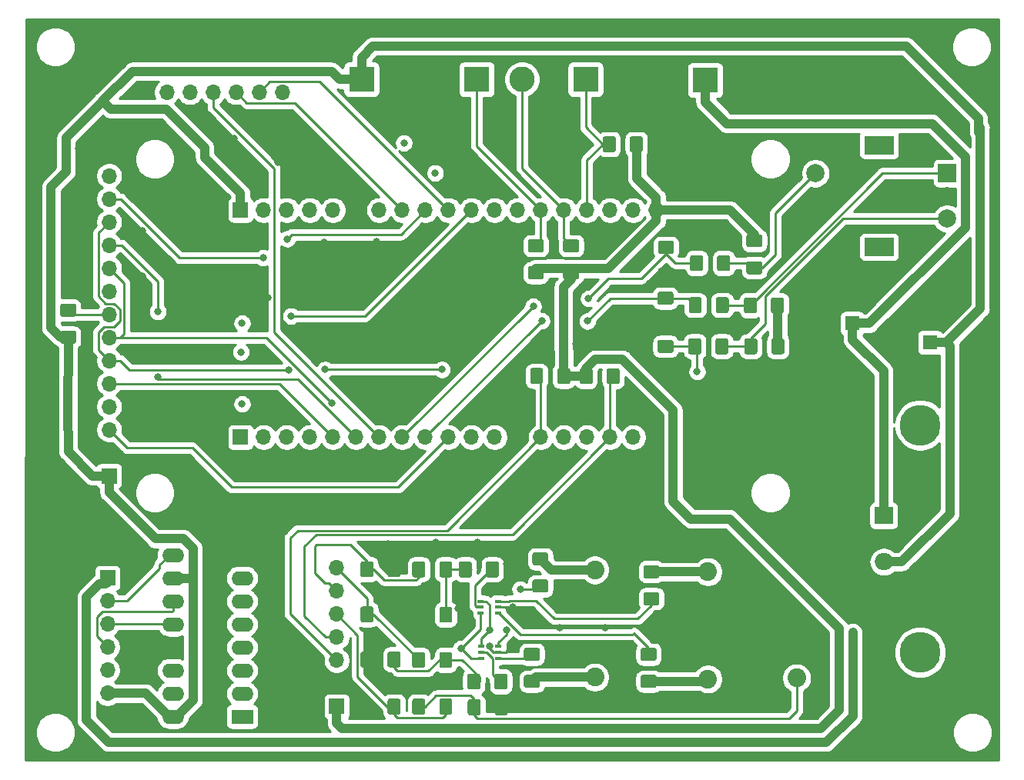
<source format=gbr>
G04 #@! TF.GenerationSoftware,KiCad,Pcbnew,(5.1.5)-3*
G04 #@! TF.CreationDate,2020-01-28T10:49:12+01:00*
G04 #@! TF.ProjectId,vfo-pcb,76666f2d-7063-4622-9e6b-696361645f70,rev?*
G04 #@! TF.SameCoordinates,Original*
G04 #@! TF.FileFunction,Copper,L1,Top*
G04 #@! TF.FilePolarity,Positive*
%FSLAX46Y46*%
G04 Gerber Fmt 4.6, Leading zero omitted, Abs format (unit mm)*
G04 Created by KiCad (PCBNEW (5.1.5)-3) date 2020-01-28 10:49:12*
%MOMM*%
%LPD*%
G04 APERTURE LIST*
%ADD10R,1.600000X1.600000*%
%ADD11C,1.600000*%
%ADD12C,0.100000*%
%ADD13O,1.700000X1.700000*%
%ADD14R,1.700000X1.700000*%
%ADD15C,4.500880*%
%ADD16R,2.800000X2.800000*%
%ADD17C,2.800000*%
%ADD18R,2.000000X2.000000*%
%ADD19C,2.000000*%
%ADD20R,3.200000X2.000000*%
%ADD21R,2.400000X1.600000*%
%ADD22O,2.400000X1.600000*%
%ADD23C,2.050000*%
%ADD24C,2.250000*%
%ADD25R,2.000000X1.905000*%
%ADD26O,2.000000X1.905000*%
%ADD27R,0.650000X0.400000*%
%ADD28C,0.800000*%
%ADD29C,0.250000*%
%ADD30C,1.000000*%
%ADD31C,0.254000*%
G04 APERTURE END LIST*
D10*
X142417800Y-88559640D03*
D11*
X142417800Y-85059640D03*
G04 #@! TA.AperFunction,SMDPad,CuDef*
D12*
G36*
X95766544Y-127843244D02*
G01*
X95790813Y-127846844D01*
X95814611Y-127852805D01*
X95837711Y-127861070D01*
X95859889Y-127871560D01*
X95880933Y-127884173D01*
X95900638Y-127898787D01*
X95918817Y-127915263D01*
X95935293Y-127933442D01*
X95949907Y-127953147D01*
X95962520Y-127974191D01*
X95973010Y-127996369D01*
X95981275Y-128019469D01*
X95987236Y-128043267D01*
X95990836Y-128067536D01*
X95992040Y-128092040D01*
X95992040Y-129342040D01*
X95990836Y-129366544D01*
X95987236Y-129390813D01*
X95981275Y-129414611D01*
X95973010Y-129437711D01*
X95962520Y-129459889D01*
X95949907Y-129480933D01*
X95935293Y-129500638D01*
X95918817Y-129518817D01*
X95900638Y-129535293D01*
X95880933Y-129549907D01*
X95859889Y-129562520D01*
X95837711Y-129573010D01*
X95814611Y-129581275D01*
X95790813Y-129587236D01*
X95766544Y-129590836D01*
X95742040Y-129592040D01*
X94817040Y-129592040D01*
X94792536Y-129590836D01*
X94768267Y-129587236D01*
X94744469Y-129581275D01*
X94721369Y-129573010D01*
X94699191Y-129562520D01*
X94678147Y-129549907D01*
X94658442Y-129535293D01*
X94640263Y-129518817D01*
X94623787Y-129500638D01*
X94609173Y-129480933D01*
X94596560Y-129459889D01*
X94586070Y-129437711D01*
X94577805Y-129414611D01*
X94571844Y-129390813D01*
X94568244Y-129366544D01*
X94567040Y-129342040D01*
X94567040Y-128092040D01*
X94568244Y-128067536D01*
X94571844Y-128043267D01*
X94577805Y-128019469D01*
X94586070Y-127996369D01*
X94596560Y-127974191D01*
X94609173Y-127953147D01*
X94623787Y-127933442D01*
X94640263Y-127915263D01*
X94658442Y-127898787D01*
X94678147Y-127884173D01*
X94699191Y-127871560D01*
X94721369Y-127861070D01*
X94744469Y-127852805D01*
X94768267Y-127846844D01*
X94792536Y-127843244D01*
X94817040Y-127842040D01*
X95742040Y-127842040D01*
X95766544Y-127843244D01*
G37*
G04 #@! TD.AperFunction*
G04 #@! TA.AperFunction,SMDPad,CuDef*
G36*
X92791544Y-127843244D02*
G01*
X92815813Y-127846844D01*
X92839611Y-127852805D01*
X92862711Y-127861070D01*
X92884889Y-127871560D01*
X92905933Y-127884173D01*
X92925638Y-127898787D01*
X92943817Y-127915263D01*
X92960293Y-127933442D01*
X92974907Y-127953147D01*
X92987520Y-127974191D01*
X92998010Y-127996369D01*
X93006275Y-128019469D01*
X93012236Y-128043267D01*
X93015836Y-128067536D01*
X93017040Y-128092040D01*
X93017040Y-129342040D01*
X93015836Y-129366544D01*
X93012236Y-129390813D01*
X93006275Y-129414611D01*
X92998010Y-129437711D01*
X92987520Y-129459889D01*
X92974907Y-129480933D01*
X92960293Y-129500638D01*
X92943817Y-129518817D01*
X92925638Y-129535293D01*
X92905933Y-129549907D01*
X92884889Y-129562520D01*
X92862711Y-129573010D01*
X92839611Y-129581275D01*
X92815813Y-129587236D01*
X92791544Y-129590836D01*
X92767040Y-129592040D01*
X91842040Y-129592040D01*
X91817536Y-129590836D01*
X91793267Y-129587236D01*
X91769469Y-129581275D01*
X91746369Y-129573010D01*
X91724191Y-129562520D01*
X91703147Y-129549907D01*
X91683442Y-129535293D01*
X91665263Y-129518817D01*
X91648787Y-129500638D01*
X91634173Y-129480933D01*
X91621560Y-129459889D01*
X91611070Y-129437711D01*
X91602805Y-129414611D01*
X91596844Y-129390813D01*
X91593244Y-129366544D01*
X91592040Y-129342040D01*
X91592040Y-128092040D01*
X91593244Y-128067536D01*
X91596844Y-128043267D01*
X91602805Y-128019469D01*
X91611070Y-127996369D01*
X91621560Y-127974191D01*
X91634173Y-127953147D01*
X91648787Y-127933442D01*
X91665263Y-127915263D01*
X91683442Y-127898787D01*
X91703147Y-127884173D01*
X91724191Y-127871560D01*
X91746369Y-127861070D01*
X91769469Y-127852805D01*
X91793267Y-127846844D01*
X91817536Y-127843244D01*
X91842040Y-127842040D01*
X92767040Y-127842040D01*
X92791544Y-127843244D01*
G37*
G04 #@! TD.AperFunction*
D13*
X112323880Y-98983800D03*
X109783880Y-98983800D03*
X107243880Y-98983800D03*
X104703880Y-98983800D03*
X102163880Y-98983800D03*
X99623880Y-98983800D03*
X97083880Y-98983800D03*
X94543880Y-98983800D03*
X92003880Y-98983800D03*
X89463880Y-98983800D03*
X86923880Y-98983800D03*
X84383880Y-98983800D03*
X81843880Y-98983800D03*
X79303880Y-98983800D03*
X76763880Y-98983800D03*
X74223880Y-98983800D03*
X71683880Y-98983800D03*
X69143880Y-98983800D03*
D14*
X66603880Y-98983800D03*
X66603880Y-73983800D03*
D13*
X69143880Y-73983800D03*
X71683880Y-73983800D03*
X74223880Y-73983800D03*
X76763880Y-73983800D03*
X79303880Y-73983800D03*
X81843880Y-73983800D03*
X84383880Y-73983800D03*
X86923880Y-73983800D03*
X89463880Y-73983800D03*
X92003880Y-73983800D03*
X94543880Y-73983800D03*
X97083880Y-73983800D03*
X99623880Y-73983800D03*
X102163880Y-73983800D03*
X104703880Y-73983800D03*
X107243880Y-73983800D03*
X109783880Y-73983800D03*
X112323880Y-73983800D03*
D15*
X141345920Y-122656600D03*
X141345920Y-97656600D03*
D14*
X77175360Y-128630680D03*
D13*
X77175360Y-126090680D03*
X77175360Y-123550680D03*
X77175360Y-121010680D03*
X77175360Y-118470680D03*
X77175360Y-115930680D03*
X77175360Y-113390680D03*
D16*
X104546400Y-59598560D03*
D17*
X109546400Y-59598560D03*
X84908400Y-59598560D03*
D16*
X79908400Y-59598560D03*
D14*
X52161440Y-103235760D03*
D13*
X52161440Y-100695760D03*
X52161440Y-98155760D03*
X52161440Y-95615760D03*
X52161440Y-93075760D03*
X52161440Y-90535760D03*
X52161440Y-87995760D03*
X52161440Y-85455760D03*
X52161440Y-82915760D03*
X52161440Y-80375760D03*
X52161440Y-77835760D03*
X52161440Y-75295760D03*
X52161440Y-72755760D03*
X52161440Y-70215760D03*
D18*
X144327880Y-69936360D03*
D19*
X144327880Y-72436360D03*
X144327880Y-74936360D03*
D20*
X136827880Y-66836360D03*
X136827880Y-78036360D03*
D19*
X129827880Y-69936360D03*
X129827880Y-74936360D03*
D17*
X97572840Y-59598560D03*
D16*
X92572840Y-59598560D03*
D21*
X66791840Y-129743200D03*
D22*
X59171840Y-111963200D03*
X66791840Y-127203200D03*
X59171840Y-114503200D03*
X66791840Y-124663200D03*
X59171840Y-117043200D03*
X66791840Y-122123200D03*
X59171840Y-119583200D03*
X66791840Y-119583200D03*
X59171840Y-122123200D03*
X66791840Y-117043200D03*
X59171840Y-124663200D03*
X66791840Y-114503200D03*
X59171840Y-127203200D03*
X66791840Y-111963200D03*
X59171840Y-129743200D03*
D23*
X105567480Y-125399800D03*
D24*
X103027480Y-127939800D03*
X108107480Y-127939800D03*
X108107480Y-122859800D03*
X103027480Y-122859800D03*
D23*
X118003320Y-113802160D03*
D24*
X120543320Y-116342160D03*
X120543320Y-111262160D03*
X115463320Y-111262160D03*
X115463320Y-116342160D03*
D23*
X118003320Y-125603000D03*
D24*
X120543320Y-128143000D03*
X120543320Y-123063000D03*
X115463320Y-123063000D03*
X115463320Y-128143000D03*
D23*
X105567480Y-113598960D03*
D24*
X108107480Y-116138960D03*
X108107480Y-111058960D03*
X103027480Y-111058960D03*
X103027480Y-116138960D03*
D14*
X51973480Y-114472720D03*
D13*
X51973480Y-117012720D03*
X51973480Y-119552720D03*
X51973480Y-122092720D03*
X51973480Y-124632720D03*
X51973480Y-127172720D03*
X51973480Y-129712720D03*
D16*
X117698520Y-59700160D03*
D17*
X122698520Y-59700160D03*
D25*
X137332720Y-107609640D03*
D26*
X137332720Y-110149640D03*
X137332720Y-112689640D03*
D14*
X55956200Y-61015880D03*
D13*
X58496200Y-61015880D03*
X61036200Y-61015880D03*
X63576200Y-61015880D03*
X66116200Y-61015880D03*
X68656200Y-61015880D03*
X71196200Y-61015880D03*
D23*
X127762000Y-125476000D03*
D24*
X130302000Y-128016000D03*
X130302000Y-122936000D03*
X125222000Y-122936000D03*
X125222000Y-128016000D03*
D27*
X94930000Y-118353600D03*
X94930000Y-117053600D03*
X93030000Y-117703600D03*
X94930000Y-117703600D03*
X93030000Y-117053600D03*
X93030000Y-118353600D03*
X93065560Y-123311680D03*
X93065560Y-122011680D03*
X94965560Y-122661680D03*
X93065560Y-122661680D03*
X94965560Y-122011680D03*
X94965560Y-123311680D03*
D11*
X130403720Y-86456520D03*
D10*
X133903720Y-86456520D03*
G04 #@! TA.AperFunction,SMDPad,CuDef*
D12*
G36*
X108075384Y-91399324D02*
G01*
X108099653Y-91402924D01*
X108123451Y-91408885D01*
X108146551Y-91417150D01*
X108168729Y-91427640D01*
X108189773Y-91440253D01*
X108209478Y-91454867D01*
X108227657Y-91471343D01*
X108244133Y-91489522D01*
X108258747Y-91509227D01*
X108271360Y-91530271D01*
X108281850Y-91552449D01*
X108290115Y-91575549D01*
X108296076Y-91599347D01*
X108299676Y-91623616D01*
X108300880Y-91648120D01*
X108300880Y-92898120D01*
X108299676Y-92922624D01*
X108296076Y-92946893D01*
X108290115Y-92970691D01*
X108281850Y-92993791D01*
X108271360Y-93015969D01*
X108258747Y-93037013D01*
X108244133Y-93056718D01*
X108227657Y-93074897D01*
X108209478Y-93091373D01*
X108189773Y-93105987D01*
X108168729Y-93118600D01*
X108146551Y-93129090D01*
X108123451Y-93137355D01*
X108099653Y-93143316D01*
X108075384Y-93146916D01*
X108050880Y-93148120D01*
X107125880Y-93148120D01*
X107101376Y-93146916D01*
X107077107Y-93143316D01*
X107053309Y-93137355D01*
X107030209Y-93129090D01*
X107008031Y-93118600D01*
X106986987Y-93105987D01*
X106967282Y-93091373D01*
X106949103Y-93074897D01*
X106932627Y-93056718D01*
X106918013Y-93037013D01*
X106905400Y-93015969D01*
X106894910Y-92993791D01*
X106886645Y-92970691D01*
X106880684Y-92946893D01*
X106877084Y-92922624D01*
X106875880Y-92898120D01*
X106875880Y-91648120D01*
X106877084Y-91623616D01*
X106880684Y-91599347D01*
X106886645Y-91575549D01*
X106894910Y-91552449D01*
X106905400Y-91530271D01*
X106918013Y-91509227D01*
X106932627Y-91489522D01*
X106949103Y-91471343D01*
X106967282Y-91454867D01*
X106986987Y-91440253D01*
X107008031Y-91427640D01*
X107030209Y-91417150D01*
X107053309Y-91408885D01*
X107077107Y-91402924D01*
X107101376Y-91399324D01*
X107125880Y-91398120D01*
X108050880Y-91398120D01*
X108075384Y-91399324D01*
G37*
G04 #@! TD.AperFunction*
G04 #@! TA.AperFunction,SMDPad,CuDef*
G36*
X105100384Y-91399324D02*
G01*
X105124653Y-91402924D01*
X105148451Y-91408885D01*
X105171551Y-91417150D01*
X105193729Y-91427640D01*
X105214773Y-91440253D01*
X105234478Y-91454867D01*
X105252657Y-91471343D01*
X105269133Y-91489522D01*
X105283747Y-91509227D01*
X105296360Y-91530271D01*
X105306850Y-91552449D01*
X105315115Y-91575549D01*
X105321076Y-91599347D01*
X105324676Y-91623616D01*
X105325880Y-91648120D01*
X105325880Y-92898120D01*
X105324676Y-92922624D01*
X105321076Y-92946893D01*
X105315115Y-92970691D01*
X105306850Y-92993791D01*
X105296360Y-93015969D01*
X105283747Y-93037013D01*
X105269133Y-93056718D01*
X105252657Y-93074897D01*
X105234478Y-93091373D01*
X105214773Y-93105987D01*
X105193729Y-93118600D01*
X105171551Y-93129090D01*
X105148451Y-93137355D01*
X105124653Y-93143316D01*
X105100384Y-93146916D01*
X105075880Y-93148120D01*
X104150880Y-93148120D01*
X104126376Y-93146916D01*
X104102107Y-93143316D01*
X104078309Y-93137355D01*
X104055209Y-93129090D01*
X104033031Y-93118600D01*
X104011987Y-93105987D01*
X103992282Y-93091373D01*
X103974103Y-93074897D01*
X103957627Y-93056718D01*
X103943013Y-93037013D01*
X103930400Y-93015969D01*
X103919910Y-92993791D01*
X103911645Y-92970691D01*
X103905684Y-92946893D01*
X103902084Y-92922624D01*
X103900880Y-92898120D01*
X103900880Y-91648120D01*
X103902084Y-91623616D01*
X103905684Y-91599347D01*
X103911645Y-91575549D01*
X103919910Y-91552449D01*
X103930400Y-91530271D01*
X103943013Y-91509227D01*
X103957627Y-91489522D01*
X103974103Y-91471343D01*
X103992282Y-91454867D01*
X104011987Y-91440253D01*
X104033031Y-91427640D01*
X104055209Y-91417150D01*
X104078309Y-91408885D01*
X104102107Y-91402924D01*
X104126376Y-91399324D01*
X104150880Y-91398120D01*
X105075880Y-91398120D01*
X105100384Y-91399324D01*
G37*
G04 #@! TD.AperFunction*
G04 #@! TA.AperFunction,SMDPad,CuDef*
G36*
X102634704Y-91375084D02*
G01*
X102658973Y-91378684D01*
X102682771Y-91384645D01*
X102705871Y-91392910D01*
X102728049Y-91403400D01*
X102749093Y-91416013D01*
X102768798Y-91430627D01*
X102786977Y-91447103D01*
X102803453Y-91465282D01*
X102818067Y-91484987D01*
X102830680Y-91506031D01*
X102841170Y-91528209D01*
X102849435Y-91551309D01*
X102855396Y-91575107D01*
X102858996Y-91599376D01*
X102860200Y-91623880D01*
X102860200Y-92873880D01*
X102858996Y-92898384D01*
X102855396Y-92922653D01*
X102849435Y-92946451D01*
X102841170Y-92969551D01*
X102830680Y-92991729D01*
X102818067Y-93012773D01*
X102803453Y-93032478D01*
X102786977Y-93050657D01*
X102768798Y-93067133D01*
X102749093Y-93081747D01*
X102728049Y-93094360D01*
X102705871Y-93104850D01*
X102682771Y-93113115D01*
X102658973Y-93119076D01*
X102634704Y-93122676D01*
X102610200Y-93123880D01*
X101685200Y-93123880D01*
X101660696Y-93122676D01*
X101636427Y-93119076D01*
X101612629Y-93113115D01*
X101589529Y-93104850D01*
X101567351Y-93094360D01*
X101546307Y-93081747D01*
X101526602Y-93067133D01*
X101508423Y-93050657D01*
X101491947Y-93032478D01*
X101477333Y-93012773D01*
X101464720Y-92991729D01*
X101454230Y-92969551D01*
X101445965Y-92946451D01*
X101440004Y-92922653D01*
X101436404Y-92898384D01*
X101435200Y-92873880D01*
X101435200Y-91623880D01*
X101436404Y-91599376D01*
X101440004Y-91575107D01*
X101445965Y-91551309D01*
X101454230Y-91528209D01*
X101464720Y-91506031D01*
X101477333Y-91484987D01*
X101491947Y-91465282D01*
X101508423Y-91447103D01*
X101526602Y-91430627D01*
X101546307Y-91416013D01*
X101567351Y-91403400D01*
X101589529Y-91392910D01*
X101612629Y-91384645D01*
X101636427Y-91378684D01*
X101660696Y-91375084D01*
X101685200Y-91373880D01*
X102610200Y-91373880D01*
X102634704Y-91375084D01*
G37*
G04 #@! TD.AperFunction*
G04 #@! TA.AperFunction,SMDPad,CuDef*
G36*
X99659704Y-91375084D02*
G01*
X99683973Y-91378684D01*
X99707771Y-91384645D01*
X99730871Y-91392910D01*
X99753049Y-91403400D01*
X99774093Y-91416013D01*
X99793798Y-91430627D01*
X99811977Y-91447103D01*
X99828453Y-91465282D01*
X99843067Y-91484987D01*
X99855680Y-91506031D01*
X99866170Y-91528209D01*
X99874435Y-91551309D01*
X99880396Y-91575107D01*
X99883996Y-91599376D01*
X99885200Y-91623880D01*
X99885200Y-92873880D01*
X99883996Y-92898384D01*
X99880396Y-92922653D01*
X99874435Y-92946451D01*
X99866170Y-92969551D01*
X99855680Y-92991729D01*
X99843067Y-93012773D01*
X99828453Y-93032478D01*
X99811977Y-93050657D01*
X99793798Y-93067133D01*
X99774093Y-93081747D01*
X99753049Y-93094360D01*
X99730871Y-93104850D01*
X99707771Y-93113115D01*
X99683973Y-93119076D01*
X99659704Y-93122676D01*
X99635200Y-93123880D01*
X98710200Y-93123880D01*
X98685696Y-93122676D01*
X98661427Y-93119076D01*
X98637629Y-93113115D01*
X98614529Y-93104850D01*
X98592351Y-93094360D01*
X98571307Y-93081747D01*
X98551602Y-93067133D01*
X98533423Y-93050657D01*
X98516947Y-93032478D01*
X98502333Y-93012773D01*
X98489720Y-92991729D01*
X98479230Y-92969551D01*
X98470965Y-92946451D01*
X98465004Y-92922653D01*
X98461404Y-92898384D01*
X98460200Y-92873880D01*
X98460200Y-91623880D01*
X98461404Y-91599376D01*
X98465004Y-91575107D01*
X98470965Y-91551309D01*
X98479230Y-91528209D01*
X98489720Y-91506031D01*
X98502333Y-91484987D01*
X98516947Y-91465282D01*
X98533423Y-91447103D01*
X98551602Y-91430627D01*
X98571307Y-91416013D01*
X98592351Y-91403400D01*
X98614529Y-91392910D01*
X98637629Y-91384645D01*
X98661427Y-91378684D01*
X98685696Y-91375084D01*
X98710200Y-91373880D01*
X99635200Y-91373880D01*
X99659704Y-91375084D01*
G37*
G04 #@! TD.AperFunction*
G04 #@! TA.AperFunction,SMDPad,CuDef*
G36*
X48304984Y-84288204D02*
G01*
X48329253Y-84291804D01*
X48353051Y-84297765D01*
X48376151Y-84306030D01*
X48398329Y-84316520D01*
X48419373Y-84329133D01*
X48439078Y-84343747D01*
X48457257Y-84360223D01*
X48473733Y-84378402D01*
X48488347Y-84398107D01*
X48500960Y-84419151D01*
X48511450Y-84441329D01*
X48519715Y-84464429D01*
X48525676Y-84488227D01*
X48529276Y-84512496D01*
X48530480Y-84537000D01*
X48530480Y-85462000D01*
X48529276Y-85486504D01*
X48525676Y-85510773D01*
X48519715Y-85534571D01*
X48511450Y-85557671D01*
X48500960Y-85579849D01*
X48488347Y-85600893D01*
X48473733Y-85620598D01*
X48457257Y-85638777D01*
X48439078Y-85655253D01*
X48419373Y-85669867D01*
X48398329Y-85682480D01*
X48376151Y-85692970D01*
X48353051Y-85701235D01*
X48329253Y-85707196D01*
X48304984Y-85710796D01*
X48280480Y-85712000D01*
X47030480Y-85712000D01*
X47005976Y-85710796D01*
X46981707Y-85707196D01*
X46957909Y-85701235D01*
X46934809Y-85692970D01*
X46912631Y-85682480D01*
X46891587Y-85669867D01*
X46871882Y-85655253D01*
X46853703Y-85638777D01*
X46837227Y-85620598D01*
X46822613Y-85600893D01*
X46810000Y-85579849D01*
X46799510Y-85557671D01*
X46791245Y-85534571D01*
X46785284Y-85510773D01*
X46781684Y-85486504D01*
X46780480Y-85462000D01*
X46780480Y-84537000D01*
X46781684Y-84512496D01*
X46785284Y-84488227D01*
X46791245Y-84464429D01*
X46799510Y-84441329D01*
X46810000Y-84419151D01*
X46822613Y-84398107D01*
X46837227Y-84378402D01*
X46853703Y-84360223D01*
X46871882Y-84343747D01*
X46891587Y-84329133D01*
X46912631Y-84316520D01*
X46934809Y-84306030D01*
X46957909Y-84297765D01*
X46981707Y-84291804D01*
X47005976Y-84288204D01*
X47030480Y-84287000D01*
X48280480Y-84287000D01*
X48304984Y-84288204D01*
G37*
G04 #@! TD.AperFunction*
G04 #@! TA.AperFunction,SMDPad,CuDef*
G36*
X48304984Y-87263204D02*
G01*
X48329253Y-87266804D01*
X48353051Y-87272765D01*
X48376151Y-87281030D01*
X48398329Y-87291520D01*
X48419373Y-87304133D01*
X48439078Y-87318747D01*
X48457257Y-87335223D01*
X48473733Y-87353402D01*
X48488347Y-87373107D01*
X48500960Y-87394151D01*
X48511450Y-87416329D01*
X48519715Y-87439429D01*
X48525676Y-87463227D01*
X48529276Y-87487496D01*
X48530480Y-87512000D01*
X48530480Y-88437000D01*
X48529276Y-88461504D01*
X48525676Y-88485773D01*
X48519715Y-88509571D01*
X48511450Y-88532671D01*
X48500960Y-88554849D01*
X48488347Y-88575893D01*
X48473733Y-88595598D01*
X48457257Y-88613777D01*
X48439078Y-88630253D01*
X48419373Y-88644867D01*
X48398329Y-88657480D01*
X48376151Y-88667970D01*
X48353051Y-88676235D01*
X48329253Y-88682196D01*
X48304984Y-88685796D01*
X48280480Y-88687000D01*
X47030480Y-88687000D01*
X47005976Y-88685796D01*
X46981707Y-88682196D01*
X46957909Y-88676235D01*
X46934809Y-88667970D01*
X46912631Y-88657480D01*
X46891587Y-88644867D01*
X46871882Y-88630253D01*
X46853703Y-88613777D01*
X46837227Y-88595598D01*
X46822613Y-88575893D01*
X46810000Y-88554849D01*
X46799510Y-88532671D01*
X46791245Y-88509571D01*
X46785284Y-88485773D01*
X46781684Y-88461504D01*
X46780480Y-88437000D01*
X46780480Y-87512000D01*
X46781684Y-87487496D01*
X46785284Y-87463227D01*
X46791245Y-87439429D01*
X46799510Y-87416329D01*
X46810000Y-87394151D01*
X46822613Y-87373107D01*
X46837227Y-87353402D01*
X46853703Y-87335223D01*
X46871882Y-87318747D01*
X46891587Y-87304133D01*
X46912631Y-87291520D01*
X46934809Y-87281030D01*
X46957909Y-87272765D01*
X46981707Y-87266804D01*
X47005976Y-87263204D01*
X47030480Y-87262000D01*
X48280480Y-87262000D01*
X48304984Y-87263204D01*
G37*
G04 #@! TD.AperFunction*
G04 #@! TA.AperFunction,SMDPad,CuDef*
G36*
X126144944Y-83591364D02*
G01*
X126169213Y-83594964D01*
X126193011Y-83600925D01*
X126216111Y-83609190D01*
X126238289Y-83619680D01*
X126259333Y-83632293D01*
X126279038Y-83646907D01*
X126297217Y-83663383D01*
X126313693Y-83681562D01*
X126328307Y-83701267D01*
X126340920Y-83722311D01*
X126351410Y-83744489D01*
X126359675Y-83767589D01*
X126365636Y-83791387D01*
X126369236Y-83815656D01*
X126370440Y-83840160D01*
X126370440Y-85090160D01*
X126369236Y-85114664D01*
X126365636Y-85138933D01*
X126359675Y-85162731D01*
X126351410Y-85185831D01*
X126340920Y-85208009D01*
X126328307Y-85229053D01*
X126313693Y-85248758D01*
X126297217Y-85266937D01*
X126279038Y-85283413D01*
X126259333Y-85298027D01*
X126238289Y-85310640D01*
X126216111Y-85321130D01*
X126193011Y-85329395D01*
X126169213Y-85335356D01*
X126144944Y-85338956D01*
X126120440Y-85340160D01*
X125195440Y-85340160D01*
X125170936Y-85338956D01*
X125146667Y-85335356D01*
X125122869Y-85329395D01*
X125099769Y-85321130D01*
X125077591Y-85310640D01*
X125056547Y-85298027D01*
X125036842Y-85283413D01*
X125018663Y-85266937D01*
X125002187Y-85248758D01*
X124987573Y-85229053D01*
X124974960Y-85208009D01*
X124964470Y-85185831D01*
X124956205Y-85162731D01*
X124950244Y-85138933D01*
X124946644Y-85114664D01*
X124945440Y-85090160D01*
X124945440Y-83840160D01*
X124946644Y-83815656D01*
X124950244Y-83791387D01*
X124956205Y-83767589D01*
X124964470Y-83744489D01*
X124974960Y-83722311D01*
X124987573Y-83701267D01*
X125002187Y-83681562D01*
X125018663Y-83663383D01*
X125036842Y-83646907D01*
X125056547Y-83632293D01*
X125077591Y-83619680D01*
X125099769Y-83609190D01*
X125122869Y-83600925D01*
X125146667Y-83594964D01*
X125170936Y-83591364D01*
X125195440Y-83590160D01*
X126120440Y-83590160D01*
X126144944Y-83591364D01*
G37*
G04 #@! TD.AperFunction*
G04 #@! TA.AperFunction,SMDPad,CuDef*
G36*
X123169944Y-83591364D02*
G01*
X123194213Y-83594964D01*
X123218011Y-83600925D01*
X123241111Y-83609190D01*
X123263289Y-83619680D01*
X123284333Y-83632293D01*
X123304038Y-83646907D01*
X123322217Y-83663383D01*
X123338693Y-83681562D01*
X123353307Y-83701267D01*
X123365920Y-83722311D01*
X123376410Y-83744489D01*
X123384675Y-83767589D01*
X123390636Y-83791387D01*
X123394236Y-83815656D01*
X123395440Y-83840160D01*
X123395440Y-85090160D01*
X123394236Y-85114664D01*
X123390636Y-85138933D01*
X123384675Y-85162731D01*
X123376410Y-85185831D01*
X123365920Y-85208009D01*
X123353307Y-85229053D01*
X123338693Y-85248758D01*
X123322217Y-85266937D01*
X123304038Y-85283413D01*
X123284333Y-85298027D01*
X123263289Y-85310640D01*
X123241111Y-85321130D01*
X123218011Y-85329395D01*
X123194213Y-85335356D01*
X123169944Y-85338956D01*
X123145440Y-85340160D01*
X122220440Y-85340160D01*
X122195936Y-85338956D01*
X122171667Y-85335356D01*
X122147869Y-85329395D01*
X122124769Y-85321130D01*
X122102591Y-85310640D01*
X122081547Y-85298027D01*
X122061842Y-85283413D01*
X122043663Y-85266937D01*
X122027187Y-85248758D01*
X122012573Y-85229053D01*
X121999960Y-85208009D01*
X121989470Y-85185831D01*
X121981205Y-85162731D01*
X121975244Y-85138933D01*
X121971644Y-85114664D01*
X121970440Y-85090160D01*
X121970440Y-83840160D01*
X121971644Y-83815656D01*
X121975244Y-83791387D01*
X121981205Y-83767589D01*
X121989470Y-83744489D01*
X121999960Y-83722311D01*
X122012573Y-83701267D01*
X122027187Y-83681562D01*
X122043663Y-83663383D01*
X122061842Y-83646907D01*
X122081547Y-83632293D01*
X122102591Y-83619680D01*
X122124769Y-83609190D01*
X122147869Y-83600925D01*
X122171667Y-83594964D01*
X122195936Y-83591364D01*
X122220440Y-83590160D01*
X123145440Y-83590160D01*
X123169944Y-83591364D01*
G37*
G04 #@! TD.AperFunction*
G04 #@! TA.AperFunction,SMDPad,CuDef*
G36*
X126185584Y-88107484D02*
G01*
X126209853Y-88111084D01*
X126233651Y-88117045D01*
X126256751Y-88125310D01*
X126278929Y-88135800D01*
X126299973Y-88148413D01*
X126319678Y-88163027D01*
X126337857Y-88179503D01*
X126354333Y-88197682D01*
X126368947Y-88217387D01*
X126381560Y-88238431D01*
X126392050Y-88260609D01*
X126400315Y-88283709D01*
X126406276Y-88307507D01*
X126409876Y-88331776D01*
X126411080Y-88356280D01*
X126411080Y-89606280D01*
X126409876Y-89630784D01*
X126406276Y-89655053D01*
X126400315Y-89678851D01*
X126392050Y-89701951D01*
X126381560Y-89724129D01*
X126368947Y-89745173D01*
X126354333Y-89764878D01*
X126337857Y-89783057D01*
X126319678Y-89799533D01*
X126299973Y-89814147D01*
X126278929Y-89826760D01*
X126256751Y-89837250D01*
X126233651Y-89845515D01*
X126209853Y-89851476D01*
X126185584Y-89855076D01*
X126161080Y-89856280D01*
X125236080Y-89856280D01*
X125211576Y-89855076D01*
X125187307Y-89851476D01*
X125163509Y-89845515D01*
X125140409Y-89837250D01*
X125118231Y-89826760D01*
X125097187Y-89814147D01*
X125077482Y-89799533D01*
X125059303Y-89783057D01*
X125042827Y-89764878D01*
X125028213Y-89745173D01*
X125015600Y-89724129D01*
X125005110Y-89701951D01*
X124996845Y-89678851D01*
X124990884Y-89655053D01*
X124987284Y-89630784D01*
X124986080Y-89606280D01*
X124986080Y-88356280D01*
X124987284Y-88331776D01*
X124990884Y-88307507D01*
X124996845Y-88283709D01*
X125005110Y-88260609D01*
X125015600Y-88238431D01*
X125028213Y-88217387D01*
X125042827Y-88197682D01*
X125059303Y-88179503D01*
X125077482Y-88163027D01*
X125097187Y-88148413D01*
X125118231Y-88135800D01*
X125140409Y-88125310D01*
X125163509Y-88117045D01*
X125187307Y-88111084D01*
X125211576Y-88107484D01*
X125236080Y-88106280D01*
X126161080Y-88106280D01*
X126185584Y-88107484D01*
G37*
G04 #@! TD.AperFunction*
G04 #@! TA.AperFunction,SMDPad,CuDef*
G36*
X123210584Y-88107484D02*
G01*
X123234853Y-88111084D01*
X123258651Y-88117045D01*
X123281751Y-88125310D01*
X123303929Y-88135800D01*
X123324973Y-88148413D01*
X123344678Y-88163027D01*
X123362857Y-88179503D01*
X123379333Y-88197682D01*
X123393947Y-88217387D01*
X123406560Y-88238431D01*
X123417050Y-88260609D01*
X123425315Y-88283709D01*
X123431276Y-88307507D01*
X123434876Y-88331776D01*
X123436080Y-88356280D01*
X123436080Y-89606280D01*
X123434876Y-89630784D01*
X123431276Y-89655053D01*
X123425315Y-89678851D01*
X123417050Y-89701951D01*
X123406560Y-89724129D01*
X123393947Y-89745173D01*
X123379333Y-89764878D01*
X123362857Y-89783057D01*
X123344678Y-89799533D01*
X123324973Y-89814147D01*
X123303929Y-89826760D01*
X123281751Y-89837250D01*
X123258651Y-89845515D01*
X123234853Y-89851476D01*
X123210584Y-89855076D01*
X123186080Y-89856280D01*
X122261080Y-89856280D01*
X122236576Y-89855076D01*
X122212307Y-89851476D01*
X122188509Y-89845515D01*
X122165409Y-89837250D01*
X122143231Y-89826760D01*
X122122187Y-89814147D01*
X122102482Y-89799533D01*
X122084303Y-89783057D01*
X122067827Y-89764878D01*
X122053213Y-89745173D01*
X122040600Y-89724129D01*
X122030110Y-89701951D01*
X122021845Y-89678851D01*
X122015884Y-89655053D01*
X122012284Y-89630784D01*
X122011080Y-89606280D01*
X122011080Y-88356280D01*
X122012284Y-88331776D01*
X122015884Y-88307507D01*
X122021845Y-88283709D01*
X122030110Y-88260609D01*
X122040600Y-88238431D01*
X122053213Y-88217387D01*
X122067827Y-88197682D01*
X122084303Y-88179503D01*
X122102482Y-88163027D01*
X122122187Y-88148413D01*
X122143231Y-88135800D01*
X122165409Y-88125310D01*
X122188509Y-88117045D01*
X122212307Y-88111084D01*
X122236576Y-88107484D01*
X122261080Y-88106280D01*
X123186080Y-88106280D01*
X123210584Y-88107484D01*
G37*
G04 #@! TD.AperFunction*
G04 #@! TA.AperFunction,SMDPad,CuDef*
G36*
X123758224Y-79627964D02*
G01*
X123782493Y-79631564D01*
X123806291Y-79637525D01*
X123829391Y-79645790D01*
X123851569Y-79656280D01*
X123872613Y-79668893D01*
X123892318Y-79683507D01*
X123910497Y-79699983D01*
X123926973Y-79718162D01*
X123941587Y-79737867D01*
X123954200Y-79758911D01*
X123964690Y-79781089D01*
X123972955Y-79804189D01*
X123978916Y-79827987D01*
X123982516Y-79852256D01*
X123983720Y-79876760D01*
X123983720Y-80801760D01*
X123982516Y-80826264D01*
X123978916Y-80850533D01*
X123972955Y-80874331D01*
X123964690Y-80897431D01*
X123954200Y-80919609D01*
X123941587Y-80940653D01*
X123926973Y-80960358D01*
X123910497Y-80978537D01*
X123892318Y-80995013D01*
X123872613Y-81009627D01*
X123851569Y-81022240D01*
X123829391Y-81032730D01*
X123806291Y-81040995D01*
X123782493Y-81046956D01*
X123758224Y-81050556D01*
X123733720Y-81051760D01*
X122483720Y-81051760D01*
X122459216Y-81050556D01*
X122434947Y-81046956D01*
X122411149Y-81040995D01*
X122388049Y-81032730D01*
X122365871Y-81022240D01*
X122344827Y-81009627D01*
X122325122Y-80995013D01*
X122306943Y-80978537D01*
X122290467Y-80960358D01*
X122275853Y-80940653D01*
X122263240Y-80919609D01*
X122252750Y-80897431D01*
X122244485Y-80874331D01*
X122238524Y-80850533D01*
X122234924Y-80826264D01*
X122233720Y-80801760D01*
X122233720Y-79876760D01*
X122234924Y-79852256D01*
X122238524Y-79827987D01*
X122244485Y-79804189D01*
X122252750Y-79781089D01*
X122263240Y-79758911D01*
X122275853Y-79737867D01*
X122290467Y-79718162D01*
X122306943Y-79699983D01*
X122325122Y-79683507D01*
X122344827Y-79668893D01*
X122365871Y-79656280D01*
X122388049Y-79645790D01*
X122411149Y-79637525D01*
X122434947Y-79631564D01*
X122459216Y-79627964D01*
X122483720Y-79626760D01*
X123733720Y-79626760D01*
X123758224Y-79627964D01*
G37*
G04 #@! TD.AperFunction*
G04 #@! TA.AperFunction,SMDPad,CuDef*
G36*
X123758224Y-76652964D02*
G01*
X123782493Y-76656564D01*
X123806291Y-76662525D01*
X123829391Y-76670790D01*
X123851569Y-76681280D01*
X123872613Y-76693893D01*
X123892318Y-76708507D01*
X123910497Y-76724983D01*
X123926973Y-76743162D01*
X123941587Y-76762867D01*
X123954200Y-76783911D01*
X123964690Y-76806089D01*
X123972955Y-76829189D01*
X123978916Y-76852987D01*
X123982516Y-76877256D01*
X123983720Y-76901760D01*
X123983720Y-77826760D01*
X123982516Y-77851264D01*
X123978916Y-77875533D01*
X123972955Y-77899331D01*
X123964690Y-77922431D01*
X123954200Y-77944609D01*
X123941587Y-77965653D01*
X123926973Y-77985358D01*
X123910497Y-78003537D01*
X123892318Y-78020013D01*
X123872613Y-78034627D01*
X123851569Y-78047240D01*
X123829391Y-78057730D01*
X123806291Y-78065995D01*
X123782493Y-78071956D01*
X123758224Y-78075556D01*
X123733720Y-78076760D01*
X122483720Y-78076760D01*
X122459216Y-78075556D01*
X122434947Y-78071956D01*
X122411149Y-78065995D01*
X122388049Y-78057730D01*
X122365871Y-78047240D01*
X122344827Y-78034627D01*
X122325122Y-78020013D01*
X122306943Y-78003537D01*
X122290467Y-77985358D01*
X122275853Y-77965653D01*
X122263240Y-77944609D01*
X122252750Y-77922431D01*
X122244485Y-77899331D01*
X122238524Y-77875533D01*
X122234924Y-77851264D01*
X122233720Y-77826760D01*
X122233720Y-76901760D01*
X122234924Y-76877256D01*
X122238524Y-76852987D01*
X122244485Y-76829189D01*
X122252750Y-76806089D01*
X122263240Y-76783911D01*
X122275853Y-76762867D01*
X122290467Y-76743162D01*
X122306943Y-76724983D01*
X122325122Y-76708507D01*
X122344827Y-76693893D01*
X122365871Y-76681280D01*
X122388049Y-76670790D01*
X122411149Y-76662525D01*
X122434947Y-76656564D01*
X122459216Y-76652964D01*
X122483720Y-76651760D01*
X123733720Y-76651760D01*
X123758224Y-76652964D01*
G37*
G04 #@! TD.AperFunction*
G04 #@! TA.AperFunction,SMDPad,CuDef*
G36*
X103605864Y-77201604D02*
G01*
X103630133Y-77205204D01*
X103653931Y-77211165D01*
X103677031Y-77219430D01*
X103699209Y-77229920D01*
X103720253Y-77242533D01*
X103739958Y-77257147D01*
X103758137Y-77273623D01*
X103774613Y-77291802D01*
X103789227Y-77311507D01*
X103801840Y-77332551D01*
X103812330Y-77354729D01*
X103820595Y-77377829D01*
X103826556Y-77401627D01*
X103830156Y-77425896D01*
X103831360Y-77450400D01*
X103831360Y-78375400D01*
X103830156Y-78399904D01*
X103826556Y-78424173D01*
X103820595Y-78447971D01*
X103812330Y-78471071D01*
X103801840Y-78493249D01*
X103789227Y-78514293D01*
X103774613Y-78533998D01*
X103758137Y-78552177D01*
X103739958Y-78568653D01*
X103720253Y-78583267D01*
X103699209Y-78595880D01*
X103677031Y-78606370D01*
X103653931Y-78614635D01*
X103630133Y-78620596D01*
X103605864Y-78624196D01*
X103581360Y-78625400D01*
X102331360Y-78625400D01*
X102306856Y-78624196D01*
X102282587Y-78620596D01*
X102258789Y-78614635D01*
X102235689Y-78606370D01*
X102213511Y-78595880D01*
X102192467Y-78583267D01*
X102172762Y-78568653D01*
X102154583Y-78552177D01*
X102138107Y-78533998D01*
X102123493Y-78514293D01*
X102110880Y-78493249D01*
X102100390Y-78471071D01*
X102092125Y-78447971D01*
X102086164Y-78424173D01*
X102082564Y-78399904D01*
X102081360Y-78375400D01*
X102081360Y-77450400D01*
X102082564Y-77425896D01*
X102086164Y-77401627D01*
X102092125Y-77377829D01*
X102100390Y-77354729D01*
X102110880Y-77332551D01*
X102123493Y-77311507D01*
X102138107Y-77291802D01*
X102154583Y-77273623D01*
X102172762Y-77257147D01*
X102192467Y-77242533D01*
X102213511Y-77229920D01*
X102235689Y-77219430D01*
X102258789Y-77211165D01*
X102282587Y-77205204D01*
X102306856Y-77201604D01*
X102331360Y-77200400D01*
X103581360Y-77200400D01*
X103605864Y-77201604D01*
G37*
G04 #@! TD.AperFunction*
G04 #@! TA.AperFunction,SMDPad,CuDef*
G36*
X103605864Y-80176604D02*
G01*
X103630133Y-80180204D01*
X103653931Y-80186165D01*
X103677031Y-80194430D01*
X103699209Y-80204920D01*
X103720253Y-80217533D01*
X103739958Y-80232147D01*
X103758137Y-80248623D01*
X103774613Y-80266802D01*
X103789227Y-80286507D01*
X103801840Y-80307551D01*
X103812330Y-80329729D01*
X103820595Y-80352829D01*
X103826556Y-80376627D01*
X103830156Y-80400896D01*
X103831360Y-80425400D01*
X103831360Y-81350400D01*
X103830156Y-81374904D01*
X103826556Y-81399173D01*
X103820595Y-81422971D01*
X103812330Y-81446071D01*
X103801840Y-81468249D01*
X103789227Y-81489293D01*
X103774613Y-81508998D01*
X103758137Y-81527177D01*
X103739958Y-81543653D01*
X103720253Y-81558267D01*
X103699209Y-81570880D01*
X103677031Y-81581370D01*
X103653931Y-81589635D01*
X103630133Y-81595596D01*
X103605864Y-81599196D01*
X103581360Y-81600400D01*
X102331360Y-81600400D01*
X102306856Y-81599196D01*
X102282587Y-81595596D01*
X102258789Y-81589635D01*
X102235689Y-81581370D01*
X102213511Y-81570880D01*
X102192467Y-81558267D01*
X102172762Y-81543653D01*
X102154583Y-81527177D01*
X102138107Y-81508998D01*
X102123493Y-81489293D01*
X102110880Y-81468249D01*
X102100390Y-81446071D01*
X102092125Y-81422971D01*
X102086164Y-81399173D01*
X102082564Y-81374904D01*
X102081360Y-81350400D01*
X102081360Y-80425400D01*
X102082564Y-80400896D01*
X102086164Y-80376627D01*
X102092125Y-80352829D01*
X102100390Y-80329729D01*
X102110880Y-80307551D01*
X102123493Y-80286507D01*
X102138107Y-80266802D01*
X102154583Y-80248623D01*
X102172762Y-80232147D01*
X102192467Y-80217533D01*
X102213511Y-80204920D01*
X102235689Y-80194430D01*
X102258789Y-80186165D01*
X102282587Y-80180204D01*
X102306856Y-80176604D01*
X102331360Y-80175400D01*
X103581360Y-80175400D01*
X103605864Y-80176604D01*
G37*
G04 #@! TD.AperFunction*
G04 #@! TA.AperFunction,SMDPad,CuDef*
G36*
X99734904Y-80176604D02*
G01*
X99759173Y-80180204D01*
X99782971Y-80186165D01*
X99806071Y-80194430D01*
X99828249Y-80204920D01*
X99849293Y-80217533D01*
X99868998Y-80232147D01*
X99887177Y-80248623D01*
X99903653Y-80266802D01*
X99918267Y-80286507D01*
X99930880Y-80307551D01*
X99941370Y-80329729D01*
X99949635Y-80352829D01*
X99955596Y-80376627D01*
X99959196Y-80400896D01*
X99960400Y-80425400D01*
X99960400Y-81350400D01*
X99959196Y-81374904D01*
X99955596Y-81399173D01*
X99949635Y-81422971D01*
X99941370Y-81446071D01*
X99930880Y-81468249D01*
X99918267Y-81489293D01*
X99903653Y-81508998D01*
X99887177Y-81527177D01*
X99868998Y-81543653D01*
X99849293Y-81558267D01*
X99828249Y-81570880D01*
X99806071Y-81581370D01*
X99782971Y-81589635D01*
X99759173Y-81595596D01*
X99734904Y-81599196D01*
X99710400Y-81600400D01*
X98460400Y-81600400D01*
X98435896Y-81599196D01*
X98411627Y-81595596D01*
X98387829Y-81589635D01*
X98364729Y-81581370D01*
X98342551Y-81570880D01*
X98321507Y-81558267D01*
X98301802Y-81543653D01*
X98283623Y-81527177D01*
X98267147Y-81508998D01*
X98252533Y-81489293D01*
X98239920Y-81468249D01*
X98229430Y-81446071D01*
X98221165Y-81422971D01*
X98215204Y-81399173D01*
X98211604Y-81374904D01*
X98210400Y-81350400D01*
X98210400Y-80425400D01*
X98211604Y-80400896D01*
X98215204Y-80376627D01*
X98221165Y-80352829D01*
X98229430Y-80329729D01*
X98239920Y-80307551D01*
X98252533Y-80286507D01*
X98267147Y-80266802D01*
X98283623Y-80248623D01*
X98301802Y-80232147D01*
X98321507Y-80217533D01*
X98342551Y-80204920D01*
X98364729Y-80194430D01*
X98387829Y-80186165D01*
X98411627Y-80180204D01*
X98435896Y-80176604D01*
X98460400Y-80175400D01*
X99710400Y-80175400D01*
X99734904Y-80176604D01*
G37*
G04 #@! TD.AperFunction*
G04 #@! TA.AperFunction,SMDPad,CuDef*
G36*
X99734904Y-77201604D02*
G01*
X99759173Y-77205204D01*
X99782971Y-77211165D01*
X99806071Y-77219430D01*
X99828249Y-77229920D01*
X99849293Y-77242533D01*
X99868998Y-77257147D01*
X99887177Y-77273623D01*
X99903653Y-77291802D01*
X99918267Y-77311507D01*
X99930880Y-77332551D01*
X99941370Y-77354729D01*
X99949635Y-77377829D01*
X99955596Y-77401627D01*
X99959196Y-77425896D01*
X99960400Y-77450400D01*
X99960400Y-78375400D01*
X99959196Y-78399904D01*
X99955596Y-78424173D01*
X99949635Y-78447971D01*
X99941370Y-78471071D01*
X99930880Y-78493249D01*
X99918267Y-78514293D01*
X99903653Y-78533998D01*
X99887177Y-78552177D01*
X99868998Y-78568653D01*
X99849293Y-78583267D01*
X99828249Y-78595880D01*
X99806071Y-78606370D01*
X99782971Y-78614635D01*
X99759173Y-78620596D01*
X99734904Y-78624196D01*
X99710400Y-78625400D01*
X98460400Y-78625400D01*
X98435896Y-78624196D01*
X98411627Y-78620596D01*
X98387829Y-78614635D01*
X98364729Y-78606370D01*
X98342551Y-78595880D01*
X98321507Y-78583267D01*
X98301802Y-78568653D01*
X98283623Y-78552177D01*
X98267147Y-78533998D01*
X98252533Y-78514293D01*
X98239920Y-78493249D01*
X98229430Y-78471071D01*
X98221165Y-78447971D01*
X98215204Y-78424173D01*
X98211604Y-78399904D01*
X98210400Y-78375400D01*
X98210400Y-77450400D01*
X98211604Y-77425896D01*
X98215204Y-77401627D01*
X98221165Y-77377829D01*
X98229430Y-77354729D01*
X98239920Y-77332551D01*
X98252533Y-77311507D01*
X98267147Y-77291802D01*
X98283623Y-77273623D01*
X98301802Y-77257147D01*
X98321507Y-77242533D01*
X98342551Y-77229920D01*
X98364729Y-77219430D01*
X98387829Y-77211165D01*
X98411627Y-77205204D01*
X98435896Y-77201604D01*
X98460400Y-77200400D01*
X99710400Y-77200400D01*
X99734904Y-77201604D01*
G37*
G04 #@! TD.AperFunction*
G04 #@! TA.AperFunction,SMDPad,CuDef*
G36*
X110610304Y-65867244D02*
G01*
X110634573Y-65870844D01*
X110658371Y-65876805D01*
X110681471Y-65885070D01*
X110703649Y-65895560D01*
X110724693Y-65908173D01*
X110744398Y-65922787D01*
X110762577Y-65939263D01*
X110779053Y-65957442D01*
X110793667Y-65977147D01*
X110806280Y-65998191D01*
X110816770Y-66020369D01*
X110825035Y-66043469D01*
X110830996Y-66067267D01*
X110834596Y-66091536D01*
X110835800Y-66116040D01*
X110835800Y-67366040D01*
X110834596Y-67390544D01*
X110830996Y-67414813D01*
X110825035Y-67438611D01*
X110816770Y-67461711D01*
X110806280Y-67483889D01*
X110793667Y-67504933D01*
X110779053Y-67524638D01*
X110762577Y-67542817D01*
X110744398Y-67559293D01*
X110724693Y-67573907D01*
X110703649Y-67586520D01*
X110681471Y-67597010D01*
X110658371Y-67605275D01*
X110634573Y-67611236D01*
X110610304Y-67614836D01*
X110585800Y-67616040D01*
X109660800Y-67616040D01*
X109636296Y-67614836D01*
X109612027Y-67611236D01*
X109588229Y-67605275D01*
X109565129Y-67597010D01*
X109542951Y-67586520D01*
X109521907Y-67573907D01*
X109502202Y-67559293D01*
X109484023Y-67542817D01*
X109467547Y-67524638D01*
X109452933Y-67504933D01*
X109440320Y-67483889D01*
X109429830Y-67461711D01*
X109421565Y-67438611D01*
X109415604Y-67414813D01*
X109412004Y-67390544D01*
X109410800Y-67366040D01*
X109410800Y-66116040D01*
X109412004Y-66091536D01*
X109415604Y-66067267D01*
X109421565Y-66043469D01*
X109429830Y-66020369D01*
X109440320Y-65998191D01*
X109452933Y-65977147D01*
X109467547Y-65957442D01*
X109484023Y-65939263D01*
X109502202Y-65922787D01*
X109521907Y-65908173D01*
X109542951Y-65895560D01*
X109565129Y-65885070D01*
X109588229Y-65876805D01*
X109612027Y-65870844D01*
X109636296Y-65867244D01*
X109660800Y-65866040D01*
X110585800Y-65866040D01*
X110610304Y-65867244D01*
G37*
G04 #@! TD.AperFunction*
G04 #@! TA.AperFunction,SMDPad,CuDef*
G36*
X107635304Y-65867244D02*
G01*
X107659573Y-65870844D01*
X107683371Y-65876805D01*
X107706471Y-65885070D01*
X107728649Y-65895560D01*
X107749693Y-65908173D01*
X107769398Y-65922787D01*
X107787577Y-65939263D01*
X107804053Y-65957442D01*
X107818667Y-65977147D01*
X107831280Y-65998191D01*
X107841770Y-66020369D01*
X107850035Y-66043469D01*
X107855996Y-66067267D01*
X107859596Y-66091536D01*
X107860800Y-66116040D01*
X107860800Y-67366040D01*
X107859596Y-67390544D01*
X107855996Y-67414813D01*
X107850035Y-67438611D01*
X107841770Y-67461711D01*
X107831280Y-67483889D01*
X107818667Y-67504933D01*
X107804053Y-67524638D01*
X107787577Y-67542817D01*
X107769398Y-67559293D01*
X107749693Y-67573907D01*
X107728649Y-67586520D01*
X107706471Y-67597010D01*
X107683371Y-67605275D01*
X107659573Y-67611236D01*
X107635304Y-67614836D01*
X107610800Y-67616040D01*
X106685800Y-67616040D01*
X106661296Y-67614836D01*
X106637027Y-67611236D01*
X106613229Y-67605275D01*
X106590129Y-67597010D01*
X106567951Y-67586520D01*
X106546907Y-67573907D01*
X106527202Y-67559293D01*
X106509023Y-67542817D01*
X106492547Y-67524638D01*
X106477933Y-67504933D01*
X106465320Y-67483889D01*
X106454830Y-67461711D01*
X106446565Y-67438611D01*
X106440604Y-67414813D01*
X106437004Y-67390544D01*
X106435800Y-67366040D01*
X106435800Y-66116040D01*
X106437004Y-66091536D01*
X106440604Y-66067267D01*
X106446565Y-66043469D01*
X106454830Y-66020369D01*
X106465320Y-65998191D01*
X106477933Y-65977147D01*
X106492547Y-65957442D01*
X106509023Y-65939263D01*
X106527202Y-65922787D01*
X106546907Y-65908173D01*
X106567951Y-65895560D01*
X106590129Y-65885070D01*
X106613229Y-65876805D01*
X106637027Y-65870844D01*
X106661296Y-65867244D01*
X106685800Y-65866040D01*
X107610800Y-65866040D01*
X107635304Y-65867244D01*
G37*
G04 #@! TD.AperFunction*
G04 #@! TA.AperFunction,SMDPad,CuDef*
G36*
X117094264Y-83571044D02*
G01*
X117118533Y-83574644D01*
X117142331Y-83580605D01*
X117165431Y-83588870D01*
X117187609Y-83599360D01*
X117208653Y-83611973D01*
X117228358Y-83626587D01*
X117246537Y-83643063D01*
X117263013Y-83661242D01*
X117277627Y-83680947D01*
X117290240Y-83701991D01*
X117300730Y-83724169D01*
X117308995Y-83747269D01*
X117314956Y-83771067D01*
X117318556Y-83795336D01*
X117319760Y-83819840D01*
X117319760Y-85069840D01*
X117318556Y-85094344D01*
X117314956Y-85118613D01*
X117308995Y-85142411D01*
X117300730Y-85165511D01*
X117290240Y-85187689D01*
X117277627Y-85208733D01*
X117263013Y-85228438D01*
X117246537Y-85246617D01*
X117228358Y-85263093D01*
X117208653Y-85277707D01*
X117187609Y-85290320D01*
X117165431Y-85300810D01*
X117142331Y-85309075D01*
X117118533Y-85315036D01*
X117094264Y-85318636D01*
X117069760Y-85319840D01*
X116144760Y-85319840D01*
X116120256Y-85318636D01*
X116095987Y-85315036D01*
X116072189Y-85309075D01*
X116049089Y-85300810D01*
X116026911Y-85290320D01*
X116005867Y-85277707D01*
X115986162Y-85263093D01*
X115967983Y-85246617D01*
X115951507Y-85228438D01*
X115936893Y-85208733D01*
X115924280Y-85187689D01*
X115913790Y-85165511D01*
X115905525Y-85142411D01*
X115899564Y-85118613D01*
X115895964Y-85094344D01*
X115894760Y-85069840D01*
X115894760Y-83819840D01*
X115895964Y-83795336D01*
X115899564Y-83771067D01*
X115905525Y-83747269D01*
X115913790Y-83724169D01*
X115924280Y-83701991D01*
X115936893Y-83680947D01*
X115951507Y-83661242D01*
X115967983Y-83643063D01*
X115986162Y-83626587D01*
X116005867Y-83611973D01*
X116026911Y-83599360D01*
X116049089Y-83588870D01*
X116072189Y-83580605D01*
X116095987Y-83574644D01*
X116120256Y-83571044D01*
X116144760Y-83569840D01*
X117069760Y-83569840D01*
X117094264Y-83571044D01*
G37*
G04 #@! TD.AperFunction*
G04 #@! TA.AperFunction,SMDPad,CuDef*
G36*
X120069264Y-83571044D02*
G01*
X120093533Y-83574644D01*
X120117331Y-83580605D01*
X120140431Y-83588870D01*
X120162609Y-83599360D01*
X120183653Y-83611973D01*
X120203358Y-83626587D01*
X120221537Y-83643063D01*
X120238013Y-83661242D01*
X120252627Y-83680947D01*
X120265240Y-83701991D01*
X120275730Y-83724169D01*
X120283995Y-83747269D01*
X120289956Y-83771067D01*
X120293556Y-83795336D01*
X120294760Y-83819840D01*
X120294760Y-85069840D01*
X120293556Y-85094344D01*
X120289956Y-85118613D01*
X120283995Y-85142411D01*
X120275730Y-85165511D01*
X120265240Y-85187689D01*
X120252627Y-85208733D01*
X120238013Y-85228438D01*
X120221537Y-85246617D01*
X120203358Y-85263093D01*
X120183653Y-85277707D01*
X120162609Y-85290320D01*
X120140431Y-85300810D01*
X120117331Y-85309075D01*
X120093533Y-85315036D01*
X120069264Y-85318636D01*
X120044760Y-85319840D01*
X119119760Y-85319840D01*
X119095256Y-85318636D01*
X119070987Y-85315036D01*
X119047189Y-85309075D01*
X119024089Y-85300810D01*
X119001911Y-85290320D01*
X118980867Y-85277707D01*
X118961162Y-85263093D01*
X118942983Y-85246617D01*
X118926507Y-85228438D01*
X118911893Y-85208733D01*
X118899280Y-85187689D01*
X118888790Y-85165511D01*
X118880525Y-85142411D01*
X118874564Y-85118613D01*
X118870964Y-85094344D01*
X118869760Y-85069840D01*
X118869760Y-83819840D01*
X118870964Y-83795336D01*
X118874564Y-83771067D01*
X118880525Y-83747269D01*
X118888790Y-83724169D01*
X118899280Y-83701991D01*
X118911893Y-83680947D01*
X118926507Y-83661242D01*
X118942983Y-83643063D01*
X118961162Y-83626587D01*
X118980867Y-83611973D01*
X119001911Y-83599360D01*
X119024089Y-83588870D01*
X119047189Y-83580605D01*
X119070987Y-83574644D01*
X119095256Y-83571044D01*
X119119760Y-83569840D01*
X120044760Y-83569840D01*
X120069264Y-83571044D01*
G37*
G04 #@! TD.AperFunction*
G04 #@! TA.AperFunction,SMDPad,CuDef*
G36*
X120023544Y-88117644D02*
G01*
X120047813Y-88121244D01*
X120071611Y-88127205D01*
X120094711Y-88135470D01*
X120116889Y-88145960D01*
X120137933Y-88158573D01*
X120157638Y-88173187D01*
X120175817Y-88189663D01*
X120192293Y-88207842D01*
X120206907Y-88227547D01*
X120219520Y-88248591D01*
X120230010Y-88270769D01*
X120238275Y-88293869D01*
X120244236Y-88317667D01*
X120247836Y-88341936D01*
X120249040Y-88366440D01*
X120249040Y-89616440D01*
X120247836Y-89640944D01*
X120244236Y-89665213D01*
X120238275Y-89689011D01*
X120230010Y-89712111D01*
X120219520Y-89734289D01*
X120206907Y-89755333D01*
X120192293Y-89775038D01*
X120175817Y-89793217D01*
X120157638Y-89809693D01*
X120137933Y-89824307D01*
X120116889Y-89836920D01*
X120094711Y-89847410D01*
X120071611Y-89855675D01*
X120047813Y-89861636D01*
X120023544Y-89865236D01*
X119999040Y-89866440D01*
X119074040Y-89866440D01*
X119049536Y-89865236D01*
X119025267Y-89861636D01*
X119001469Y-89855675D01*
X118978369Y-89847410D01*
X118956191Y-89836920D01*
X118935147Y-89824307D01*
X118915442Y-89809693D01*
X118897263Y-89793217D01*
X118880787Y-89775038D01*
X118866173Y-89755333D01*
X118853560Y-89734289D01*
X118843070Y-89712111D01*
X118834805Y-89689011D01*
X118828844Y-89665213D01*
X118825244Y-89640944D01*
X118824040Y-89616440D01*
X118824040Y-88366440D01*
X118825244Y-88341936D01*
X118828844Y-88317667D01*
X118834805Y-88293869D01*
X118843070Y-88270769D01*
X118853560Y-88248591D01*
X118866173Y-88227547D01*
X118880787Y-88207842D01*
X118897263Y-88189663D01*
X118915442Y-88173187D01*
X118935147Y-88158573D01*
X118956191Y-88145960D01*
X118978369Y-88135470D01*
X119001469Y-88127205D01*
X119025267Y-88121244D01*
X119049536Y-88117644D01*
X119074040Y-88116440D01*
X119999040Y-88116440D01*
X120023544Y-88117644D01*
G37*
G04 #@! TD.AperFunction*
G04 #@! TA.AperFunction,SMDPad,CuDef*
G36*
X117048544Y-88117644D02*
G01*
X117072813Y-88121244D01*
X117096611Y-88127205D01*
X117119711Y-88135470D01*
X117141889Y-88145960D01*
X117162933Y-88158573D01*
X117182638Y-88173187D01*
X117200817Y-88189663D01*
X117217293Y-88207842D01*
X117231907Y-88227547D01*
X117244520Y-88248591D01*
X117255010Y-88270769D01*
X117263275Y-88293869D01*
X117269236Y-88317667D01*
X117272836Y-88341936D01*
X117274040Y-88366440D01*
X117274040Y-89616440D01*
X117272836Y-89640944D01*
X117269236Y-89665213D01*
X117263275Y-89689011D01*
X117255010Y-89712111D01*
X117244520Y-89734289D01*
X117231907Y-89755333D01*
X117217293Y-89775038D01*
X117200817Y-89793217D01*
X117182638Y-89809693D01*
X117162933Y-89824307D01*
X117141889Y-89836920D01*
X117119711Y-89847410D01*
X117096611Y-89855675D01*
X117072813Y-89861636D01*
X117048544Y-89865236D01*
X117024040Y-89866440D01*
X116099040Y-89866440D01*
X116074536Y-89865236D01*
X116050267Y-89861636D01*
X116026469Y-89855675D01*
X116003369Y-89847410D01*
X115981191Y-89836920D01*
X115960147Y-89824307D01*
X115940442Y-89809693D01*
X115922263Y-89793217D01*
X115905787Y-89775038D01*
X115891173Y-89755333D01*
X115878560Y-89734289D01*
X115868070Y-89712111D01*
X115859805Y-89689011D01*
X115853844Y-89665213D01*
X115850244Y-89640944D01*
X115849040Y-89616440D01*
X115849040Y-88366440D01*
X115850244Y-88341936D01*
X115853844Y-88317667D01*
X115859805Y-88293869D01*
X115868070Y-88270769D01*
X115878560Y-88248591D01*
X115891173Y-88227547D01*
X115905787Y-88207842D01*
X115922263Y-88189663D01*
X115940442Y-88173187D01*
X115960147Y-88158573D01*
X115981191Y-88145960D01*
X116003369Y-88135470D01*
X116026469Y-88127205D01*
X116050267Y-88121244D01*
X116074536Y-88117644D01*
X116099040Y-88116440D01*
X117024040Y-88116440D01*
X117048544Y-88117644D01*
G37*
G04 #@! TD.AperFunction*
G04 #@! TA.AperFunction,SMDPad,CuDef*
G36*
X117246664Y-78953324D02*
G01*
X117270933Y-78956924D01*
X117294731Y-78962885D01*
X117317831Y-78971150D01*
X117340009Y-78981640D01*
X117361053Y-78994253D01*
X117380758Y-79008867D01*
X117398937Y-79025343D01*
X117415413Y-79043522D01*
X117430027Y-79063227D01*
X117442640Y-79084271D01*
X117453130Y-79106449D01*
X117461395Y-79129549D01*
X117467356Y-79153347D01*
X117470956Y-79177616D01*
X117472160Y-79202120D01*
X117472160Y-80452120D01*
X117470956Y-80476624D01*
X117467356Y-80500893D01*
X117461395Y-80524691D01*
X117453130Y-80547791D01*
X117442640Y-80569969D01*
X117430027Y-80591013D01*
X117415413Y-80610718D01*
X117398937Y-80628897D01*
X117380758Y-80645373D01*
X117361053Y-80659987D01*
X117340009Y-80672600D01*
X117317831Y-80683090D01*
X117294731Y-80691355D01*
X117270933Y-80697316D01*
X117246664Y-80700916D01*
X117222160Y-80702120D01*
X116297160Y-80702120D01*
X116272656Y-80700916D01*
X116248387Y-80697316D01*
X116224589Y-80691355D01*
X116201489Y-80683090D01*
X116179311Y-80672600D01*
X116158267Y-80659987D01*
X116138562Y-80645373D01*
X116120383Y-80628897D01*
X116103907Y-80610718D01*
X116089293Y-80591013D01*
X116076680Y-80569969D01*
X116066190Y-80547791D01*
X116057925Y-80524691D01*
X116051964Y-80500893D01*
X116048364Y-80476624D01*
X116047160Y-80452120D01*
X116047160Y-79202120D01*
X116048364Y-79177616D01*
X116051964Y-79153347D01*
X116057925Y-79129549D01*
X116066190Y-79106449D01*
X116076680Y-79084271D01*
X116089293Y-79063227D01*
X116103907Y-79043522D01*
X116120383Y-79025343D01*
X116138562Y-79008867D01*
X116158267Y-78994253D01*
X116179311Y-78981640D01*
X116201489Y-78971150D01*
X116224589Y-78962885D01*
X116248387Y-78956924D01*
X116272656Y-78953324D01*
X116297160Y-78952120D01*
X117222160Y-78952120D01*
X117246664Y-78953324D01*
G37*
G04 #@! TD.AperFunction*
G04 #@! TA.AperFunction,SMDPad,CuDef*
G36*
X120221664Y-78953324D02*
G01*
X120245933Y-78956924D01*
X120269731Y-78962885D01*
X120292831Y-78971150D01*
X120315009Y-78981640D01*
X120336053Y-78994253D01*
X120355758Y-79008867D01*
X120373937Y-79025343D01*
X120390413Y-79043522D01*
X120405027Y-79063227D01*
X120417640Y-79084271D01*
X120428130Y-79106449D01*
X120436395Y-79129549D01*
X120442356Y-79153347D01*
X120445956Y-79177616D01*
X120447160Y-79202120D01*
X120447160Y-80452120D01*
X120445956Y-80476624D01*
X120442356Y-80500893D01*
X120436395Y-80524691D01*
X120428130Y-80547791D01*
X120417640Y-80569969D01*
X120405027Y-80591013D01*
X120390413Y-80610718D01*
X120373937Y-80628897D01*
X120355758Y-80645373D01*
X120336053Y-80659987D01*
X120315009Y-80672600D01*
X120292831Y-80683090D01*
X120269731Y-80691355D01*
X120245933Y-80697316D01*
X120221664Y-80700916D01*
X120197160Y-80702120D01*
X119272160Y-80702120D01*
X119247656Y-80700916D01*
X119223387Y-80697316D01*
X119199589Y-80691355D01*
X119176489Y-80683090D01*
X119154311Y-80672600D01*
X119133267Y-80659987D01*
X119113562Y-80645373D01*
X119095383Y-80628897D01*
X119078907Y-80610718D01*
X119064293Y-80591013D01*
X119051680Y-80569969D01*
X119041190Y-80547791D01*
X119032925Y-80524691D01*
X119026964Y-80500893D01*
X119023364Y-80476624D01*
X119022160Y-80452120D01*
X119022160Y-79202120D01*
X119023364Y-79177616D01*
X119026964Y-79153347D01*
X119032925Y-79129549D01*
X119041190Y-79106449D01*
X119051680Y-79084271D01*
X119064293Y-79063227D01*
X119078907Y-79043522D01*
X119095383Y-79025343D01*
X119113562Y-79008867D01*
X119133267Y-78994253D01*
X119154311Y-78981640D01*
X119176489Y-78971150D01*
X119199589Y-78962885D01*
X119223387Y-78956924D01*
X119247656Y-78953324D01*
X119272160Y-78952120D01*
X120197160Y-78952120D01*
X120221664Y-78953324D01*
G37*
G04 #@! TD.AperFunction*
G04 #@! TA.AperFunction,SMDPad,CuDef*
G36*
X86685384Y-122631164D02*
G01*
X86709653Y-122634764D01*
X86733451Y-122640725D01*
X86756551Y-122648990D01*
X86778729Y-122659480D01*
X86799773Y-122672093D01*
X86819478Y-122686707D01*
X86837657Y-122703183D01*
X86854133Y-122721362D01*
X86868747Y-122741067D01*
X86881360Y-122762111D01*
X86891850Y-122784289D01*
X86900115Y-122807389D01*
X86906076Y-122831187D01*
X86909676Y-122855456D01*
X86910880Y-122879960D01*
X86910880Y-124129960D01*
X86909676Y-124154464D01*
X86906076Y-124178733D01*
X86900115Y-124202531D01*
X86891850Y-124225631D01*
X86881360Y-124247809D01*
X86868747Y-124268853D01*
X86854133Y-124288558D01*
X86837657Y-124306737D01*
X86819478Y-124323213D01*
X86799773Y-124337827D01*
X86778729Y-124350440D01*
X86756551Y-124360930D01*
X86733451Y-124369195D01*
X86709653Y-124375156D01*
X86685384Y-124378756D01*
X86660880Y-124379960D01*
X85735880Y-124379960D01*
X85711376Y-124378756D01*
X85687107Y-124375156D01*
X85663309Y-124369195D01*
X85640209Y-124360930D01*
X85618031Y-124350440D01*
X85596987Y-124337827D01*
X85577282Y-124323213D01*
X85559103Y-124306737D01*
X85542627Y-124288558D01*
X85528013Y-124268853D01*
X85515400Y-124247809D01*
X85504910Y-124225631D01*
X85496645Y-124202531D01*
X85490684Y-124178733D01*
X85487084Y-124154464D01*
X85485880Y-124129960D01*
X85485880Y-122879960D01*
X85487084Y-122855456D01*
X85490684Y-122831187D01*
X85496645Y-122807389D01*
X85504910Y-122784289D01*
X85515400Y-122762111D01*
X85528013Y-122741067D01*
X85542627Y-122721362D01*
X85559103Y-122703183D01*
X85577282Y-122686707D01*
X85596987Y-122672093D01*
X85618031Y-122659480D01*
X85640209Y-122648990D01*
X85663309Y-122640725D01*
X85687107Y-122634764D01*
X85711376Y-122631164D01*
X85735880Y-122629960D01*
X86660880Y-122629960D01*
X86685384Y-122631164D01*
G37*
G04 #@! TD.AperFunction*
G04 #@! TA.AperFunction,SMDPad,CuDef*
G36*
X89660384Y-122631164D02*
G01*
X89684653Y-122634764D01*
X89708451Y-122640725D01*
X89731551Y-122648990D01*
X89753729Y-122659480D01*
X89774773Y-122672093D01*
X89794478Y-122686707D01*
X89812657Y-122703183D01*
X89829133Y-122721362D01*
X89843747Y-122741067D01*
X89856360Y-122762111D01*
X89866850Y-122784289D01*
X89875115Y-122807389D01*
X89881076Y-122831187D01*
X89884676Y-122855456D01*
X89885880Y-122879960D01*
X89885880Y-124129960D01*
X89884676Y-124154464D01*
X89881076Y-124178733D01*
X89875115Y-124202531D01*
X89866850Y-124225631D01*
X89856360Y-124247809D01*
X89843747Y-124268853D01*
X89829133Y-124288558D01*
X89812657Y-124306737D01*
X89794478Y-124323213D01*
X89774773Y-124337827D01*
X89753729Y-124350440D01*
X89731551Y-124360930D01*
X89708451Y-124369195D01*
X89684653Y-124375156D01*
X89660384Y-124378756D01*
X89635880Y-124379960D01*
X88710880Y-124379960D01*
X88686376Y-124378756D01*
X88662107Y-124375156D01*
X88638309Y-124369195D01*
X88615209Y-124360930D01*
X88593031Y-124350440D01*
X88571987Y-124337827D01*
X88552282Y-124323213D01*
X88534103Y-124306737D01*
X88517627Y-124288558D01*
X88503013Y-124268853D01*
X88490400Y-124247809D01*
X88479910Y-124225631D01*
X88471645Y-124202531D01*
X88465684Y-124178733D01*
X88462084Y-124154464D01*
X88460880Y-124129960D01*
X88460880Y-122879960D01*
X88462084Y-122855456D01*
X88465684Y-122831187D01*
X88471645Y-122807389D01*
X88479910Y-122784289D01*
X88490400Y-122762111D01*
X88503013Y-122741067D01*
X88517627Y-122721362D01*
X88534103Y-122703183D01*
X88552282Y-122686707D01*
X88571987Y-122672093D01*
X88593031Y-122659480D01*
X88615209Y-122648990D01*
X88638309Y-122640725D01*
X88662107Y-122634764D01*
X88686376Y-122631164D01*
X88710880Y-122629960D01*
X89635880Y-122629960D01*
X89660384Y-122631164D01*
G37*
G04 #@! TD.AperFunction*
G04 #@! TA.AperFunction,SMDPad,CuDef*
G36*
X81005944Y-117617204D02*
G01*
X81030213Y-117620804D01*
X81054011Y-117626765D01*
X81077111Y-117635030D01*
X81099289Y-117645520D01*
X81120333Y-117658133D01*
X81140038Y-117672747D01*
X81158217Y-117689223D01*
X81174693Y-117707402D01*
X81189307Y-117727107D01*
X81201920Y-117748151D01*
X81212410Y-117770329D01*
X81220675Y-117793429D01*
X81226636Y-117817227D01*
X81230236Y-117841496D01*
X81231440Y-117866000D01*
X81231440Y-119116000D01*
X81230236Y-119140504D01*
X81226636Y-119164773D01*
X81220675Y-119188571D01*
X81212410Y-119211671D01*
X81201920Y-119233849D01*
X81189307Y-119254893D01*
X81174693Y-119274598D01*
X81158217Y-119292777D01*
X81140038Y-119309253D01*
X81120333Y-119323867D01*
X81099289Y-119336480D01*
X81077111Y-119346970D01*
X81054011Y-119355235D01*
X81030213Y-119361196D01*
X81005944Y-119364796D01*
X80981440Y-119366000D01*
X80056440Y-119366000D01*
X80031936Y-119364796D01*
X80007667Y-119361196D01*
X79983869Y-119355235D01*
X79960769Y-119346970D01*
X79938591Y-119336480D01*
X79917547Y-119323867D01*
X79897842Y-119309253D01*
X79879663Y-119292777D01*
X79863187Y-119274598D01*
X79848573Y-119254893D01*
X79835960Y-119233849D01*
X79825470Y-119211671D01*
X79817205Y-119188571D01*
X79811244Y-119164773D01*
X79807644Y-119140504D01*
X79806440Y-119116000D01*
X79806440Y-117866000D01*
X79807644Y-117841496D01*
X79811244Y-117817227D01*
X79817205Y-117793429D01*
X79825470Y-117770329D01*
X79835960Y-117748151D01*
X79848573Y-117727107D01*
X79863187Y-117707402D01*
X79879663Y-117689223D01*
X79897842Y-117672747D01*
X79917547Y-117658133D01*
X79938591Y-117645520D01*
X79960769Y-117635030D01*
X79983869Y-117626765D01*
X80007667Y-117620804D01*
X80031936Y-117617204D01*
X80056440Y-117616000D01*
X80981440Y-117616000D01*
X81005944Y-117617204D01*
G37*
G04 #@! TD.AperFunction*
G04 #@! TA.AperFunction,SMDPad,CuDef*
G36*
X83980944Y-117617204D02*
G01*
X84005213Y-117620804D01*
X84029011Y-117626765D01*
X84052111Y-117635030D01*
X84074289Y-117645520D01*
X84095333Y-117658133D01*
X84115038Y-117672747D01*
X84133217Y-117689223D01*
X84149693Y-117707402D01*
X84164307Y-117727107D01*
X84176920Y-117748151D01*
X84187410Y-117770329D01*
X84195675Y-117793429D01*
X84201636Y-117817227D01*
X84205236Y-117841496D01*
X84206440Y-117866000D01*
X84206440Y-119116000D01*
X84205236Y-119140504D01*
X84201636Y-119164773D01*
X84195675Y-119188571D01*
X84187410Y-119211671D01*
X84176920Y-119233849D01*
X84164307Y-119254893D01*
X84149693Y-119274598D01*
X84133217Y-119292777D01*
X84115038Y-119309253D01*
X84095333Y-119323867D01*
X84074289Y-119336480D01*
X84052111Y-119346970D01*
X84029011Y-119355235D01*
X84005213Y-119361196D01*
X83980944Y-119364796D01*
X83956440Y-119366000D01*
X83031440Y-119366000D01*
X83006936Y-119364796D01*
X82982667Y-119361196D01*
X82958869Y-119355235D01*
X82935769Y-119346970D01*
X82913591Y-119336480D01*
X82892547Y-119323867D01*
X82872842Y-119309253D01*
X82854663Y-119292777D01*
X82838187Y-119274598D01*
X82823573Y-119254893D01*
X82810960Y-119233849D01*
X82800470Y-119211671D01*
X82792205Y-119188571D01*
X82786244Y-119164773D01*
X82782644Y-119140504D01*
X82781440Y-119116000D01*
X82781440Y-117866000D01*
X82782644Y-117841496D01*
X82786244Y-117817227D01*
X82792205Y-117793429D01*
X82800470Y-117770329D01*
X82810960Y-117748151D01*
X82823573Y-117727107D01*
X82838187Y-117707402D01*
X82854663Y-117689223D01*
X82872842Y-117672747D01*
X82892547Y-117658133D01*
X82913591Y-117645520D01*
X82935769Y-117635030D01*
X82958869Y-117626765D01*
X82982667Y-117620804D01*
X83006936Y-117617204D01*
X83031440Y-117616000D01*
X83956440Y-117616000D01*
X83980944Y-117617204D01*
G37*
G04 #@! TD.AperFunction*
G04 #@! TA.AperFunction,SMDPad,CuDef*
G36*
X81005944Y-122575284D02*
G01*
X81030213Y-122578884D01*
X81054011Y-122584845D01*
X81077111Y-122593110D01*
X81099289Y-122603600D01*
X81120333Y-122616213D01*
X81140038Y-122630827D01*
X81158217Y-122647303D01*
X81174693Y-122665482D01*
X81189307Y-122685187D01*
X81201920Y-122706231D01*
X81212410Y-122728409D01*
X81220675Y-122751509D01*
X81226636Y-122775307D01*
X81230236Y-122799576D01*
X81231440Y-122824080D01*
X81231440Y-124074080D01*
X81230236Y-124098584D01*
X81226636Y-124122853D01*
X81220675Y-124146651D01*
X81212410Y-124169751D01*
X81201920Y-124191929D01*
X81189307Y-124212973D01*
X81174693Y-124232678D01*
X81158217Y-124250857D01*
X81140038Y-124267333D01*
X81120333Y-124281947D01*
X81099289Y-124294560D01*
X81077111Y-124305050D01*
X81054011Y-124313315D01*
X81030213Y-124319276D01*
X81005944Y-124322876D01*
X80981440Y-124324080D01*
X80056440Y-124324080D01*
X80031936Y-124322876D01*
X80007667Y-124319276D01*
X79983869Y-124313315D01*
X79960769Y-124305050D01*
X79938591Y-124294560D01*
X79917547Y-124281947D01*
X79897842Y-124267333D01*
X79879663Y-124250857D01*
X79863187Y-124232678D01*
X79848573Y-124212973D01*
X79835960Y-124191929D01*
X79825470Y-124169751D01*
X79817205Y-124146651D01*
X79811244Y-124122853D01*
X79807644Y-124098584D01*
X79806440Y-124074080D01*
X79806440Y-122824080D01*
X79807644Y-122799576D01*
X79811244Y-122775307D01*
X79817205Y-122751509D01*
X79825470Y-122728409D01*
X79835960Y-122706231D01*
X79848573Y-122685187D01*
X79863187Y-122665482D01*
X79879663Y-122647303D01*
X79897842Y-122630827D01*
X79917547Y-122616213D01*
X79938591Y-122603600D01*
X79960769Y-122593110D01*
X79983869Y-122584845D01*
X80007667Y-122578884D01*
X80031936Y-122575284D01*
X80056440Y-122574080D01*
X80981440Y-122574080D01*
X81005944Y-122575284D01*
G37*
G04 #@! TD.AperFunction*
G04 #@! TA.AperFunction,SMDPad,CuDef*
G36*
X83980944Y-122575284D02*
G01*
X84005213Y-122578884D01*
X84029011Y-122584845D01*
X84052111Y-122593110D01*
X84074289Y-122603600D01*
X84095333Y-122616213D01*
X84115038Y-122630827D01*
X84133217Y-122647303D01*
X84149693Y-122665482D01*
X84164307Y-122685187D01*
X84176920Y-122706231D01*
X84187410Y-122728409D01*
X84195675Y-122751509D01*
X84201636Y-122775307D01*
X84205236Y-122799576D01*
X84206440Y-122824080D01*
X84206440Y-124074080D01*
X84205236Y-124098584D01*
X84201636Y-124122853D01*
X84195675Y-124146651D01*
X84187410Y-124169751D01*
X84176920Y-124191929D01*
X84164307Y-124212973D01*
X84149693Y-124232678D01*
X84133217Y-124250857D01*
X84115038Y-124267333D01*
X84095333Y-124281947D01*
X84074289Y-124294560D01*
X84052111Y-124305050D01*
X84029011Y-124313315D01*
X84005213Y-124319276D01*
X83980944Y-124322876D01*
X83956440Y-124324080D01*
X83031440Y-124324080D01*
X83006936Y-124322876D01*
X82982667Y-124319276D01*
X82958869Y-124313315D01*
X82935769Y-124305050D01*
X82913591Y-124294560D01*
X82892547Y-124281947D01*
X82872842Y-124267333D01*
X82854663Y-124250857D01*
X82838187Y-124232678D01*
X82823573Y-124212973D01*
X82810960Y-124191929D01*
X82800470Y-124169751D01*
X82792205Y-124146651D01*
X82786244Y-124122853D01*
X82782644Y-124098584D01*
X82781440Y-124074080D01*
X82781440Y-122824080D01*
X82782644Y-122799576D01*
X82786244Y-122775307D01*
X82792205Y-122751509D01*
X82800470Y-122728409D01*
X82810960Y-122706231D01*
X82823573Y-122685187D01*
X82838187Y-122665482D01*
X82854663Y-122647303D01*
X82872842Y-122630827D01*
X82892547Y-122616213D01*
X82913591Y-122603600D01*
X82935769Y-122593110D01*
X82958869Y-122584845D01*
X82982667Y-122578884D01*
X83006936Y-122575284D01*
X83031440Y-122574080D01*
X83956440Y-122574080D01*
X83980944Y-122575284D01*
G37*
G04 #@! TD.AperFunction*
G04 #@! TA.AperFunction,SMDPad,CuDef*
G36*
X89660384Y-112659124D02*
G01*
X89684653Y-112662724D01*
X89708451Y-112668685D01*
X89731551Y-112676950D01*
X89753729Y-112687440D01*
X89774773Y-112700053D01*
X89794478Y-112714667D01*
X89812657Y-112731143D01*
X89829133Y-112749322D01*
X89843747Y-112769027D01*
X89856360Y-112790071D01*
X89866850Y-112812249D01*
X89875115Y-112835349D01*
X89881076Y-112859147D01*
X89884676Y-112883416D01*
X89885880Y-112907920D01*
X89885880Y-114157920D01*
X89884676Y-114182424D01*
X89881076Y-114206693D01*
X89875115Y-114230491D01*
X89866850Y-114253591D01*
X89856360Y-114275769D01*
X89843747Y-114296813D01*
X89829133Y-114316518D01*
X89812657Y-114334697D01*
X89794478Y-114351173D01*
X89774773Y-114365787D01*
X89753729Y-114378400D01*
X89731551Y-114388890D01*
X89708451Y-114397155D01*
X89684653Y-114403116D01*
X89660384Y-114406716D01*
X89635880Y-114407920D01*
X88710880Y-114407920D01*
X88686376Y-114406716D01*
X88662107Y-114403116D01*
X88638309Y-114397155D01*
X88615209Y-114388890D01*
X88593031Y-114378400D01*
X88571987Y-114365787D01*
X88552282Y-114351173D01*
X88534103Y-114334697D01*
X88517627Y-114316518D01*
X88503013Y-114296813D01*
X88490400Y-114275769D01*
X88479910Y-114253591D01*
X88471645Y-114230491D01*
X88465684Y-114206693D01*
X88462084Y-114182424D01*
X88460880Y-114157920D01*
X88460880Y-112907920D01*
X88462084Y-112883416D01*
X88465684Y-112859147D01*
X88471645Y-112835349D01*
X88479910Y-112812249D01*
X88490400Y-112790071D01*
X88503013Y-112769027D01*
X88517627Y-112749322D01*
X88534103Y-112731143D01*
X88552282Y-112714667D01*
X88571987Y-112700053D01*
X88593031Y-112687440D01*
X88615209Y-112676950D01*
X88638309Y-112668685D01*
X88662107Y-112662724D01*
X88686376Y-112659124D01*
X88710880Y-112657920D01*
X89635880Y-112657920D01*
X89660384Y-112659124D01*
G37*
G04 #@! TD.AperFunction*
G04 #@! TA.AperFunction,SMDPad,CuDef*
G36*
X86685384Y-112659124D02*
G01*
X86709653Y-112662724D01*
X86733451Y-112668685D01*
X86756551Y-112676950D01*
X86778729Y-112687440D01*
X86799773Y-112700053D01*
X86819478Y-112714667D01*
X86837657Y-112731143D01*
X86854133Y-112749322D01*
X86868747Y-112769027D01*
X86881360Y-112790071D01*
X86891850Y-112812249D01*
X86900115Y-112835349D01*
X86906076Y-112859147D01*
X86909676Y-112883416D01*
X86910880Y-112907920D01*
X86910880Y-114157920D01*
X86909676Y-114182424D01*
X86906076Y-114206693D01*
X86900115Y-114230491D01*
X86891850Y-114253591D01*
X86881360Y-114275769D01*
X86868747Y-114296813D01*
X86854133Y-114316518D01*
X86837657Y-114334697D01*
X86819478Y-114351173D01*
X86799773Y-114365787D01*
X86778729Y-114378400D01*
X86756551Y-114388890D01*
X86733451Y-114397155D01*
X86709653Y-114403116D01*
X86685384Y-114406716D01*
X86660880Y-114407920D01*
X85735880Y-114407920D01*
X85711376Y-114406716D01*
X85687107Y-114403116D01*
X85663309Y-114397155D01*
X85640209Y-114388890D01*
X85618031Y-114378400D01*
X85596987Y-114365787D01*
X85577282Y-114351173D01*
X85559103Y-114334697D01*
X85542627Y-114316518D01*
X85528013Y-114296813D01*
X85515400Y-114275769D01*
X85504910Y-114253591D01*
X85496645Y-114230491D01*
X85490684Y-114206693D01*
X85487084Y-114182424D01*
X85485880Y-114157920D01*
X85485880Y-112907920D01*
X85487084Y-112883416D01*
X85490684Y-112859147D01*
X85496645Y-112835349D01*
X85504910Y-112812249D01*
X85515400Y-112790071D01*
X85528013Y-112769027D01*
X85542627Y-112749322D01*
X85559103Y-112731143D01*
X85577282Y-112714667D01*
X85596987Y-112700053D01*
X85618031Y-112687440D01*
X85640209Y-112676950D01*
X85663309Y-112668685D01*
X85687107Y-112662724D01*
X85711376Y-112659124D01*
X85735880Y-112657920D01*
X86660880Y-112657920D01*
X86685384Y-112659124D01*
G37*
G04 #@! TD.AperFunction*
G04 #@! TA.AperFunction,SMDPad,CuDef*
G36*
X83980944Y-112643884D02*
G01*
X84005213Y-112647484D01*
X84029011Y-112653445D01*
X84052111Y-112661710D01*
X84074289Y-112672200D01*
X84095333Y-112684813D01*
X84115038Y-112699427D01*
X84133217Y-112715903D01*
X84149693Y-112734082D01*
X84164307Y-112753787D01*
X84176920Y-112774831D01*
X84187410Y-112797009D01*
X84195675Y-112820109D01*
X84201636Y-112843907D01*
X84205236Y-112868176D01*
X84206440Y-112892680D01*
X84206440Y-114142680D01*
X84205236Y-114167184D01*
X84201636Y-114191453D01*
X84195675Y-114215251D01*
X84187410Y-114238351D01*
X84176920Y-114260529D01*
X84164307Y-114281573D01*
X84149693Y-114301278D01*
X84133217Y-114319457D01*
X84115038Y-114335933D01*
X84095333Y-114350547D01*
X84074289Y-114363160D01*
X84052111Y-114373650D01*
X84029011Y-114381915D01*
X84005213Y-114387876D01*
X83980944Y-114391476D01*
X83956440Y-114392680D01*
X83031440Y-114392680D01*
X83006936Y-114391476D01*
X82982667Y-114387876D01*
X82958869Y-114381915D01*
X82935769Y-114373650D01*
X82913591Y-114363160D01*
X82892547Y-114350547D01*
X82872842Y-114335933D01*
X82854663Y-114319457D01*
X82838187Y-114301278D01*
X82823573Y-114281573D01*
X82810960Y-114260529D01*
X82800470Y-114238351D01*
X82792205Y-114215251D01*
X82786244Y-114191453D01*
X82782644Y-114167184D01*
X82781440Y-114142680D01*
X82781440Y-112892680D01*
X82782644Y-112868176D01*
X82786244Y-112843907D01*
X82792205Y-112820109D01*
X82800470Y-112797009D01*
X82810960Y-112774831D01*
X82823573Y-112753787D01*
X82838187Y-112734082D01*
X82854663Y-112715903D01*
X82872842Y-112699427D01*
X82892547Y-112684813D01*
X82913591Y-112672200D01*
X82935769Y-112661710D01*
X82958869Y-112653445D01*
X82982667Y-112647484D01*
X83006936Y-112643884D01*
X83031440Y-112642680D01*
X83956440Y-112642680D01*
X83980944Y-112643884D01*
G37*
G04 #@! TD.AperFunction*
G04 #@! TA.AperFunction,SMDPad,CuDef*
G36*
X81005944Y-112643884D02*
G01*
X81030213Y-112647484D01*
X81054011Y-112653445D01*
X81077111Y-112661710D01*
X81099289Y-112672200D01*
X81120333Y-112684813D01*
X81140038Y-112699427D01*
X81158217Y-112715903D01*
X81174693Y-112734082D01*
X81189307Y-112753787D01*
X81201920Y-112774831D01*
X81212410Y-112797009D01*
X81220675Y-112820109D01*
X81226636Y-112843907D01*
X81230236Y-112868176D01*
X81231440Y-112892680D01*
X81231440Y-114142680D01*
X81230236Y-114167184D01*
X81226636Y-114191453D01*
X81220675Y-114215251D01*
X81212410Y-114238351D01*
X81201920Y-114260529D01*
X81189307Y-114281573D01*
X81174693Y-114301278D01*
X81158217Y-114319457D01*
X81140038Y-114335933D01*
X81120333Y-114350547D01*
X81099289Y-114363160D01*
X81077111Y-114373650D01*
X81054011Y-114381915D01*
X81030213Y-114387876D01*
X81005944Y-114391476D01*
X80981440Y-114392680D01*
X80056440Y-114392680D01*
X80031936Y-114391476D01*
X80007667Y-114387876D01*
X79983869Y-114381915D01*
X79960769Y-114373650D01*
X79938591Y-114363160D01*
X79917547Y-114350547D01*
X79897842Y-114335933D01*
X79879663Y-114319457D01*
X79863187Y-114301278D01*
X79848573Y-114281573D01*
X79835960Y-114260529D01*
X79825470Y-114238351D01*
X79817205Y-114215251D01*
X79811244Y-114191453D01*
X79807644Y-114167184D01*
X79806440Y-114142680D01*
X79806440Y-112892680D01*
X79807644Y-112868176D01*
X79811244Y-112843907D01*
X79817205Y-112820109D01*
X79825470Y-112797009D01*
X79835960Y-112774831D01*
X79848573Y-112753787D01*
X79863187Y-112734082D01*
X79879663Y-112715903D01*
X79897842Y-112699427D01*
X79917547Y-112684813D01*
X79938591Y-112672200D01*
X79960769Y-112661710D01*
X79983869Y-112653445D01*
X80007667Y-112647484D01*
X80031936Y-112643884D01*
X80056440Y-112642680D01*
X80981440Y-112642680D01*
X81005944Y-112643884D01*
G37*
G04 #@! TD.AperFunction*
G04 #@! TA.AperFunction,SMDPad,CuDef*
G36*
X89660384Y-117647684D02*
G01*
X89684653Y-117651284D01*
X89708451Y-117657245D01*
X89731551Y-117665510D01*
X89753729Y-117676000D01*
X89774773Y-117688613D01*
X89794478Y-117703227D01*
X89812657Y-117719703D01*
X89829133Y-117737882D01*
X89843747Y-117757587D01*
X89856360Y-117778631D01*
X89866850Y-117800809D01*
X89875115Y-117823909D01*
X89881076Y-117847707D01*
X89884676Y-117871976D01*
X89885880Y-117896480D01*
X89885880Y-119146480D01*
X89884676Y-119170984D01*
X89881076Y-119195253D01*
X89875115Y-119219051D01*
X89866850Y-119242151D01*
X89856360Y-119264329D01*
X89843747Y-119285373D01*
X89829133Y-119305078D01*
X89812657Y-119323257D01*
X89794478Y-119339733D01*
X89774773Y-119354347D01*
X89753729Y-119366960D01*
X89731551Y-119377450D01*
X89708451Y-119385715D01*
X89684653Y-119391676D01*
X89660384Y-119395276D01*
X89635880Y-119396480D01*
X88710880Y-119396480D01*
X88686376Y-119395276D01*
X88662107Y-119391676D01*
X88638309Y-119385715D01*
X88615209Y-119377450D01*
X88593031Y-119366960D01*
X88571987Y-119354347D01*
X88552282Y-119339733D01*
X88534103Y-119323257D01*
X88517627Y-119305078D01*
X88503013Y-119285373D01*
X88490400Y-119264329D01*
X88479910Y-119242151D01*
X88471645Y-119219051D01*
X88465684Y-119195253D01*
X88462084Y-119170984D01*
X88460880Y-119146480D01*
X88460880Y-117896480D01*
X88462084Y-117871976D01*
X88465684Y-117847707D01*
X88471645Y-117823909D01*
X88479910Y-117800809D01*
X88490400Y-117778631D01*
X88503013Y-117757587D01*
X88517627Y-117737882D01*
X88534103Y-117719703D01*
X88552282Y-117703227D01*
X88571987Y-117688613D01*
X88593031Y-117676000D01*
X88615209Y-117665510D01*
X88638309Y-117657245D01*
X88662107Y-117651284D01*
X88686376Y-117647684D01*
X88710880Y-117646480D01*
X89635880Y-117646480D01*
X89660384Y-117647684D01*
G37*
G04 #@! TD.AperFunction*
G04 #@! TA.AperFunction,SMDPad,CuDef*
G36*
X86685384Y-117647684D02*
G01*
X86709653Y-117651284D01*
X86733451Y-117657245D01*
X86756551Y-117665510D01*
X86778729Y-117676000D01*
X86799773Y-117688613D01*
X86819478Y-117703227D01*
X86837657Y-117719703D01*
X86854133Y-117737882D01*
X86868747Y-117757587D01*
X86881360Y-117778631D01*
X86891850Y-117800809D01*
X86900115Y-117823909D01*
X86906076Y-117847707D01*
X86909676Y-117871976D01*
X86910880Y-117896480D01*
X86910880Y-119146480D01*
X86909676Y-119170984D01*
X86906076Y-119195253D01*
X86900115Y-119219051D01*
X86891850Y-119242151D01*
X86881360Y-119264329D01*
X86868747Y-119285373D01*
X86854133Y-119305078D01*
X86837657Y-119323257D01*
X86819478Y-119339733D01*
X86799773Y-119354347D01*
X86778729Y-119366960D01*
X86756551Y-119377450D01*
X86733451Y-119385715D01*
X86709653Y-119391676D01*
X86685384Y-119395276D01*
X86660880Y-119396480D01*
X85735880Y-119396480D01*
X85711376Y-119395276D01*
X85687107Y-119391676D01*
X85663309Y-119385715D01*
X85640209Y-119377450D01*
X85618031Y-119366960D01*
X85596987Y-119354347D01*
X85577282Y-119339733D01*
X85559103Y-119323257D01*
X85542627Y-119305078D01*
X85528013Y-119285373D01*
X85515400Y-119264329D01*
X85504910Y-119242151D01*
X85496645Y-119219051D01*
X85490684Y-119195253D01*
X85487084Y-119170984D01*
X85485880Y-119146480D01*
X85485880Y-117896480D01*
X85487084Y-117871976D01*
X85490684Y-117847707D01*
X85496645Y-117823909D01*
X85504910Y-117800809D01*
X85515400Y-117778631D01*
X85528013Y-117757587D01*
X85542627Y-117737882D01*
X85559103Y-117719703D01*
X85577282Y-117703227D01*
X85596987Y-117688613D01*
X85618031Y-117676000D01*
X85640209Y-117665510D01*
X85663309Y-117657245D01*
X85687107Y-117651284D01*
X85711376Y-117647684D01*
X85735880Y-117646480D01*
X86660880Y-117646480D01*
X86685384Y-117647684D01*
G37*
G04 #@! TD.AperFunction*
G04 #@! TA.AperFunction,SMDPad,CuDef*
G36*
X89660384Y-127761964D02*
G01*
X89684653Y-127765564D01*
X89708451Y-127771525D01*
X89731551Y-127779790D01*
X89753729Y-127790280D01*
X89774773Y-127802893D01*
X89794478Y-127817507D01*
X89812657Y-127833983D01*
X89829133Y-127852162D01*
X89843747Y-127871867D01*
X89856360Y-127892911D01*
X89866850Y-127915089D01*
X89875115Y-127938189D01*
X89881076Y-127961987D01*
X89884676Y-127986256D01*
X89885880Y-128010760D01*
X89885880Y-129260760D01*
X89884676Y-129285264D01*
X89881076Y-129309533D01*
X89875115Y-129333331D01*
X89866850Y-129356431D01*
X89856360Y-129378609D01*
X89843747Y-129399653D01*
X89829133Y-129419358D01*
X89812657Y-129437537D01*
X89794478Y-129454013D01*
X89774773Y-129468627D01*
X89753729Y-129481240D01*
X89731551Y-129491730D01*
X89708451Y-129499995D01*
X89684653Y-129505956D01*
X89660384Y-129509556D01*
X89635880Y-129510760D01*
X88710880Y-129510760D01*
X88686376Y-129509556D01*
X88662107Y-129505956D01*
X88638309Y-129499995D01*
X88615209Y-129491730D01*
X88593031Y-129481240D01*
X88571987Y-129468627D01*
X88552282Y-129454013D01*
X88534103Y-129437537D01*
X88517627Y-129419358D01*
X88503013Y-129399653D01*
X88490400Y-129378609D01*
X88479910Y-129356431D01*
X88471645Y-129333331D01*
X88465684Y-129309533D01*
X88462084Y-129285264D01*
X88460880Y-129260760D01*
X88460880Y-128010760D01*
X88462084Y-127986256D01*
X88465684Y-127961987D01*
X88471645Y-127938189D01*
X88479910Y-127915089D01*
X88490400Y-127892911D01*
X88503013Y-127871867D01*
X88517627Y-127852162D01*
X88534103Y-127833983D01*
X88552282Y-127817507D01*
X88571987Y-127802893D01*
X88593031Y-127790280D01*
X88615209Y-127779790D01*
X88638309Y-127771525D01*
X88662107Y-127765564D01*
X88686376Y-127761964D01*
X88710880Y-127760760D01*
X89635880Y-127760760D01*
X89660384Y-127761964D01*
G37*
G04 #@! TD.AperFunction*
G04 #@! TA.AperFunction,SMDPad,CuDef*
G36*
X86685384Y-127761964D02*
G01*
X86709653Y-127765564D01*
X86733451Y-127771525D01*
X86756551Y-127779790D01*
X86778729Y-127790280D01*
X86799773Y-127802893D01*
X86819478Y-127817507D01*
X86837657Y-127833983D01*
X86854133Y-127852162D01*
X86868747Y-127871867D01*
X86881360Y-127892911D01*
X86891850Y-127915089D01*
X86900115Y-127938189D01*
X86906076Y-127961987D01*
X86909676Y-127986256D01*
X86910880Y-128010760D01*
X86910880Y-129260760D01*
X86909676Y-129285264D01*
X86906076Y-129309533D01*
X86900115Y-129333331D01*
X86891850Y-129356431D01*
X86881360Y-129378609D01*
X86868747Y-129399653D01*
X86854133Y-129419358D01*
X86837657Y-129437537D01*
X86819478Y-129454013D01*
X86799773Y-129468627D01*
X86778729Y-129481240D01*
X86756551Y-129491730D01*
X86733451Y-129499995D01*
X86709653Y-129505956D01*
X86685384Y-129509556D01*
X86660880Y-129510760D01*
X85735880Y-129510760D01*
X85711376Y-129509556D01*
X85687107Y-129505956D01*
X85663309Y-129499995D01*
X85640209Y-129491730D01*
X85618031Y-129481240D01*
X85596987Y-129468627D01*
X85577282Y-129454013D01*
X85559103Y-129437537D01*
X85542627Y-129419358D01*
X85528013Y-129399653D01*
X85515400Y-129378609D01*
X85504910Y-129356431D01*
X85496645Y-129333331D01*
X85490684Y-129309533D01*
X85487084Y-129285264D01*
X85485880Y-129260760D01*
X85485880Y-128010760D01*
X85487084Y-127986256D01*
X85490684Y-127961987D01*
X85496645Y-127938189D01*
X85504910Y-127915089D01*
X85515400Y-127892911D01*
X85528013Y-127871867D01*
X85542627Y-127852162D01*
X85559103Y-127833983D01*
X85577282Y-127817507D01*
X85596987Y-127802893D01*
X85618031Y-127790280D01*
X85640209Y-127779790D01*
X85663309Y-127771525D01*
X85687107Y-127765564D01*
X85711376Y-127761964D01*
X85735880Y-127760760D01*
X86660880Y-127760760D01*
X86685384Y-127761964D01*
G37*
G04 #@! TD.AperFunction*
G04 #@! TA.AperFunction,SMDPad,CuDef*
G36*
X83980944Y-127761964D02*
G01*
X84005213Y-127765564D01*
X84029011Y-127771525D01*
X84052111Y-127779790D01*
X84074289Y-127790280D01*
X84095333Y-127802893D01*
X84115038Y-127817507D01*
X84133217Y-127833983D01*
X84149693Y-127852162D01*
X84164307Y-127871867D01*
X84176920Y-127892911D01*
X84187410Y-127915089D01*
X84195675Y-127938189D01*
X84201636Y-127961987D01*
X84205236Y-127986256D01*
X84206440Y-128010760D01*
X84206440Y-129260760D01*
X84205236Y-129285264D01*
X84201636Y-129309533D01*
X84195675Y-129333331D01*
X84187410Y-129356431D01*
X84176920Y-129378609D01*
X84164307Y-129399653D01*
X84149693Y-129419358D01*
X84133217Y-129437537D01*
X84115038Y-129454013D01*
X84095333Y-129468627D01*
X84074289Y-129481240D01*
X84052111Y-129491730D01*
X84029011Y-129499995D01*
X84005213Y-129505956D01*
X83980944Y-129509556D01*
X83956440Y-129510760D01*
X83031440Y-129510760D01*
X83006936Y-129509556D01*
X82982667Y-129505956D01*
X82958869Y-129499995D01*
X82935769Y-129491730D01*
X82913591Y-129481240D01*
X82892547Y-129468627D01*
X82872842Y-129454013D01*
X82854663Y-129437537D01*
X82838187Y-129419358D01*
X82823573Y-129399653D01*
X82810960Y-129378609D01*
X82800470Y-129356431D01*
X82792205Y-129333331D01*
X82786244Y-129309533D01*
X82782644Y-129285264D01*
X82781440Y-129260760D01*
X82781440Y-128010760D01*
X82782644Y-127986256D01*
X82786244Y-127961987D01*
X82792205Y-127938189D01*
X82800470Y-127915089D01*
X82810960Y-127892911D01*
X82823573Y-127871867D01*
X82838187Y-127852162D01*
X82854663Y-127833983D01*
X82872842Y-127817507D01*
X82892547Y-127802893D01*
X82913591Y-127790280D01*
X82935769Y-127779790D01*
X82958869Y-127771525D01*
X82982667Y-127765564D01*
X83006936Y-127761964D01*
X83031440Y-127760760D01*
X83956440Y-127760760D01*
X83980944Y-127761964D01*
G37*
G04 #@! TD.AperFunction*
G04 #@! TA.AperFunction,SMDPad,CuDef*
G36*
X81005944Y-127761964D02*
G01*
X81030213Y-127765564D01*
X81054011Y-127771525D01*
X81077111Y-127779790D01*
X81099289Y-127790280D01*
X81120333Y-127802893D01*
X81140038Y-127817507D01*
X81158217Y-127833983D01*
X81174693Y-127852162D01*
X81189307Y-127871867D01*
X81201920Y-127892911D01*
X81212410Y-127915089D01*
X81220675Y-127938189D01*
X81226636Y-127961987D01*
X81230236Y-127986256D01*
X81231440Y-128010760D01*
X81231440Y-129260760D01*
X81230236Y-129285264D01*
X81226636Y-129309533D01*
X81220675Y-129333331D01*
X81212410Y-129356431D01*
X81201920Y-129378609D01*
X81189307Y-129399653D01*
X81174693Y-129419358D01*
X81158217Y-129437537D01*
X81140038Y-129454013D01*
X81120333Y-129468627D01*
X81099289Y-129481240D01*
X81077111Y-129491730D01*
X81054011Y-129499995D01*
X81030213Y-129505956D01*
X81005944Y-129509556D01*
X80981440Y-129510760D01*
X80056440Y-129510760D01*
X80031936Y-129509556D01*
X80007667Y-129505956D01*
X79983869Y-129499995D01*
X79960769Y-129491730D01*
X79938591Y-129481240D01*
X79917547Y-129468627D01*
X79897842Y-129454013D01*
X79879663Y-129437537D01*
X79863187Y-129419358D01*
X79848573Y-129399653D01*
X79835960Y-129378609D01*
X79825470Y-129356431D01*
X79817205Y-129333331D01*
X79811244Y-129309533D01*
X79807644Y-129285264D01*
X79806440Y-129260760D01*
X79806440Y-128010760D01*
X79807644Y-127986256D01*
X79811244Y-127961987D01*
X79817205Y-127938189D01*
X79825470Y-127915089D01*
X79835960Y-127892911D01*
X79848573Y-127871867D01*
X79863187Y-127852162D01*
X79879663Y-127833983D01*
X79897842Y-127817507D01*
X79917547Y-127802893D01*
X79938591Y-127790280D01*
X79960769Y-127779790D01*
X79983869Y-127771525D01*
X80007667Y-127765564D01*
X80031936Y-127761964D01*
X80056440Y-127760760D01*
X80981440Y-127760760D01*
X81005944Y-127761964D01*
G37*
G04 #@! TD.AperFunction*
G04 #@! TA.AperFunction,SMDPad,CuDef*
G36*
X113979224Y-85947484D02*
G01*
X114003493Y-85951084D01*
X114027291Y-85957045D01*
X114050391Y-85965310D01*
X114072569Y-85975800D01*
X114093613Y-85988413D01*
X114113318Y-86003027D01*
X114131497Y-86019503D01*
X114147973Y-86037682D01*
X114162587Y-86057387D01*
X114175200Y-86078431D01*
X114185690Y-86100609D01*
X114193955Y-86123709D01*
X114199916Y-86147507D01*
X114203516Y-86171776D01*
X114204720Y-86196280D01*
X114204720Y-87121280D01*
X114203516Y-87145784D01*
X114199916Y-87170053D01*
X114193955Y-87193851D01*
X114185690Y-87216951D01*
X114175200Y-87239129D01*
X114162587Y-87260173D01*
X114147973Y-87279878D01*
X114131497Y-87298057D01*
X114113318Y-87314533D01*
X114093613Y-87329147D01*
X114072569Y-87341760D01*
X114050391Y-87352250D01*
X114027291Y-87360515D01*
X114003493Y-87366476D01*
X113979224Y-87370076D01*
X113954720Y-87371280D01*
X112704720Y-87371280D01*
X112680216Y-87370076D01*
X112655947Y-87366476D01*
X112632149Y-87360515D01*
X112609049Y-87352250D01*
X112586871Y-87341760D01*
X112565827Y-87329147D01*
X112546122Y-87314533D01*
X112527943Y-87298057D01*
X112511467Y-87279878D01*
X112496853Y-87260173D01*
X112484240Y-87239129D01*
X112473750Y-87216951D01*
X112465485Y-87193851D01*
X112459524Y-87170053D01*
X112455924Y-87145784D01*
X112454720Y-87121280D01*
X112454720Y-86196280D01*
X112455924Y-86171776D01*
X112459524Y-86147507D01*
X112465485Y-86123709D01*
X112473750Y-86100609D01*
X112484240Y-86078431D01*
X112496853Y-86057387D01*
X112511467Y-86037682D01*
X112527943Y-86019503D01*
X112546122Y-86003027D01*
X112565827Y-85988413D01*
X112586871Y-85975800D01*
X112609049Y-85965310D01*
X112632149Y-85957045D01*
X112655947Y-85951084D01*
X112680216Y-85947484D01*
X112704720Y-85946280D01*
X113954720Y-85946280D01*
X113979224Y-85947484D01*
G37*
G04 #@! TD.AperFunction*
G04 #@! TA.AperFunction,SMDPad,CuDef*
G36*
X113979224Y-82972484D02*
G01*
X114003493Y-82976084D01*
X114027291Y-82982045D01*
X114050391Y-82990310D01*
X114072569Y-83000800D01*
X114093613Y-83013413D01*
X114113318Y-83028027D01*
X114131497Y-83044503D01*
X114147973Y-83062682D01*
X114162587Y-83082387D01*
X114175200Y-83103431D01*
X114185690Y-83125609D01*
X114193955Y-83148709D01*
X114199916Y-83172507D01*
X114203516Y-83196776D01*
X114204720Y-83221280D01*
X114204720Y-84146280D01*
X114203516Y-84170784D01*
X114199916Y-84195053D01*
X114193955Y-84218851D01*
X114185690Y-84241951D01*
X114175200Y-84264129D01*
X114162587Y-84285173D01*
X114147973Y-84304878D01*
X114131497Y-84323057D01*
X114113318Y-84339533D01*
X114093613Y-84354147D01*
X114072569Y-84366760D01*
X114050391Y-84377250D01*
X114027291Y-84385515D01*
X114003493Y-84391476D01*
X113979224Y-84395076D01*
X113954720Y-84396280D01*
X112704720Y-84396280D01*
X112680216Y-84395076D01*
X112655947Y-84391476D01*
X112632149Y-84385515D01*
X112609049Y-84377250D01*
X112586871Y-84366760D01*
X112565827Y-84354147D01*
X112546122Y-84339533D01*
X112527943Y-84323057D01*
X112511467Y-84304878D01*
X112496853Y-84285173D01*
X112484240Y-84264129D01*
X112473750Y-84241951D01*
X112465485Y-84218851D01*
X112459524Y-84195053D01*
X112455924Y-84170784D01*
X112454720Y-84146280D01*
X112454720Y-83221280D01*
X112455924Y-83196776D01*
X112459524Y-83172507D01*
X112465485Y-83148709D01*
X112473750Y-83125609D01*
X112484240Y-83103431D01*
X112496853Y-83082387D01*
X112511467Y-83062682D01*
X112527943Y-83044503D01*
X112546122Y-83028027D01*
X112565827Y-83013413D01*
X112586871Y-83000800D01*
X112609049Y-82990310D01*
X112632149Y-82982045D01*
X112655947Y-82976084D01*
X112680216Y-82972484D01*
X112704720Y-82971280D01*
X113954720Y-82971280D01*
X113979224Y-82972484D01*
G37*
G04 #@! TD.AperFunction*
G04 #@! TA.AperFunction,SMDPad,CuDef*
G36*
X113989384Y-88281084D02*
G01*
X114013653Y-88284684D01*
X114037451Y-88290645D01*
X114060551Y-88298910D01*
X114082729Y-88309400D01*
X114103773Y-88322013D01*
X114123478Y-88336627D01*
X114141657Y-88353103D01*
X114158133Y-88371282D01*
X114172747Y-88390987D01*
X114185360Y-88412031D01*
X114195850Y-88434209D01*
X114204115Y-88457309D01*
X114210076Y-88481107D01*
X114213676Y-88505376D01*
X114214880Y-88529880D01*
X114214880Y-89454880D01*
X114213676Y-89479384D01*
X114210076Y-89503653D01*
X114204115Y-89527451D01*
X114195850Y-89550551D01*
X114185360Y-89572729D01*
X114172747Y-89593773D01*
X114158133Y-89613478D01*
X114141657Y-89631657D01*
X114123478Y-89648133D01*
X114103773Y-89662747D01*
X114082729Y-89675360D01*
X114060551Y-89685850D01*
X114037451Y-89694115D01*
X114013653Y-89700076D01*
X113989384Y-89703676D01*
X113964880Y-89704880D01*
X112714880Y-89704880D01*
X112690376Y-89703676D01*
X112666107Y-89700076D01*
X112642309Y-89694115D01*
X112619209Y-89685850D01*
X112597031Y-89675360D01*
X112575987Y-89662747D01*
X112556282Y-89648133D01*
X112538103Y-89631657D01*
X112521627Y-89613478D01*
X112507013Y-89593773D01*
X112494400Y-89572729D01*
X112483910Y-89550551D01*
X112475645Y-89527451D01*
X112469684Y-89503653D01*
X112466084Y-89479384D01*
X112464880Y-89454880D01*
X112464880Y-88529880D01*
X112466084Y-88505376D01*
X112469684Y-88481107D01*
X112475645Y-88457309D01*
X112483910Y-88434209D01*
X112494400Y-88412031D01*
X112507013Y-88390987D01*
X112521627Y-88371282D01*
X112538103Y-88353103D01*
X112556282Y-88336627D01*
X112575987Y-88322013D01*
X112597031Y-88309400D01*
X112619209Y-88298910D01*
X112642309Y-88290645D01*
X112666107Y-88284684D01*
X112690376Y-88281084D01*
X112714880Y-88279880D01*
X113964880Y-88279880D01*
X113989384Y-88281084D01*
G37*
G04 #@! TD.AperFunction*
G04 #@! TA.AperFunction,SMDPad,CuDef*
G36*
X113989384Y-91256084D02*
G01*
X114013653Y-91259684D01*
X114037451Y-91265645D01*
X114060551Y-91273910D01*
X114082729Y-91284400D01*
X114103773Y-91297013D01*
X114123478Y-91311627D01*
X114141657Y-91328103D01*
X114158133Y-91346282D01*
X114172747Y-91365987D01*
X114185360Y-91387031D01*
X114195850Y-91409209D01*
X114204115Y-91432309D01*
X114210076Y-91456107D01*
X114213676Y-91480376D01*
X114214880Y-91504880D01*
X114214880Y-92429880D01*
X114213676Y-92454384D01*
X114210076Y-92478653D01*
X114204115Y-92502451D01*
X114195850Y-92525551D01*
X114185360Y-92547729D01*
X114172747Y-92568773D01*
X114158133Y-92588478D01*
X114141657Y-92606657D01*
X114123478Y-92623133D01*
X114103773Y-92637747D01*
X114082729Y-92650360D01*
X114060551Y-92660850D01*
X114037451Y-92669115D01*
X114013653Y-92675076D01*
X113989384Y-92678676D01*
X113964880Y-92679880D01*
X112714880Y-92679880D01*
X112690376Y-92678676D01*
X112666107Y-92675076D01*
X112642309Y-92669115D01*
X112619209Y-92660850D01*
X112597031Y-92650360D01*
X112575987Y-92637747D01*
X112556282Y-92623133D01*
X112538103Y-92606657D01*
X112521627Y-92588478D01*
X112507013Y-92568773D01*
X112494400Y-92547729D01*
X112483910Y-92525551D01*
X112475645Y-92502451D01*
X112469684Y-92478653D01*
X112466084Y-92454384D01*
X112464880Y-92429880D01*
X112464880Y-91504880D01*
X112466084Y-91480376D01*
X112469684Y-91456107D01*
X112475645Y-91432309D01*
X112483910Y-91409209D01*
X112494400Y-91387031D01*
X112507013Y-91365987D01*
X112521627Y-91346282D01*
X112538103Y-91328103D01*
X112556282Y-91311627D01*
X112575987Y-91297013D01*
X112597031Y-91284400D01*
X112619209Y-91273910D01*
X112642309Y-91265645D01*
X112666107Y-91259684D01*
X112690376Y-91256084D01*
X112714880Y-91254880D01*
X113964880Y-91254880D01*
X113989384Y-91256084D01*
G37*
G04 #@! TD.AperFunction*
G04 #@! TA.AperFunction,SMDPad,CuDef*
G36*
X114055424Y-80349324D02*
G01*
X114079693Y-80352924D01*
X114103491Y-80358885D01*
X114126591Y-80367150D01*
X114148769Y-80377640D01*
X114169813Y-80390253D01*
X114189518Y-80404867D01*
X114207697Y-80421343D01*
X114224173Y-80439522D01*
X114238787Y-80459227D01*
X114251400Y-80480271D01*
X114261890Y-80502449D01*
X114270155Y-80525549D01*
X114276116Y-80549347D01*
X114279716Y-80573616D01*
X114280920Y-80598120D01*
X114280920Y-81523120D01*
X114279716Y-81547624D01*
X114276116Y-81571893D01*
X114270155Y-81595691D01*
X114261890Y-81618791D01*
X114251400Y-81640969D01*
X114238787Y-81662013D01*
X114224173Y-81681718D01*
X114207697Y-81699897D01*
X114189518Y-81716373D01*
X114169813Y-81730987D01*
X114148769Y-81743600D01*
X114126591Y-81754090D01*
X114103491Y-81762355D01*
X114079693Y-81768316D01*
X114055424Y-81771916D01*
X114030920Y-81773120D01*
X112780920Y-81773120D01*
X112756416Y-81771916D01*
X112732147Y-81768316D01*
X112708349Y-81762355D01*
X112685249Y-81754090D01*
X112663071Y-81743600D01*
X112642027Y-81730987D01*
X112622322Y-81716373D01*
X112604143Y-81699897D01*
X112587667Y-81681718D01*
X112573053Y-81662013D01*
X112560440Y-81640969D01*
X112549950Y-81618791D01*
X112541685Y-81595691D01*
X112535724Y-81571893D01*
X112532124Y-81547624D01*
X112530920Y-81523120D01*
X112530920Y-80598120D01*
X112532124Y-80573616D01*
X112535724Y-80549347D01*
X112541685Y-80525549D01*
X112549950Y-80502449D01*
X112560440Y-80480271D01*
X112573053Y-80459227D01*
X112587667Y-80439522D01*
X112604143Y-80421343D01*
X112622322Y-80404867D01*
X112642027Y-80390253D01*
X112663071Y-80377640D01*
X112685249Y-80367150D01*
X112708349Y-80358885D01*
X112732147Y-80352924D01*
X112756416Y-80349324D01*
X112780920Y-80348120D01*
X114030920Y-80348120D01*
X114055424Y-80349324D01*
G37*
G04 #@! TD.AperFunction*
G04 #@! TA.AperFunction,SMDPad,CuDef*
G36*
X114055424Y-77374324D02*
G01*
X114079693Y-77377924D01*
X114103491Y-77383885D01*
X114126591Y-77392150D01*
X114148769Y-77402640D01*
X114169813Y-77415253D01*
X114189518Y-77429867D01*
X114207697Y-77446343D01*
X114224173Y-77464522D01*
X114238787Y-77484227D01*
X114251400Y-77505271D01*
X114261890Y-77527449D01*
X114270155Y-77550549D01*
X114276116Y-77574347D01*
X114279716Y-77598616D01*
X114280920Y-77623120D01*
X114280920Y-78548120D01*
X114279716Y-78572624D01*
X114276116Y-78596893D01*
X114270155Y-78620691D01*
X114261890Y-78643791D01*
X114251400Y-78665969D01*
X114238787Y-78687013D01*
X114224173Y-78706718D01*
X114207697Y-78724897D01*
X114189518Y-78741373D01*
X114169813Y-78755987D01*
X114148769Y-78768600D01*
X114126591Y-78779090D01*
X114103491Y-78787355D01*
X114079693Y-78793316D01*
X114055424Y-78796916D01*
X114030920Y-78798120D01*
X112780920Y-78798120D01*
X112756416Y-78796916D01*
X112732147Y-78793316D01*
X112708349Y-78787355D01*
X112685249Y-78779090D01*
X112663071Y-78768600D01*
X112642027Y-78755987D01*
X112622322Y-78741373D01*
X112604143Y-78724897D01*
X112587667Y-78706718D01*
X112573053Y-78687013D01*
X112560440Y-78665969D01*
X112549950Y-78643791D01*
X112541685Y-78620691D01*
X112535724Y-78596893D01*
X112532124Y-78572624D01*
X112530920Y-78548120D01*
X112530920Y-77623120D01*
X112532124Y-77598616D01*
X112535724Y-77574347D01*
X112541685Y-77550549D01*
X112549950Y-77527449D01*
X112560440Y-77505271D01*
X112573053Y-77484227D01*
X112587667Y-77464522D01*
X112604143Y-77446343D01*
X112622322Y-77429867D01*
X112642027Y-77415253D01*
X112663071Y-77402640D01*
X112685249Y-77392150D01*
X112708349Y-77383885D01*
X112732147Y-77377924D01*
X112756416Y-77374324D01*
X112780920Y-77373120D01*
X114030920Y-77373120D01*
X114055424Y-77374324D01*
G37*
G04 #@! TD.AperFunction*
G04 #@! TA.AperFunction,SMDPad,CuDef*
G36*
X95725904Y-125008604D02*
G01*
X95750173Y-125012204D01*
X95773971Y-125018165D01*
X95797071Y-125026430D01*
X95819249Y-125036920D01*
X95840293Y-125049533D01*
X95859998Y-125064147D01*
X95878177Y-125080623D01*
X95894653Y-125098802D01*
X95909267Y-125118507D01*
X95921880Y-125139551D01*
X95932370Y-125161729D01*
X95940635Y-125184829D01*
X95946596Y-125208627D01*
X95950196Y-125232896D01*
X95951400Y-125257400D01*
X95951400Y-126507400D01*
X95950196Y-126531904D01*
X95946596Y-126556173D01*
X95940635Y-126579971D01*
X95932370Y-126603071D01*
X95921880Y-126625249D01*
X95909267Y-126646293D01*
X95894653Y-126665998D01*
X95878177Y-126684177D01*
X95859998Y-126700653D01*
X95840293Y-126715267D01*
X95819249Y-126727880D01*
X95797071Y-126738370D01*
X95773971Y-126746635D01*
X95750173Y-126752596D01*
X95725904Y-126756196D01*
X95701400Y-126757400D01*
X94776400Y-126757400D01*
X94751896Y-126756196D01*
X94727627Y-126752596D01*
X94703829Y-126746635D01*
X94680729Y-126738370D01*
X94658551Y-126727880D01*
X94637507Y-126715267D01*
X94617802Y-126700653D01*
X94599623Y-126684177D01*
X94583147Y-126665998D01*
X94568533Y-126646293D01*
X94555920Y-126625249D01*
X94545430Y-126603071D01*
X94537165Y-126579971D01*
X94531204Y-126556173D01*
X94527604Y-126531904D01*
X94526400Y-126507400D01*
X94526400Y-125257400D01*
X94527604Y-125232896D01*
X94531204Y-125208627D01*
X94537165Y-125184829D01*
X94545430Y-125161729D01*
X94555920Y-125139551D01*
X94568533Y-125118507D01*
X94583147Y-125098802D01*
X94599623Y-125080623D01*
X94617802Y-125064147D01*
X94637507Y-125049533D01*
X94658551Y-125036920D01*
X94680729Y-125026430D01*
X94703829Y-125018165D01*
X94727627Y-125012204D01*
X94751896Y-125008604D01*
X94776400Y-125007400D01*
X95701400Y-125007400D01*
X95725904Y-125008604D01*
G37*
G04 #@! TD.AperFunction*
G04 #@! TA.AperFunction,SMDPad,CuDef*
G36*
X92750904Y-125008604D02*
G01*
X92775173Y-125012204D01*
X92798971Y-125018165D01*
X92822071Y-125026430D01*
X92844249Y-125036920D01*
X92865293Y-125049533D01*
X92884998Y-125064147D01*
X92903177Y-125080623D01*
X92919653Y-125098802D01*
X92934267Y-125118507D01*
X92946880Y-125139551D01*
X92957370Y-125161729D01*
X92965635Y-125184829D01*
X92971596Y-125208627D01*
X92975196Y-125232896D01*
X92976400Y-125257400D01*
X92976400Y-126507400D01*
X92975196Y-126531904D01*
X92971596Y-126556173D01*
X92965635Y-126579971D01*
X92957370Y-126603071D01*
X92946880Y-126625249D01*
X92934267Y-126646293D01*
X92919653Y-126665998D01*
X92903177Y-126684177D01*
X92884998Y-126700653D01*
X92865293Y-126715267D01*
X92844249Y-126727880D01*
X92822071Y-126738370D01*
X92798971Y-126746635D01*
X92775173Y-126752596D01*
X92750904Y-126756196D01*
X92726400Y-126757400D01*
X91801400Y-126757400D01*
X91776896Y-126756196D01*
X91752627Y-126752596D01*
X91728829Y-126746635D01*
X91705729Y-126738370D01*
X91683551Y-126727880D01*
X91662507Y-126715267D01*
X91642802Y-126700653D01*
X91624623Y-126684177D01*
X91608147Y-126665998D01*
X91593533Y-126646293D01*
X91580920Y-126625249D01*
X91570430Y-126603071D01*
X91562165Y-126579971D01*
X91556204Y-126556173D01*
X91552604Y-126531904D01*
X91551400Y-126507400D01*
X91551400Y-125257400D01*
X91552604Y-125232896D01*
X91556204Y-125208627D01*
X91562165Y-125184829D01*
X91570430Y-125161729D01*
X91580920Y-125139551D01*
X91593533Y-125118507D01*
X91608147Y-125098802D01*
X91624623Y-125080623D01*
X91642802Y-125064147D01*
X91662507Y-125049533D01*
X91683551Y-125036920D01*
X91705729Y-125026430D01*
X91728829Y-125018165D01*
X91752627Y-125012204D01*
X91776896Y-125008604D01*
X91801400Y-125007400D01*
X92726400Y-125007400D01*
X92750904Y-125008604D01*
G37*
G04 #@! TD.AperFunction*
G04 #@! TA.AperFunction,SMDPad,CuDef*
G36*
X94791184Y-112664204D02*
G01*
X94815453Y-112667804D01*
X94839251Y-112673765D01*
X94862351Y-112682030D01*
X94884529Y-112692520D01*
X94905573Y-112705133D01*
X94925278Y-112719747D01*
X94943457Y-112736223D01*
X94959933Y-112754402D01*
X94974547Y-112774107D01*
X94987160Y-112795151D01*
X94997650Y-112817329D01*
X95005915Y-112840429D01*
X95011876Y-112864227D01*
X95015476Y-112888496D01*
X95016680Y-112913000D01*
X95016680Y-114163000D01*
X95015476Y-114187504D01*
X95011876Y-114211773D01*
X95005915Y-114235571D01*
X94997650Y-114258671D01*
X94987160Y-114280849D01*
X94974547Y-114301893D01*
X94959933Y-114321598D01*
X94943457Y-114339777D01*
X94925278Y-114356253D01*
X94905573Y-114370867D01*
X94884529Y-114383480D01*
X94862351Y-114393970D01*
X94839251Y-114402235D01*
X94815453Y-114408196D01*
X94791184Y-114411796D01*
X94766680Y-114413000D01*
X93841680Y-114413000D01*
X93817176Y-114411796D01*
X93792907Y-114408196D01*
X93769109Y-114402235D01*
X93746009Y-114393970D01*
X93723831Y-114383480D01*
X93702787Y-114370867D01*
X93683082Y-114356253D01*
X93664903Y-114339777D01*
X93648427Y-114321598D01*
X93633813Y-114301893D01*
X93621200Y-114280849D01*
X93610710Y-114258671D01*
X93602445Y-114235571D01*
X93596484Y-114211773D01*
X93592884Y-114187504D01*
X93591680Y-114163000D01*
X93591680Y-112913000D01*
X93592884Y-112888496D01*
X93596484Y-112864227D01*
X93602445Y-112840429D01*
X93610710Y-112817329D01*
X93621200Y-112795151D01*
X93633813Y-112774107D01*
X93648427Y-112754402D01*
X93664903Y-112736223D01*
X93683082Y-112719747D01*
X93702787Y-112705133D01*
X93723831Y-112692520D01*
X93746009Y-112682030D01*
X93769109Y-112673765D01*
X93792907Y-112667804D01*
X93817176Y-112664204D01*
X93841680Y-112663000D01*
X94766680Y-112663000D01*
X94791184Y-112664204D01*
G37*
G04 #@! TD.AperFunction*
G04 #@! TA.AperFunction,SMDPad,CuDef*
G36*
X91816184Y-112664204D02*
G01*
X91840453Y-112667804D01*
X91864251Y-112673765D01*
X91887351Y-112682030D01*
X91909529Y-112692520D01*
X91930573Y-112705133D01*
X91950278Y-112719747D01*
X91968457Y-112736223D01*
X91984933Y-112754402D01*
X91999547Y-112774107D01*
X92012160Y-112795151D01*
X92022650Y-112817329D01*
X92030915Y-112840429D01*
X92036876Y-112864227D01*
X92040476Y-112888496D01*
X92041680Y-112913000D01*
X92041680Y-114163000D01*
X92040476Y-114187504D01*
X92036876Y-114211773D01*
X92030915Y-114235571D01*
X92022650Y-114258671D01*
X92012160Y-114280849D01*
X91999547Y-114301893D01*
X91984933Y-114321598D01*
X91968457Y-114339777D01*
X91950278Y-114356253D01*
X91930573Y-114370867D01*
X91909529Y-114383480D01*
X91887351Y-114393970D01*
X91864251Y-114402235D01*
X91840453Y-114408196D01*
X91816184Y-114411796D01*
X91791680Y-114413000D01*
X90866680Y-114413000D01*
X90842176Y-114411796D01*
X90817907Y-114408196D01*
X90794109Y-114402235D01*
X90771009Y-114393970D01*
X90748831Y-114383480D01*
X90727787Y-114370867D01*
X90708082Y-114356253D01*
X90689903Y-114339777D01*
X90673427Y-114321598D01*
X90658813Y-114301893D01*
X90646200Y-114280849D01*
X90635710Y-114258671D01*
X90627445Y-114235571D01*
X90621484Y-114211773D01*
X90617884Y-114187504D01*
X90616680Y-114163000D01*
X90616680Y-112913000D01*
X90617884Y-112888496D01*
X90621484Y-112864227D01*
X90627445Y-112840429D01*
X90635710Y-112817329D01*
X90646200Y-112795151D01*
X90658813Y-112774107D01*
X90673427Y-112754402D01*
X90689903Y-112736223D01*
X90708082Y-112719747D01*
X90727787Y-112705133D01*
X90748831Y-112692520D01*
X90771009Y-112682030D01*
X90794109Y-112673765D01*
X90817907Y-112667804D01*
X90842176Y-112664204D01*
X90866680Y-112663000D01*
X91791680Y-112663000D01*
X91816184Y-112664204D01*
G37*
G04 #@! TD.AperFunction*
G04 #@! TA.AperFunction,SMDPad,CuDef*
G36*
X99292944Y-122169764D02*
G01*
X99317213Y-122173364D01*
X99341011Y-122179325D01*
X99364111Y-122187590D01*
X99386289Y-122198080D01*
X99407333Y-122210693D01*
X99427038Y-122225307D01*
X99445217Y-122241783D01*
X99461693Y-122259962D01*
X99476307Y-122279667D01*
X99488920Y-122300711D01*
X99499410Y-122322889D01*
X99507675Y-122345989D01*
X99513636Y-122369787D01*
X99517236Y-122394056D01*
X99518440Y-122418560D01*
X99518440Y-123343560D01*
X99517236Y-123368064D01*
X99513636Y-123392333D01*
X99507675Y-123416131D01*
X99499410Y-123439231D01*
X99488920Y-123461409D01*
X99476307Y-123482453D01*
X99461693Y-123502158D01*
X99445217Y-123520337D01*
X99427038Y-123536813D01*
X99407333Y-123551427D01*
X99386289Y-123564040D01*
X99364111Y-123574530D01*
X99341011Y-123582795D01*
X99317213Y-123588756D01*
X99292944Y-123592356D01*
X99268440Y-123593560D01*
X98018440Y-123593560D01*
X97993936Y-123592356D01*
X97969667Y-123588756D01*
X97945869Y-123582795D01*
X97922769Y-123574530D01*
X97900591Y-123564040D01*
X97879547Y-123551427D01*
X97859842Y-123536813D01*
X97841663Y-123520337D01*
X97825187Y-123502158D01*
X97810573Y-123482453D01*
X97797960Y-123461409D01*
X97787470Y-123439231D01*
X97779205Y-123416131D01*
X97773244Y-123392333D01*
X97769644Y-123368064D01*
X97768440Y-123343560D01*
X97768440Y-122418560D01*
X97769644Y-122394056D01*
X97773244Y-122369787D01*
X97779205Y-122345989D01*
X97787470Y-122322889D01*
X97797960Y-122300711D01*
X97810573Y-122279667D01*
X97825187Y-122259962D01*
X97841663Y-122241783D01*
X97859842Y-122225307D01*
X97879547Y-122210693D01*
X97900591Y-122198080D01*
X97922769Y-122187590D01*
X97945869Y-122179325D01*
X97969667Y-122173364D01*
X97993936Y-122169764D01*
X98018440Y-122168560D01*
X99268440Y-122168560D01*
X99292944Y-122169764D01*
G37*
G04 #@! TD.AperFunction*
G04 #@! TA.AperFunction,SMDPad,CuDef*
G36*
X99292944Y-125144764D02*
G01*
X99317213Y-125148364D01*
X99341011Y-125154325D01*
X99364111Y-125162590D01*
X99386289Y-125173080D01*
X99407333Y-125185693D01*
X99427038Y-125200307D01*
X99445217Y-125216783D01*
X99461693Y-125234962D01*
X99476307Y-125254667D01*
X99488920Y-125275711D01*
X99499410Y-125297889D01*
X99507675Y-125320989D01*
X99513636Y-125344787D01*
X99517236Y-125369056D01*
X99518440Y-125393560D01*
X99518440Y-126318560D01*
X99517236Y-126343064D01*
X99513636Y-126367333D01*
X99507675Y-126391131D01*
X99499410Y-126414231D01*
X99488920Y-126436409D01*
X99476307Y-126457453D01*
X99461693Y-126477158D01*
X99445217Y-126495337D01*
X99427038Y-126511813D01*
X99407333Y-126526427D01*
X99386289Y-126539040D01*
X99364111Y-126549530D01*
X99341011Y-126557795D01*
X99317213Y-126563756D01*
X99292944Y-126567356D01*
X99268440Y-126568560D01*
X98018440Y-126568560D01*
X97993936Y-126567356D01*
X97969667Y-126563756D01*
X97945869Y-126557795D01*
X97922769Y-126549530D01*
X97900591Y-126539040D01*
X97879547Y-126526427D01*
X97859842Y-126511813D01*
X97841663Y-126495337D01*
X97825187Y-126477158D01*
X97810573Y-126457453D01*
X97797960Y-126436409D01*
X97787470Y-126414231D01*
X97779205Y-126391131D01*
X97773244Y-126367333D01*
X97769644Y-126343064D01*
X97768440Y-126318560D01*
X97768440Y-125393560D01*
X97769644Y-125369056D01*
X97773244Y-125344787D01*
X97779205Y-125320989D01*
X97787470Y-125297889D01*
X97797960Y-125275711D01*
X97810573Y-125254667D01*
X97825187Y-125234962D01*
X97841663Y-125216783D01*
X97859842Y-125200307D01*
X97879547Y-125185693D01*
X97900591Y-125173080D01*
X97922769Y-125162590D01*
X97945869Y-125154325D01*
X97969667Y-125148364D01*
X97993936Y-125144764D01*
X98018440Y-125143560D01*
X99268440Y-125143560D01*
X99292944Y-125144764D01*
G37*
G04 #@! TD.AperFunction*
G04 #@! TA.AperFunction,SMDPad,CuDef*
G36*
X100227664Y-114649484D02*
G01*
X100251933Y-114653084D01*
X100275731Y-114659045D01*
X100298831Y-114667310D01*
X100321009Y-114677800D01*
X100342053Y-114690413D01*
X100361758Y-114705027D01*
X100379937Y-114721503D01*
X100396413Y-114739682D01*
X100411027Y-114759387D01*
X100423640Y-114780431D01*
X100434130Y-114802609D01*
X100442395Y-114825709D01*
X100448356Y-114849507D01*
X100451956Y-114873776D01*
X100453160Y-114898280D01*
X100453160Y-115823280D01*
X100451956Y-115847784D01*
X100448356Y-115872053D01*
X100442395Y-115895851D01*
X100434130Y-115918951D01*
X100423640Y-115941129D01*
X100411027Y-115962173D01*
X100396413Y-115981878D01*
X100379937Y-116000057D01*
X100361758Y-116016533D01*
X100342053Y-116031147D01*
X100321009Y-116043760D01*
X100298831Y-116054250D01*
X100275731Y-116062515D01*
X100251933Y-116068476D01*
X100227664Y-116072076D01*
X100203160Y-116073280D01*
X98953160Y-116073280D01*
X98928656Y-116072076D01*
X98904387Y-116068476D01*
X98880589Y-116062515D01*
X98857489Y-116054250D01*
X98835311Y-116043760D01*
X98814267Y-116031147D01*
X98794562Y-116016533D01*
X98776383Y-116000057D01*
X98759907Y-115981878D01*
X98745293Y-115962173D01*
X98732680Y-115941129D01*
X98722190Y-115918951D01*
X98713925Y-115895851D01*
X98707964Y-115872053D01*
X98704364Y-115847784D01*
X98703160Y-115823280D01*
X98703160Y-114898280D01*
X98704364Y-114873776D01*
X98707964Y-114849507D01*
X98713925Y-114825709D01*
X98722190Y-114802609D01*
X98732680Y-114780431D01*
X98745293Y-114759387D01*
X98759907Y-114739682D01*
X98776383Y-114721503D01*
X98794562Y-114705027D01*
X98814267Y-114690413D01*
X98835311Y-114677800D01*
X98857489Y-114667310D01*
X98880589Y-114659045D01*
X98904387Y-114653084D01*
X98928656Y-114649484D01*
X98953160Y-114648280D01*
X100203160Y-114648280D01*
X100227664Y-114649484D01*
G37*
G04 #@! TD.AperFunction*
G04 #@! TA.AperFunction,SMDPad,CuDef*
G36*
X100227664Y-111674484D02*
G01*
X100251933Y-111678084D01*
X100275731Y-111684045D01*
X100298831Y-111692310D01*
X100321009Y-111702800D01*
X100342053Y-111715413D01*
X100361758Y-111730027D01*
X100379937Y-111746503D01*
X100396413Y-111764682D01*
X100411027Y-111784387D01*
X100423640Y-111805431D01*
X100434130Y-111827609D01*
X100442395Y-111850709D01*
X100448356Y-111874507D01*
X100451956Y-111898776D01*
X100453160Y-111923280D01*
X100453160Y-112848280D01*
X100451956Y-112872784D01*
X100448356Y-112897053D01*
X100442395Y-112920851D01*
X100434130Y-112943951D01*
X100423640Y-112966129D01*
X100411027Y-112987173D01*
X100396413Y-113006878D01*
X100379937Y-113025057D01*
X100361758Y-113041533D01*
X100342053Y-113056147D01*
X100321009Y-113068760D01*
X100298831Y-113079250D01*
X100275731Y-113087515D01*
X100251933Y-113093476D01*
X100227664Y-113097076D01*
X100203160Y-113098280D01*
X98953160Y-113098280D01*
X98928656Y-113097076D01*
X98904387Y-113093476D01*
X98880589Y-113087515D01*
X98857489Y-113079250D01*
X98835311Y-113068760D01*
X98814267Y-113056147D01*
X98794562Y-113041533D01*
X98776383Y-113025057D01*
X98759907Y-113006878D01*
X98745293Y-112987173D01*
X98732680Y-112966129D01*
X98722190Y-112943951D01*
X98713925Y-112920851D01*
X98707964Y-112897053D01*
X98704364Y-112872784D01*
X98703160Y-112848280D01*
X98703160Y-111923280D01*
X98704364Y-111898776D01*
X98707964Y-111874507D01*
X98713925Y-111850709D01*
X98722190Y-111827609D01*
X98732680Y-111805431D01*
X98745293Y-111784387D01*
X98759907Y-111764682D01*
X98776383Y-111746503D01*
X98794562Y-111730027D01*
X98814267Y-111715413D01*
X98835311Y-111702800D01*
X98857489Y-111692310D01*
X98880589Y-111684045D01*
X98904387Y-111678084D01*
X98928656Y-111674484D01*
X98953160Y-111673280D01*
X100203160Y-111673280D01*
X100227664Y-111674484D01*
G37*
G04 #@! TD.AperFunction*
G04 #@! TA.AperFunction,SMDPad,CuDef*
G36*
X112125024Y-125144764D02*
G01*
X112149293Y-125148364D01*
X112173091Y-125154325D01*
X112196191Y-125162590D01*
X112218369Y-125173080D01*
X112239413Y-125185693D01*
X112259118Y-125200307D01*
X112277297Y-125216783D01*
X112293773Y-125234962D01*
X112308387Y-125254667D01*
X112321000Y-125275711D01*
X112331490Y-125297889D01*
X112339755Y-125320989D01*
X112345716Y-125344787D01*
X112349316Y-125369056D01*
X112350520Y-125393560D01*
X112350520Y-126318560D01*
X112349316Y-126343064D01*
X112345716Y-126367333D01*
X112339755Y-126391131D01*
X112331490Y-126414231D01*
X112321000Y-126436409D01*
X112308387Y-126457453D01*
X112293773Y-126477158D01*
X112277297Y-126495337D01*
X112259118Y-126511813D01*
X112239413Y-126526427D01*
X112218369Y-126539040D01*
X112196191Y-126549530D01*
X112173091Y-126557795D01*
X112149293Y-126563756D01*
X112125024Y-126567356D01*
X112100520Y-126568560D01*
X110850520Y-126568560D01*
X110826016Y-126567356D01*
X110801747Y-126563756D01*
X110777949Y-126557795D01*
X110754849Y-126549530D01*
X110732671Y-126539040D01*
X110711627Y-126526427D01*
X110691922Y-126511813D01*
X110673743Y-126495337D01*
X110657267Y-126477158D01*
X110642653Y-126457453D01*
X110630040Y-126436409D01*
X110619550Y-126414231D01*
X110611285Y-126391131D01*
X110605324Y-126367333D01*
X110601724Y-126343064D01*
X110600520Y-126318560D01*
X110600520Y-125393560D01*
X110601724Y-125369056D01*
X110605324Y-125344787D01*
X110611285Y-125320989D01*
X110619550Y-125297889D01*
X110630040Y-125275711D01*
X110642653Y-125254667D01*
X110657267Y-125234962D01*
X110673743Y-125216783D01*
X110691922Y-125200307D01*
X110711627Y-125185693D01*
X110732671Y-125173080D01*
X110754849Y-125162590D01*
X110777949Y-125154325D01*
X110801747Y-125148364D01*
X110826016Y-125144764D01*
X110850520Y-125143560D01*
X112100520Y-125143560D01*
X112125024Y-125144764D01*
G37*
G04 #@! TD.AperFunction*
G04 #@! TA.AperFunction,SMDPad,CuDef*
G36*
X112125024Y-122169764D02*
G01*
X112149293Y-122173364D01*
X112173091Y-122179325D01*
X112196191Y-122187590D01*
X112218369Y-122198080D01*
X112239413Y-122210693D01*
X112259118Y-122225307D01*
X112277297Y-122241783D01*
X112293773Y-122259962D01*
X112308387Y-122279667D01*
X112321000Y-122300711D01*
X112331490Y-122322889D01*
X112339755Y-122345989D01*
X112345716Y-122369787D01*
X112349316Y-122394056D01*
X112350520Y-122418560D01*
X112350520Y-123343560D01*
X112349316Y-123368064D01*
X112345716Y-123392333D01*
X112339755Y-123416131D01*
X112331490Y-123439231D01*
X112321000Y-123461409D01*
X112308387Y-123482453D01*
X112293773Y-123502158D01*
X112277297Y-123520337D01*
X112259118Y-123536813D01*
X112239413Y-123551427D01*
X112218369Y-123564040D01*
X112196191Y-123574530D01*
X112173091Y-123582795D01*
X112149293Y-123588756D01*
X112125024Y-123592356D01*
X112100520Y-123593560D01*
X110850520Y-123593560D01*
X110826016Y-123592356D01*
X110801747Y-123588756D01*
X110777949Y-123582795D01*
X110754849Y-123574530D01*
X110732671Y-123564040D01*
X110711627Y-123551427D01*
X110691922Y-123536813D01*
X110673743Y-123520337D01*
X110657267Y-123502158D01*
X110642653Y-123482453D01*
X110630040Y-123461409D01*
X110619550Y-123439231D01*
X110611285Y-123416131D01*
X110605324Y-123392333D01*
X110601724Y-123368064D01*
X110600520Y-123343560D01*
X110600520Y-122418560D01*
X110601724Y-122394056D01*
X110605324Y-122369787D01*
X110611285Y-122345989D01*
X110619550Y-122322889D01*
X110630040Y-122300711D01*
X110642653Y-122279667D01*
X110657267Y-122259962D01*
X110673743Y-122241783D01*
X110691922Y-122225307D01*
X110711627Y-122210693D01*
X110732671Y-122198080D01*
X110754849Y-122187590D01*
X110777949Y-122179325D01*
X110801747Y-122173364D01*
X110826016Y-122169764D01*
X110850520Y-122168560D01*
X112100520Y-122168560D01*
X112125024Y-122169764D01*
G37*
G04 #@! TD.AperFunction*
G04 #@! TA.AperFunction,SMDPad,CuDef*
G36*
X112424744Y-116056644D02*
G01*
X112449013Y-116060244D01*
X112472811Y-116066205D01*
X112495911Y-116074470D01*
X112518089Y-116084960D01*
X112539133Y-116097573D01*
X112558838Y-116112187D01*
X112577017Y-116128663D01*
X112593493Y-116146842D01*
X112608107Y-116166547D01*
X112620720Y-116187591D01*
X112631210Y-116209769D01*
X112639475Y-116232869D01*
X112645436Y-116256667D01*
X112649036Y-116280936D01*
X112650240Y-116305440D01*
X112650240Y-117230440D01*
X112649036Y-117254944D01*
X112645436Y-117279213D01*
X112639475Y-117303011D01*
X112631210Y-117326111D01*
X112620720Y-117348289D01*
X112608107Y-117369333D01*
X112593493Y-117389038D01*
X112577017Y-117407217D01*
X112558838Y-117423693D01*
X112539133Y-117438307D01*
X112518089Y-117450920D01*
X112495911Y-117461410D01*
X112472811Y-117469675D01*
X112449013Y-117475636D01*
X112424744Y-117479236D01*
X112400240Y-117480440D01*
X111150240Y-117480440D01*
X111125736Y-117479236D01*
X111101467Y-117475636D01*
X111077669Y-117469675D01*
X111054569Y-117461410D01*
X111032391Y-117450920D01*
X111011347Y-117438307D01*
X110991642Y-117423693D01*
X110973463Y-117407217D01*
X110956987Y-117389038D01*
X110942373Y-117369333D01*
X110929760Y-117348289D01*
X110919270Y-117326111D01*
X110911005Y-117303011D01*
X110905044Y-117279213D01*
X110901444Y-117254944D01*
X110900240Y-117230440D01*
X110900240Y-116305440D01*
X110901444Y-116280936D01*
X110905044Y-116256667D01*
X110911005Y-116232869D01*
X110919270Y-116209769D01*
X110929760Y-116187591D01*
X110942373Y-116166547D01*
X110956987Y-116146842D01*
X110973463Y-116128663D01*
X110991642Y-116112187D01*
X111011347Y-116097573D01*
X111032391Y-116084960D01*
X111054569Y-116074470D01*
X111077669Y-116066205D01*
X111101467Y-116060244D01*
X111125736Y-116056644D01*
X111150240Y-116055440D01*
X112400240Y-116055440D01*
X112424744Y-116056644D01*
G37*
G04 #@! TD.AperFunction*
G04 #@! TA.AperFunction,SMDPad,CuDef*
G36*
X112424744Y-113081644D02*
G01*
X112449013Y-113085244D01*
X112472811Y-113091205D01*
X112495911Y-113099470D01*
X112518089Y-113109960D01*
X112539133Y-113122573D01*
X112558838Y-113137187D01*
X112577017Y-113153663D01*
X112593493Y-113171842D01*
X112608107Y-113191547D01*
X112620720Y-113212591D01*
X112631210Y-113234769D01*
X112639475Y-113257869D01*
X112645436Y-113281667D01*
X112649036Y-113305936D01*
X112650240Y-113330440D01*
X112650240Y-114255440D01*
X112649036Y-114279944D01*
X112645436Y-114304213D01*
X112639475Y-114328011D01*
X112631210Y-114351111D01*
X112620720Y-114373289D01*
X112608107Y-114394333D01*
X112593493Y-114414038D01*
X112577017Y-114432217D01*
X112558838Y-114448693D01*
X112539133Y-114463307D01*
X112518089Y-114475920D01*
X112495911Y-114486410D01*
X112472811Y-114494675D01*
X112449013Y-114500636D01*
X112424744Y-114504236D01*
X112400240Y-114505440D01*
X111150240Y-114505440D01*
X111125736Y-114504236D01*
X111101467Y-114500636D01*
X111077669Y-114494675D01*
X111054569Y-114486410D01*
X111032391Y-114475920D01*
X111011347Y-114463307D01*
X110991642Y-114448693D01*
X110973463Y-114432217D01*
X110956987Y-114414038D01*
X110942373Y-114394333D01*
X110929760Y-114373289D01*
X110919270Y-114351111D01*
X110911005Y-114328011D01*
X110905044Y-114304213D01*
X110901444Y-114279944D01*
X110900240Y-114255440D01*
X110900240Y-113330440D01*
X110901444Y-113305936D01*
X110905044Y-113281667D01*
X110911005Y-113257869D01*
X110919270Y-113234769D01*
X110929760Y-113212591D01*
X110942373Y-113191547D01*
X110956987Y-113171842D01*
X110973463Y-113153663D01*
X110991642Y-113137187D01*
X111011347Y-113122573D01*
X111032391Y-113109960D01*
X111054569Y-113099470D01*
X111077669Y-113091205D01*
X111101467Y-113085244D01*
X111125736Y-113081644D01*
X111150240Y-113080440D01*
X112400240Y-113080440D01*
X112424744Y-113081644D01*
G37*
G04 #@! TD.AperFunction*
D28*
X66781680Y-95336360D03*
X66654680Y-89616280D03*
X66781680Y-86436200D03*
X84582000Y-66603880D03*
X88016080Y-69910960D03*
X94005400Y-121986040D03*
X96550480Y-117673120D03*
X94122240Y-115356640D03*
X90545920Y-117861080D03*
X50779680Y-55900320D03*
X55819040Y-55900320D03*
X61087000Y-55961280D03*
X66070480Y-55900320D03*
X71338440Y-55961280D03*
X75971400Y-56017160D03*
X127071120Y-58851800D03*
X132191760Y-58882280D03*
X149169120Y-64068960D03*
X149560280Y-68737480D03*
X149560280Y-73324720D03*
X149560280Y-77998320D03*
X149580600Y-82529680D03*
X149580600Y-86278720D03*
X149555200Y-91231720D03*
X149626320Y-96870520D03*
X148259800Y-106700320D03*
X148264880Y-110865920D03*
X148305520Y-116088160D03*
X148346160Y-120284240D03*
X148432520Y-125049280D03*
X137083800Y-132110480D03*
X90281760Y-126151640D03*
X84688680Y-126273560D03*
X84988400Y-120197880D03*
X82819240Y-110718600D03*
X88051640Y-110571280D03*
X92689680Y-110571280D03*
X97678240Y-110718600D03*
X95900240Y-112943640D03*
X70327520Y-116052600D03*
X70129400Y-112496600D03*
X45897800Y-121996200D03*
X45811440Y-117185440D03*
X45725080Y-111622840D03*
X45811440Y-106812080D03*
X45755560Y-101325680D03*
X45897800Y-96616520D03*
X45826680Y-91627960D03*
X45786040Y-61051440D03*
X45684440Y-65399920D03*
X44470320Y-70866000D03*
X44368720Y-75925680D03*
X44267120Y-81086960D03*
X48214280Y-81188560D03*
X48214280Y-76128880D03*
X48417480Y-70866000D03*
X48823880Y-67223640D03*
X110728760Y-86908640D03*
X115961160Y-87015320D03*
X116210080Y-82235040D03*
X66273680Y-106649520D03*
X69580760Y-83637120D03*
X73268840Y-79954120D03*
X75808840Y-77536040D03*
X56738520Y-98389440D03*
X56865520Y-94955360D03*
X56230520Y-86436200D03*
X55849520Y-81224120D03*
X55849520Y-76266040D03*
X61061600Y-76266040D03*
X60807600Y-81478120D03*
X60934600Y-86436200D03*
X81274920Y-81224120D03*
X91191080Y-81224120D03*
X91450160Y-86309200D03*
X86360000Y-86055200D03*
X66273680Y-81224120D03*
X66273680Y-77663040D03*
X81528920Y-77409040D03*
X91064080Y-77409040D03*
X94752160Y-77536040D03*
X94752160Y-81097120D03*
X76062840Y-88595200D03*
X81401920Y-88468200D03*
X88397080Y-88595200D03*
X90175080Y-66603880D03*
X93101160Y-69910960D03*
X95514160Y-66730880D03*
X101366320Y-66984880D03*
X101493320Y-69910960D03*
X65765680Y-68762880D03*
X70723760Y-68762880D03*
X75681840Y-68762880D03*
X65892680Y-66095880D03*
X70723760Y-66095880D03*
X96281240Y-107157520D03*
X98567240Y-104617520D03*
X93634560Y-107055920D03*
X96012000Y-104627680D03*
X86400640Y-106746040D03*
X81437480Y-106695240D03*
X76271120Y-106746040D03*
X86558120Y-104109520D03*
X90586560Y-104165400D03*
X75184000Y-102717600D03*
X78699360Y-102768400D03*
X81493360Y-102819200D03*
X101503480Y-95580200D03*
X105379520Y-95631000D03*
X99380040Y-89067640D03*
X97830640Y-94594680D03*
X94264480Y-94701360D03*
X106619040Y-101625400D03*
X111577120Y-101574600D03*
X101503480Y-101523800D03*
X101757480Y-106690160D03*
X106512360Y-106740960D03*
X111785400Y-106639360D03*
X116799360Y-106588560D03*
X107731560Y-77231240D03*
X105313480Y-77292200D03*
X101097080Y-76794360D03*
X103515160Y-88701880D03*
X107172760Y-88701880D03*
X137342880Y-81036160D03*
X132196840Y-81036160D03*
X121935240Y-96271080D03*
X121808240Y-91643200D03*
X121935240Y-100644960D03*
X56220360Y-89580720D03*
X61107320Y-89580720D03*
X61356240Y-94940120D03*
X78699360Y-93248480D03*
X81407000Y-93248480D03*
X84388960Y-93157040D03*
X87370920Y-93248480D03*
X59192160Y-98369120D03*
X113014760Y-69926200D03*
X116687600Y-69961760D03*
X120700800Y-69961760D03*
X120665240Y-66431160D03*
X116875560Y-66471800D03*
X112938560Y-66395600D03*
X84754720Y-115930680D03*
X83037680Y-134233920D03*
X88300560Y-134233920D03*
X93421200Y-134233920D03*
X98496120Y-134233920D03*
X103565960Y-134233920D03*
X108518960Y-134233920D03*
X112892840Y-134233920D03*
X117022880Y-134233920D03*
X122209560Y-134233920D03*
X135036560Y-133858000D03*
X126954280Y-134233920D03*
X131897120Y-134264400D03*
X137312400Y-127980440D03*
X142209520Y-127370840D03*
X101711760Y-119948960D03*
X106695240Y-119948960D03*
X111714280Y-119984520D03*
X116931440Y-119948960D03*
X121920000Y-119984520D03*
X127035560Y-119918480D03*
X96509840Y-121945400D03*
X45918120Y-126263400D03*
X55702200Y-122021600D03*
X52547520Y-109895640D03*
X133629400Y-96286320D03*
X127314960Y-111389160D03*
X111145320Y-82407760D03*
X115041680Y-93426280D03*
X71450200Y-119649240D03*
X74589640Y-128021080D03*
X74589640Y-123311920D03*
X71495920Y-126502160D03*
X92379800Y-54096920D03*
X97673160Y-54096920D03*
X104007920Y-54010560D03*
X117713760Y-54096920D03*
X128300480Y-54010560D03*
X137322560Y-54096920D03*
X79456280Y-54442360D03*
X88752680Y-91531440D03*
X71902320Y-91556840D03*
X75910440Y-91531440D03*
X69088000Y-79248000D03*
X71744840Y-77165200D03*
X76612041Y-95193559D03*
X72161400Y-85658960D03*
X57520840Y-92339160D03*
X57510680Y-85176360D03*
X133927011Y-120467120D03*
X99725480Y-86182200D03*
X104744520Y-86212680D03*
X116814600Y-91780360D03*
X98790760Y-84576920D03*
X104871520Y-83728560D03*
X125698580Y-86670820D03*
X78665420Y-131042060D03*
X93990160Y-120213120D03*
X90871040Y-122250200D03*
X95844360Y-120192800D03*
X97358200Y-115697000D03*
D29*
X94005400Y-122276520D02*
X94005400Y-121986040D01*
X94390560Y-122661680D02*
X94005400Y-122276520D01*
X94965560Y-122661680D02*
X94390560Y-122661680D01*
X96520000Y-117703600D02*
X96550480Y-117673120D01*
X94930000Y-117703600D02*
X96520000Y-117703600D01*
X95793560Y-122661680D02*
X96509840Y-121945400D01*
X94965560Y-122661680D02*
X95793560Y-122661680D01*
D30*
X77508400Y-59598560D02*
X79908400Y-59598560D01*
X54756209Y-58715869D02*
X76625709Y-58715869D01*
X76625709Y-58715869D02*
X77508400Y-59598560D01*
X58766242Y-129743200D02*
X59171840Y-129743200D01*
X56195762Y-127172720D02*
X58766242Y-129743200D01*
X51973480Y-127172720D02*
X56195762Y-127172720D01*
X61371840Y-114503200D02*
X59171840Y-114503200D01*
X61371850Y-111217612D02*
X61371850Y-114503190D01*
X60317428Y-110163190D02*
X61371850Y-111217612D01*
X57238870Y-110163190D02*
X60317428Y-110163190D01*
X61371850Y-114503190D02*
X61371840Y-114503200D01*
X52161440Y-105085760D02*
X57238870Y-110163190D01*
X52161440Y-103235760D02*
X52161440Y-105085760D01*
X61371840Y-127948798D02*
X59577438Y-129743200D01*
X59577438Y-129743200D02*
X59171840Y-129743200D01*
X61371840Y-114503200D02*
X61371840Y-127948798D01*
X47655480Y-88687000D02*
X47655480Y-87974500D01*
X50311439Y-103235759D02*
X47655480Y-100579800D01*
X52161440Y-103235760D02*
X50311439Y-103235759D01*
X47423879Y-69787599D02*
X47423879Y-66027761D01*
X45780470Y-71431008D02*
X47423879Y-69787599D01*
X47423879Y-66027761D02*
X51313080Y-62138560D01*
X46780480Y-87974500D02*
X45780470Y-86974490D01*
X45780470Y-86974490D02*
X45780470Y-71431008D01*
X47655480Y-87974500D02*
X46780480Y-87974500D01*
X47655480Y-100579800D02*
X47640240Y-95905320D01*
X47640240Y-95905320D02*
X47655480Y-88687000D01*
X66603880Y-72133800D02*
X62656720Y-68186640D01*
X66603880Y-73983800D02*
X66603880Y-72133800D01*
X62656720Y-68186640D02*
X62656720Y-67116960D01*
X52345201Y-62865881D02*
X51445160Y-61965840D01*
X58405641Y-62865881D02*
X52345201Y-62865881D01*
X62656720Y-67116960D02*
X58405641Y-62865881D01*
X51313080Y-62138560D02*
X51445160Y-61965840D01*
X51445160Y-61965840D02*
X54756209Y-58715869D01*
X79908400Y-57198560D02*
X81160920Y-55946040D01*
X79908400Y-59598560D02*
X79908400Y-57198560D01*
X81160920Y-55946040D02*
X139791440Y-55946040D01*
X147769119Y-63923719D02*
X147769119Y-65422319D01*
X139791440Y-55946040D02*
X147769119Y-63923719D01*
X144596361Y-88938201D02*
X144217800Y-88559640D01*
X144596361Y-107425999D02*
X144596361Y-88938201D01*
X139332720Y-112689640D02*
X144596361Y-107425999D01*
X137332720Y-112689640D02*
X139332720Y-112689640D01*
X147769119Y-64740961D02*
X147769119Y-63923719D01*
X147944840Y-64916682D02*
X147769119Y-64740961D01*
X147944840Y-84832600D02*
X147944840Y-64916682D01*
X144217800Y-88559640D02*
X147944840Y-84832600D01*
X142417800Y-88559640D02*
X144217800Y-88559640D01*
D29*
X80518940Y-116734260D02*
X80518940Y-118491000D01*
X77175360Y-113390680D02*
X80518940Y-116734260D01*
X86198380Y-123457940D02*
X86198380Y-123504960D01*
X81231440Y-118491000D02*
X86198380Y-123457940D01*
X80518940Y-118491000D02*
X81231440Y-118491000D01*
X76325361Y-115080681D02*
X75888481Y-115080681D01*
X77175360Y-115930680D02*
X76325361Y-115080681D01*
X75888481Y-115080681D02*
X74762360Y-113954560D01*
X74762360Y-113954560D02*
X74762360Y-110982760D01*
X74762360Y-110982760D02*
X74960480Y-110784640D01*
X80518940Y-112642680D02*
X80518940Y-113517680D01*
X78660900Y-110784640D02*
X80518940Y-112642680D01*
X74960480Y-110784640D02*
X78660900Y-110784640D01*
X82431450Y-114717690D02*
X85888610Y-114717690D01*
X81231440Y-113517680D02*
X82431450Y-114717690D01*
X86198380Y-114407920D02*
X86198380Y-113532920D01*
X85888610Y-114717690D02*
X86198380Y-114407920D01*
X80518940Y-113517680D02*
X81231440Y-113517680D01*
X82781440Y-128635760D02*
X83493940Y-128635760D01*
X79481430Y-125335750D02*
X82781440Y-128635760D01*
X79481430Y-120776750D02*
X79481430Y-125335750D01*
X77175360Y-118470680D02*
X79481430Y-120776750D01*
X88848370Y-129835770D02*
X89173380Y-129510760D01*
X83818950Y-129835770D02*
X88848370Y-129835770D01*
X89173380Y-129510760D02*
X89173380Y-128635760D01*
X83493940Y-129510760D02*
X83818950Y-129835770D01*
X83493940Y-128635760D02*
X83493940Y-129510760D01*
X75973279Y-121010680D02*
X73634600Y-118672001D01*
X77175360Y-121010680D02*
X75973279Y-121010680D01*
X73634600Y-118672001D02*
X73634600Y-111013240D01*
X96527281Y-109700399D02*
X106393881Y-99833799D01*
X106393881Y-99833799D02*
X107243880Y-98983800D01*
X74947441Y-109700399D02*
X96527281Y-109700399D01*
X73634600Y-111013240D02*
X74947441Y-109700399D01*
X107243880Y-92617620D02*
X107588380Y-92273120D01*
X107243880Y-98983800D02*
X107243880Y-92617620D01*
X99635200Y-98972480D02*
X99623880Y-98983800D01*
X99635200Y-92248880D02*
X99635200Y-98972480D01*
X99623880Y-98983800D02*
X89362280Y-109245400D01*
X89362280Y-109245400D02*
X72892920Y-109245400D01*
X72892920Y-109245400D02*
X72054720Y-110083600D01*
X72054720Y-118430040D02*
X77175360Y-123550680D01*
X72054720Y-110083600D02*
X72054720Y-118430040D01*
X53363521Y-90535760D02*
X54384601Y-91556840D01*
X52161440Y-90535760D02*
X53363521Y-90535760D01*
X54384601Y-91556840D02*
X71902320Y-91556840D01*
X88752680Y-91531440D02*
X75910440Y-91531440D01*
X75910440Y-91531440D02*
X75900280Y-91531440D01*
X50986439Y-87431759D02*
X50986439Y-89360759D01*
X51311441Y-89685761D02*
X52161440Y-90535760D01*
X51597439Y-86820759D02*
X50986439Y-87431759D01*
X53336441Y-86209759D02*
X52725441Y-86820759D01*
X50986439Y-89360759D02*
X51311441Y-89685761D01*
X53336441Y-84891759D02*
X53336441Y-86209759D01*
X52725441Y-86820759D02*
X51597439Y-86820759D01*
X52725441Y-84280759D02*
X53336441Y-84891759D01*
X51787437Y-84280759D02*
X52725441Y-84280759D01*
X50986439Y-83479761D02*
X51787437Y-84280759D01*
X50986439Y-76470761D02*
X50986439Y-83479761D01*
X52161440Y-75295760D02*
X50986439Y-76470761D01*
X53412242Y-72755760D02*
X59904482Y-79248000D01*
X52161440Y-72755760D02*
X53412242Y-72755760D01*
X59904482Y-79248000D02*
X69088000Y-79248000D01*
X71744840Y-77165200D02*
X72257920Y-76652120D01*
X84255560Y-76652120D02*
X86923880Y-73983800D01*
X72257920Y-76652120D02*
X84255560Y-76652120D01*
X69414242Y-87995760D02*
X76612041Y-95193559D01*
X52161440Y-87995760D02*
X69414242Y-87995760D01*
X76612041Y-95193559D02*
X76648162Y-95229680D01*
X53011439Y-81225759D02*
X52161440Y-80375760D01*
X53363521Y-87995760D02*
X53786451Y-87572830D01*
X53786451Y-82000771D02*
X53011439Y-81225759D01*
X53786451Y-87572830D02*
X53786451Y-82000771D01*
X52161440Y-87995760D02*
X53363521Y-87995760D01*
X54164481Y-100158801D02*
X61291721Y-100158801D01*
X52161440Y-98155760D02*
X54164481Y-100158801D01*
X61291721Y-100158801D02*
X65633600Y-104500680D01*
X83947000Y-104500680D02*
X89463880Y-98983800D01*
X65633600Y-104500680D02*
X83947000Y-104500680D01*
X70855840Y-93075760D02*
X52161440Y-93075760D01*
X76763880Y-98983800D02*
X70855840Y-93075760D01*
X97572840Y-69392760D02*
X102163880Y-73983800D01*
X97572840Y-59598560D02*
X97572840Y-69392760D01*
X102163880Y-77120420D02*
X102956360Y-77912900D01*
X102163880Y-73983800D02*
X102163880Y-77120420D01*
X92572840Y-66932760D02*
X99623880Y-73983800D01*
X92572840Y-59598560D02*
X92572840Y-66932760D01*
X99623880Y-77374420D02*
X99085400Y-77912900D01*
X99623880Y-73983800D02*
X99623880Y-77374420D01*
X59141360Y-119552720D02*
X59171840Y-119583200D01*
X51973480Y-119552720D02*
X59141360Y-119552720D01*
X80328720Y-85658960D02*
X92003880Y-73983800D01*
X72161400Y-85658960D02*
X80328720Y-85658960D01*
X122713420Y-88991440D02*
X122723580Y-88981280D01*
X119536540Y-88991440D02*
X122713420Y-88991440D01*
X142913667Y-74936360D02*
X144327880Y-74936360D01*
X132861786Y-74936360D02*
X142913667Y-74936360D01*
X124320430Y-83477716D02*
X132861786Y-74936360D01*
X124320430Y-86509430D02*
X124320430Y-83477716D01*
X122723580Y-88106280D02*
X124320430Y-86509430D01*
X122723580Y-88981280D02*
X122723580Y-88106280D01*
X122662620Y-84444840D02*
X122682940Y-84465160D01*
X119582260Y-84444840D02*
X122662620Y-84444840D01*
X137211740Y-69936360D02*
X144327880Y-69936360D01*
X122682940Y-84465160D02*
X137211740Y-69936360D01*
X119321800Y-79876760D02*
X119272160Y-79827120D01*
X122596580Y-79827120D02*
X123108720Y-80339260D01*
X119734660Y-79827120D02*
X122596580Y-79827120D01*
X123983720Y-80339260D02*
X125440440Y-78882540D01*
X123108720Y-80339260D02*
X123983720Y-80339260D01*
X125440440Y-74323800D02*
X129827880Y-69936360D01*
X125440440Y-78882540D02*
X125440440Y-74323800D01*
X72945830Y-92625750D02*
X57553430Y-92625750D01*
X79303880Y-98983800D02*
X72945830Y-92625750D01*
X57553430Y-92625750D02*
X57520840Y-92593160D01*
X57520840Y-92593160D02*
X57520840Y-92339160D01*
X53363521Y-77835760D02*
X52161440Y-77835760D01*
X53534162Y-77835760D02*
X53363521Y-77835760D01*
X57510680Y-81812278D02*
X53534162Y-77835760D01*
X57510680Y-81812278D02*
X57510680Y-85176360D01*
X57510680Y-85176360D02*
X57510680Y-85181440D01*
X48111740Y-85455760D02*
X47655480Y-84999500D01*
X52161440Y-85455760D02*
X48111740Y-85455760D01*
X59171840Y-118093200D02*
X59171840Y-117043200D01*
X59077319Y-118187721D02*
X59171840Y-118093200D01*
X51413159Y-118187721D02*
X59077319Y-118187721D01*
X50798479Y-118802401D02*
X51413159Y-118187721D01*
X50798479Y-120917719D02*
X50798479Y-118802401D01*
X51973480Y-122092720D02*
X50798479Y-120917719D01*
X104703880Y-68472960D02*
X106435800Y-66741040D01*
X104703880Y-73983800D02*
X104703880Y-68472960D01*
X106435800Y-66741040D02*
X107148300Y-66741040D01*
X104546400Y-64851640D02*
X106435800Y-66741040D01*
X104546400Y-59598560D02*
X104546400Y-64851640D01*
X58771840Y-111963200D02*
X59171840Y-111963200D01*
X57721840Y-113413200D02*
X57721840Y-113013200D01*
X54122320Y-117012720D02*
X57721840Y-113413200D01*
X57721840Y-113013200D02*
X58771840Y-111963200D01*
X51973480Y-117012720D02*
X54122320Y-117012720D01*
D30*
X131042267Y-132542069D02*
X133927011Y-129657325D01*
X52064827Y-132542069D02*
X131042267Y-132542069D01*
X51761001Y-115162719D02*
X51085479Y-115162719D01*
X51973480Y-114472720D02*
X51973480Y-114950240D01*
X49673469Y-130150711D02*
X52064827Y-132542069D01*
X51085479Y-115162719D02*
X49673469Y-116574729D01*
X51973480Y-114950240D02*
X51761001Y-115162719D01*
X49673469Y-116574729D02*
X49673469Y-130150711D01*
X133927011Y-129657325D02*
X133927011Y-120467120D01*
X135703720Y-86456520D02*
X133903720Y-86456520D01*
X135767722Y-86456520D02*
X135703720Y-86456520D01*
X146327881Y-68136359D02*
X146327881Y-75896361D01*
X146327881Y-75896361D02*
X135767722Y-86456520D01*
X142656722Y-64465200D02*
X146327881Y-68136359D01*
X120063560Y-64465200D02*
X142656722Y-64465200D01*
X117698520Y-62100160D02*
X120063560Y-64465200D01*
X117698520Y-59700160D02*
X117698520Y-62100160D01*
X137332720Y-105657140D02*
X137332720Y-107609640D01*
X137332720Y-91685520D02*
X137332720Y-105657140D01*
X133903720Y-88256520D02*
X137332720Y-91685520D01*
X133903720Y-86456520D02*
X133903720Y-88256520D01*
D29*
X86923880Y-98983800D02*
X99725480Y-86182200D01*
X115846200Y-83683780D02*
X116607260Y-84444840D01*
X113329720Y-83683780D02*
X115846200Y-83683780D01*
X107273420Y-83683780D02*
X104744520Y-86212680D01*
X113329720Y-83683780D02*
X107273420Y-83683780D01*
X116814600Y-89244500D02*
X116561540Y-88991440D01*
X116814600Y-91780360D02*
X116814600Y-89244500D01*
X116560600Y-88992380D02*
X116561540Y-88991440D01*
X113339880Y-88992380D02*
X116560600Y-88992380D01*
X84383880Y-98983800D02*
X98790760Y-84576920D01*
X116047160Y-79827120D02*
X116759660Y-79827120D01*
X114434920Y-79827120D02*
X116047160Y-79827120D01*
X113405920Y-78798120D02*
X114434920Y-79827120D01*
X107049671Y-81550409D02*
X105271519Y-83328561D01*
X105271519Y-83328561D02*
X104871520Y-83728560D01*
X110653631Y-81550409D02*
X107049671Y-81550409D01*
X113405920Y-78798120D02*
X110653631Y-81550409D01*
X113405920Y-78085620D02*
X113405920Y-78798120D01*
X83533881Y-73133801D02*
X84383880Y-73983800D01*
X72590961Y-62190881D02*
X83533881Y-73133801D01*
X67291201Y-62190881D02*
X72590961Y-62190881D01*
X66116200Y-61015880D02*
X67291201Y-62190881D01*
X70318881Y-87458801D02*
X70318881Y-69431003D01*
X63576200Y-62217961D02*
X63576200Y-61015880D01*
X63576200Y-62688322D02*
X63576200Y-62217961D01*
X70318881Y-69431003D02*
X63576200Y-62688322D01*
X81843880Y-98983800D02*
X70318881Y-87458801D01*
X88613881Y-73133801D02*
X89463880Y-73983800D01*
X69831201Y-59840879D02*
X75320959Y-59840879D01*
X75320959Y-59840879D02*
X88613881Y-73133801D01*
X68656200Y-61015880D02*
X69831201Y-59840879D01*
X91898250Y-127435750D02*
X92304540Y-127842040D01*
X88110890Y-127435750D02*
X91898250Y-127435750D01*
X92304540Y-127842040D02*
X92304540Y-128717040D01*
X86910880Y-128635760D02*
X88110890Y-127435750D01*
X86198380Y-128635760D02*
X86910880Y-128635760D01*
X92629550Y-129917050D02*
X126932830Y-129917050D01*
X92304540Y-128717040D02*
X92304540Y-129592040D01*
X92304540Y-129592040D02*
X92629550Y-129917050D01*
X127762000Y-129087880D02*
X127762000Y-125476000D01*
X126932830Y-129917050D02*
X127762000Y-129087880D01*
D30*
X112323880Y-73076960D02*
X112323880Y-73983800D01*
X107084361Y-80425400D02*
X112323880Y-75185881D01*
X112323880Y-75185881D02*
X112323880Y-73983800D01*
X102956360Y-80425400D02*
X107084361Y-80425400D01*
X125698580Y-84505800D02*
X125657940Y-84465160D01*
X125698580Y-88981280D02*
X125698580Y-86670820D01*
X125698580Y-86670820D02*
X125698580Y-84505800D01*
X104589140Y-92248880D02*
X104613380Y-92273120D01*
X102147700Y-92248880D02*
X103407320Y-92248880D01*
X103407320Y-92248880D02*
X104589140Y-92248880D01*
X102956360Y-80425400D02*
X101401880Y-80391000D01*
X101401880Y-80391000D02*
X99085400Y-80425400D01*
X112323880Y-72614460D02*
X110209660Y-70500240D01*
X112323880Y-73983800D02*
X112323880Y-72614460D01*
X110209660Y-66827400D02*
X110123300Y-66741040D01*
X110209660Y-70500240D02*
X110209660Y-66827400D01*
X104613380Y-91398120D02*
X104613380Y-92273120D01*
X105613390Y-90398110D02*
X104613380Y-91398120D01*
X108568654Y-90398110D02*
X105613390Y-90398110D01*
X114173881Y-96003337D02*
X108568654Y-90398110D01*
X114173881Y-106035083D02*
X114173881Y-96003337D01*
X132427001Y-120000839D02*
X120414723Y-107988561D01*
X130420942Y-131042060D02*
X132427001Y-129036001D01*
X77736740Y-131042060D02*
X78665420Y-131042060D01*
X116127359Y-107988561D02*
X114173881Y-106035083D01*
X77175360Y-130480680D02*
X77736740Y-131042060D01*
X120414723Y-107988561D02*
X116127359Y-107988561D01*
X132427001Y-129036001D02*
X132427001Y-120000839D01*
X77175360Y-128630680D02*
X77175360Y-130480680D01*
X78665420Y-131042060D02*
X130420942Y-131042060D01*
X120440760Y-73983800D02*
X113525961Y-73983800D01*
X123108720Y-76651760D02*
X120440760Y-73983800D01*
X113525961Y-73983800D02*
X112323880Y-73983800D01*
X123108720Y-77364260D02*
X123108720Y-76651760D01*
X102956360Y-81600400D02*
X102956360Y-80887900D01*
X102115159Y-89373881D02*
X102115159Y-82441601D01*
X102147700Y-89406422D02*
X102115159Y-89373881D01*
X102115159Y-82441601D02*
X102956360Y-81600400D01*
X102147700Y-92248880D02*
X102147700Y-89406422D01*
D29*
X93065560Y-121137720D02*
X93990160Y-120213120D01*
X93065560Y-122011680D02*
X93065560Y-121137720D01*
X93605000Y-117053600D02*
X93030000Y-117053600D01*
X93990160Y-117438760D02*
X93605000Y-117053600D01*
X93990160Y-120213120D02*
X93990160Y-117438760D01*
X91932520Y-123311680D02*
X93065560Y-123311680D01*
X90871040Y-122250200D02*
X91932520Y-123311680D01*
X93030000Y-120091240D02*
X93030000Y-118353600D01*
X90871040Y-122250200D02*
X93030000Y-120091240D01*
X94315559Y-125096559D02*
X94626400Y-125407400D01*
X94315559Y-123336679D02*
X94315559Y-125096559D01*
X94626400Y-125407400D02*
X94626400Y-125882400D01*
X93640560Y-122661680D02*
X94315559Y-123336679D01*
X93065560Y-122661680D02*
X93640560Y-122661680D01*
X87260870Y-124704970D02*
X83874830Y-124704970D01*
X88460880Y-123504960D02*
X87260870Y-124704970D01*
X83493940Y-124324080D02*
X83493940Y-123449080D01*
X83874830Y-124704970D02*
X83493940Y-124324080D01*
X89173380Y-123504960D02*
X88460880Y-123504960D01*
X90973960Y-123504960D02*
X92876400Y-125407400D01*
X92876400Y-125407400D02*
X92876400Y-125882400D01*
X89173380Y-123504960D02*
X90973960Y-123504960D01*
X89173380Y-113532920D02*
X89173380Y-118521480D01*
X91936600Y-113532920D02*
X91941680Y-113538000D01*
X89173380Y-113532920D02*
X91936600Y-113532920D01*
X93691680Y-114013000D02*
X93691680Y-113538000D01*
X92379999Y-115324681D02*
X93691680Y-114013000D01*
X92379999Y-117513601D02*
X92379999Y-115324681D01*
X92569998Y-117703600D02*
X92379999Y-117513601D01*
X93030000Y-117703600D02*
X92569998Y-117703600D01*
X98212820Y-123311680D02*
X98643440Y-122881060D01*
X94965560Y-123311680D02*
X98212820Y-123311680D01*
D30*
X99099700Y-125399800D02*
X105567480Y-125399800D01*
X98643440Y-125856060D02*
X99099700Y-125399800D01*
X105350280Y-113816160D02*
X105567480Y-113598960D01*
X100791340Y-113598960D02*
X105567480Y-113598960D01*
X99578160Y-112385780D02*
X100791340Y-113598960D01*
D29*
X94965560Y-121561680D02*
X95844360Y-120682880D01*
X94965560Y-122011680D02*
X94965560Y-121561680D01*
X95844360Y-120682880D02*
X95844360Y-120192800D01*
X99241940Y-115697000D02*
X99578160Y-115360780D01*
X97358200Y-115697000D02*
X99241940Y-115697000D01*
D30*
X117750260Y-125856060D02*
X118003320Y-125603000D01*
X111475520Y-125856060D02*
X117750260Y-125856060D01*
D29*
X111475520Y-122168560D02*
X109865520Y-120558560D01*
X111475520Y-122881060D02*
X111475520Y-122168560D01*
X97375361Y-120673961D02*
X95055000Y-118353600D01*
X109750119Y-120673961D02*
X97375361Y-120673961D01*
X95055000Y-118353600D02*
X94930000Y-118353600D01*
X109865520Y-120558560D02*
X109750119Y-120673961D01*
X96202479Y-116948119D02*
X99061439Y-116948119D01*
X94930000Y-117053600D02*
X96096998Y-117053600D01*
X96096998Y-117053600D02*
X96202479Y-116948119D01*
X99061439Y-116948119D02*
X101092000Y-118978680D01*
X111775240Y-117480440D02*
X111775240Y-116767940D01*
X110277000Y-118978680D02*
X111775240Y-117480440D01*
X101092000Y-118978680D02*
X110277000Y-118978680D01*
D30*
X117994100Y-113792940D02*
X118003320Y-113802160D01*
X111775240Y-113792940D02*
X117994100Y-113792940D01*
D31*
G36*
X149987157Y-134544200D02*
G01*
X42966765Y-134544200D01*
X42969390Y-131250272D01*
X44013320Y-131250272D01*
X44013320Y-131690528D01*
X44099210Y-132122325D01*
X44267689Y-132529069D01*
X44512282Y-132895129D01*
X44823591Y-133206438D01*
X45189651Y-133451031D01*
X45596395Y-133619510D01*
X46028192Y-133705400D01*
X46468448Y-133705400D01*
X46900245Y-133619510D01*
X47306989Y-133451031D01*
X47673049Y-133206438D01*
X47984358Y-132895129D01*
X48228951Y-132529069D01*
X48397430Y-132122325D01*
X48483320Y-131690528D01*
X48483320Y-131250272D01*
X48397430Y-130818475D01*
X48228951Y-130411731D01*
X47984358Y-130045671D01*
X47673049Y-129734362D01*
X47306989Y-129489769D01*
X46900245Y-129321290D01*
X46468448Y-129235400D01*
X46028192Y-129235400D01*
X45596395Y-129321290D01*
X45189651Y-129489769D01*
X44823591Y-129734362D01*
X44512282Y-130045671D01*
X44267689Y-130411731D01*
X44099210Y-130818475D01*
X44013320Y-131250272D01*
X42969390Y-131250272D01*
X43017069Y-71431008D01*
X44639979Y-71431008D01*
X44645471Y-71486769D01*
X44645470Y-86918739D01*
X44639979Y-86974490D01*
X44645470Y-87030241D01*
X44661893Y-87196988D01*
X44726794Y-87410936D01*
X44832186Y-87608113D01*
X44974021Y-87780939D01*
X45017334Y-87816485D01*
X45938493Y-88737645D01*
X45974031Y-88780949D01*
X46017334Y-88816487D01*
X46017336Y-88816489D01*
X46082486Y-88869956D01*
X46146857Y-88922784D01*
X46344033Y-89028176D01*
X46381708Y-89039605D01*
X46402518Y-89064962D01*
X46519478Y-89160948D01*
X46505354Y-95850234D01*
X46505065Y-95853269D01*
X46505236Y-95905871D01*
X46505125Y-95958675D01*
X46505419Y-95961722D01*
X46520298Y-100525892D01*
X46514989Y-100579800D01*
X46520662Y-100637399D01*
X46520668Y-100639252D01*
X46526118Y-100692798D01*
X46536903Y-100802298D01*
X46537446Y-100804088D01*
X46537635Y-100805944D01*
X46569862Y-100910947D01*
X46601804Y-101016246D01*
X46602685Y-101017894D01*
X46603233Y-101019680D01*
X46655455Y-101116620D01*
X46707197Y-101213422D01*
X46708378Y-101214862D01*
X46709267Y-101216511D01*
X46779457Y-101301471D01*
X46813492Y-101342943D01*
X46814798Y-101344249D01*
X46851665Y-101388874D01*
X46893654Y-101423105D01*
X49469452Y-103998904D01*
X49504990Y-104042207D01*
X49548293Y-104077745D01*
X49548295Y-104077747D01*
X49677816Y-104184042D01*
X49874992Y-104289434D01*
X50088939Y-104354335D01*
X50311438Y-104376249D01*
X50367189Y-104370758D01*
X50743756Y-104370758D01*
X50780903Y-104440254D01*
X50860255Y-104536945D01*
X50956946Y-104616297D01*
X51026441Y-104653443D01*
X51026441Y-105029999D01*
X51020949Y-105085760D01*
X51042863Y-105308258D01*
X51107764Y-105522206D01*
X51107765Y-105522207D01*
X51213157Y-105719383D01*
X51354992Y-105892209D01*
X51398300Y-105927751D01*
X56396879Y-110926331D01*
X56432421Y-110969639D01*
X56605247Y-111111474D01*
X56802423Y-111216866D01*
X57016371Y-111281767D01*
X57183118Y-111298190D01*
X57183127Y-111298190D01*
X57238869Y-111303680D01*
X57294611Y-111298190D01*
X57500166Y-111298190D01*
X57439658Y-111411392D01*
X57357604Y-111681891D01*
X57329897Y-111963200D01*
X57357604Y-112244509D01*
X57371132Y-112289106D01*
X57210841Y-112449398D01*
X57181839Y-112473199D01*
X57086866Y-112588924D01*
X57016294Y-112720953D01*
X56972837Y-112864214D01*
X56961840Y-112975867D01*
X56961840Y-112975878D01*
X56958164Y-113013200D01*
X56961840Y-113050522D01*
X56961840Y-113098398D01*
X53807519Y-116252720D01*
X53251658Y-116252720D01*
X53126955Y-116066088D01*
X52995100Y-115934233D01*
X53067660Y-115912222D01*
X53177974Y-115853257D01*
X53274665Y-115773905D01*
X53354017Y-115677214D01*
X53412982Y-115566900D01*
X53449292Y-115447202D01*
X53461552Y-115322720D01*
X53461552Y-113622720D01*
X53449292Y-113498238D01*
X53412982Y-113378540D01*
X53354017Y-113268226D01*
X53274665Y-113171535D01*
X53177974Y-113092183D01*
X53067660Y-113033218D01*
X52947962Y-112996908D01*
X52823480Y-112984648D01*
X51123480Y-112984648D01*
X50998998Y-112996908D01*
X50879300Y-113033218D01*
X50768986Y-113092183D01*
X50672295Y-113171535D01*
X50592943Y-113268226D01*
X50533978Y-113378540D01*
X50497668Y-113498238D01*
X50485408Y-113622720D01*
X50485408Y-114196501D01*
X50451856Y-114214435D01*
X50322335Y-114320730D01*
X50322333Y-114320732D01*
X50279030Y-114356270D01*
X50243492Y-114399573D01*
X48910333Y-115732734D01*
X48867020Y-115768280D01*
X48725185Y-115941106D01*
X48651125Y-116079665D01*
X48619793Y-116138283D01*
X48554892Y-116352231D01*
X48532978Y-116574729D01*
X48538469Y-116630480D01*
X48538470Y-130094950D01*
X48532978Y-130150711D01*
X48554892Y-130373209D01*
X48619793Y-130587157D01*
X48638736Y-130622596D01*
X48725186Y-130784334D01*
X48867021Y-130957160D01*
X48910329Y-130992702D01*
X51222836Y-133305210D01*
X51258378Y-133348518D01*
X51431204Y-133490353D01*
X51628380Y-133595745D01*
X51842328Y-133660646D01*
X52064827Y-133682560D01*
X52120578Y-133677069D01*
X130986516Y-133677069D01*
X131042267Y-133682560D01*
X131098018Y-133677069D01*
X131098019Y-133677069D01*
X131264766Y-133660646D01*
X131478714Y-133595745D01*
X131675890Y-133490353D01*
X131848716Y-133348518D01*
X131884263Y-133305204D01*
X133939195Y-131250272D01*
X144861480Y-131250272D01*
X144861480Y-131690528D01*
X144947370Y-132122325D01*
X145115849Y-132529069D01*
X145360442Y-132895129D01*
X145671751Y-133206438D01*
X146037811Y-133451031D01*
X146444555Y-133619510D01*
X146876352Y-133705400D01*
X147316608Y-133705400D01*
X147748405Y-133619510D01*
X148155149Y-133451031D01*
X148521209Y-133206438D01*
X148832518Y-132895129D01*
X149077111Y-132529069D01*
X149245590Y-132122325D01*
X149331480Y-131690528D01*
X149331480Y-131250272D01*
X149245590Y-130818475D01*
X149077111Y-130411731D01*
X148832518Y-130045671D01*
X148521209Y-129734362D01*
X148155149Y-129489769D01*
X147748405Y-129321290D01*
X147316608Y-129235400D01*
X146876352Y-129235400D01*
X146444555Y-129321290D01*
X146037811Y-129489769D01*
X145671751Y-129734362D01*
X145360442Y-130045671D01*
X145115849Y-130411731D01*
X144947370Y-130818475D01*
X144861480Y-131250272D01*
X133939195Y-131250272D01*
X134690152Y-130499316D01*
X134733460Y-130463774D01*
X134875295Y-130290948D01*
X134980687Y-130093772D01*
X135045588Y-129879824D01*
X135059915Y-129734362D01*
X135067502Y-129657326D01*
X135062011Y-129601574D01*
X135062011Y-122372409D01*
X138460480Y-122372409D01*
X138460480Y-122940791D01*
X138571366Y-123498252D01*
X138788877Y-124023368D01*
X139104653Y-124495961D01*
X139506559Y-124897867D01*
X139979152Y-125213643D01*
X140504268Y-125431154D01*
X141061729Y-125542040D01*
X141630111Y-125542040D01*
X142187572Y-125431154D01*
X142712688Y-125213643D01*
X143185281Y-124897867D01*
X143587187Y-124495961D01*
X143902963Y-124023368D01*
X144120474Y-123498252D01*
X144231360Y-122940791D01*
X144231360Y-122372409D01*
X144120474Y-121814948D01*
X143902963Y-121289832D01*
X143587187Y-120817239D01*
X143185281Y-120415333D01*
X142712688Y-120099557D01*
X142187572Y-119882046D01*
X141630111Y-119771160D01*
X141061729Y-119771160D01*
X140504268Y-119882046D01*
X139979152Y-120099557D01*
X139506559Y-120415333D01*
X139104653Y-120817239D01*
X138788877Y-121289832D01*
X138571366Y-121814948D01*
X138460480Y-122372409D01*
X135062011Y-122372409D01*
X135062011Y-120411368D01*
X135045588Y-120244621D01*
X134980687Y-120030673D01*
X134875295Y-119833497D01*
X134733460Y-119660671D01*
X134560634Y-119518836D01*
X134363458Y-119413444D01*
X134149510Y-119348543D01*
X133927011Y-119326629D01*
X133704513Y-119348543D01*
X133490565Y-119413444D01*
X133420120Y-119451097D01*
X133375285Y-119367216D01*
X133233450Y-119194390D01*
X133190142Y-119158848D01*
X121256719Y-107225426D01*
X121221172Y-107182112D01*
X121048346Y-107040277D01*
X120851170Y-106934885D01*
X120637222Y-106869984D01*
X120470475Y-106853561D01*
X120470474Y-106853561D01*
X120414723Y-106848070D01*
X120358972Y-106853561D01*
X116597491Y-106853561D01*
X115308881Y-105564952D01*
X115308881Y-104874392D01*
X122636360Y-104874392D01*
X122636360Y-105314648D01*
X122722250Y-105746445D01*
X122890729Y-106153189D01*
X123135322Y-106519249D01*
X123446631Y-106830558D01*
X123812691Y-107075151D01*
X124219435Y-107243630D01*
X124651232Y-107329520D01*
X125091488Y-107329520D01*
X125523285Y-107243630D01*
X125930029Y-107075151D01*
X126296089Y-106830558D01*
X126607398Y-106519249D01*
X126851991Y-106153189D01*
X127020470Y-105746445D01*
X127106360Y-105314648D01*
X127106360Y-104874392D01*
X127020470Y-104442595D01*
X126851991Y-104035851D01*
X126607398Y-103669791D01*
X126296089Y-103358482D01*
X125930029Y-103113889D01*
X125523285Y-102945410D01*
X125091488Y-102859520D01*
X124651232Y-102859520D01*
X124219435Y-102945410D01*
X123812691Y-103113889D01*
X123446631Y-103358482D01*
X123135322Y-103669791D01*
X122890729Y-104035851D01*
X122722250Y-104442595D01*
X122636360Y-104874392D01*
X115308881Y-104874392D01*
X115308881Y-96059088D01*
X115314372Y-96003336D01*
X115292458Y-95780838D01*
X115227557Y-95566890D01*
X115203523Y-95521926D01*
X115122165Y-95369714D01*
X114980330Y-95196888D01*
X114937022Y-95161346D01*
X109410650Y-89634975D01*
X109375103Y-89591661D01*
X109202277Y-89449826D01*
X109005101Y-89344434D01*
X108791153Y-89279533D01*
X108624406Y-89263110D01*
X108624405Y-89263110D01*
X108568654Y-89257619D01*
X108512903Y-89263110D01*
X105669142Y-89263110D01*
X105613390Y-89257619D01*
X105557638Y-89263110D01*
X105390891Y-89279533D01*
X105176943Y-89344434D01*
X104979767Y-89449826D01*
X104850246Y-89556121D01*
X104850245Y-89556122D01*
X104806941Y-89591661D01*
X104771403Y-89634965D01*
X103850244Y-90556125D01*
X103806931Y-90591671D01*
X103665096Y-90764497D01*
X103580982Y-90921866D01*
X103559704Y-90961674D01*
X103548276Y-90999348D01*
X103522918Y-91020158D01*
X103446003Y-91113880D01*
X103334970Y-91113880D01*
X103282700Y-91050188D01*
X103282700Y-89462173D01*
X103288191Y-89406422D01*
X103268566Y-89207167D01*
X103266277Y-89183923D01*
X103250159Y-89130790D01*
X103250159Y-88529880D01*
X111826808Y-88529880D01*
X111826808Y-89454880D01*
X111843872Y-89628134D01*
X111894408Y-89794730D01*
X111976475Y-89948266D01*
X112086918Y-90082842D01*
X112221494Y-90193285D01*
X112375030Y-90275352D01*
X112541626Y-90325888D01*
X112714880Y-90342952D01*
X113964880Y-90342952D01*
X114138134Y-90325888D01*
X114304730Y-90275352D01*
X114458266Y-90193285D01*
X114592842Y-90082842D01*
X114703285Y-89948266D01*
X114785352Y-89794730D01*
X114798199Y-89752380D01*
X115224357Y-89752380D01*
X115228032Y-89789694D01*
X115278568Y-89956290D01*
X115360635Y-90109826D01*
X115471078Y-90244402D01*
X115605654Y-90354845D01*
X115759190Y-90436912D01*
X115925786Y-90487448D01*
X116054601Y-90500135D01*
X116054600Y-91076649D01*
X116010663Y-91120586D01*
X115897395Y-91290104D01*
X115819374Y-91478462D01*
X115779600Y-91678421D01*
X115779600Y-91882299D01*
X115819374Y-92082258D01*
X115897395Y-92270616D01*
X116010663Y-92440134D01*
X116154826Y-92584297D01*
X116324344Y-92697565D01*
X116512702Y-92775586D01*
X116712661Y-92815360D01*
X116916539Y-92815360D01*
X117116498Y-92775586D01*
X117304856Y-92697565D01*
X117474374Y-92584297D01*
X117618537Y-92440134D01*
X117731805Y-92270616D01*
X117809826Y-92082258D01*
X117849600Y-91882299D01*
X117849600Y-91678421D01*
X117809826Y-91478462D01*
X117731805Y-91290104D01*
X117618537Y-91120586D01*
X117574600Y-91076649D01*
X117574600Y-90307924D01*
X117652002Y-90244402D01*
X117762445Y-90109826D01*
X117844512Y-89956290D01*
X117895048Y-89789694D01*
X117912112Y-89616440D01*
X117912112Y-88366440D01*
X117895048Y-88193186D01*
X117844512Y-88026590D01*
X117762445Y-87873054D01*
X117652002Y-87738478D01*
X117517426Y-87628035D01*
X117363890Y-87545968D01*
X117197294Y-87495432D01*
X117024040Y-87478368D01*
X116099040Y-87478368D01*
X115925786Y-87495432D01*
X115759190Y-87545968D01*
X115605654Y-87628035D01*
X115471078Y-87738478D01*
X115360635Y-87873054D01*
X115278568Y-88026590D01*
X115228032Y-88193186D01*
X115224172Y-88232380D01*
X114798199Y-88232380D01*
X114785352Y-88190030D01*
X114703285Y-88036494D01*
X114592842Y-87901918D01*
X114458266Y-87791475D01*
X114304730Y-87709408D01*
X114138134Y-87658872D01*
X113964880Y-87641808D01*
X112714880Y-87641808D01*
X112541626Y-87658872D01*
X112375030Y-87709408D01*
X112221494Y-87791475D01*
X112086918Y-87901918D01*
X111976475Y-88036494D01*
X111894408Y-88190030D01*
X111843872Y-88356626D01*
X111826808Y-88529880D01*
X103250159Y-88529880D01*
X103250159Y-82911732D01*
X103719500Y-82442392D01*
X103762809Y-82406849D01*
X103904644Y-82234023D01*
X103945274Y-82158010D01*
X104074746Y-82088805D01*
X104209322Y-81978362D01*
X104319765Y-81843786D01*
X104401832Y-81690250D01*
X104441221Y-81560400D01*
X105964878Y-81560400D01*
X104831719Y-82693560D01*
X104769581Y-82693560D01*
X104569622Y-82733334D01*
X104381264Y-82811355D01*
X104211746Y-82924623D01*
X104067583Y-83068786D01*
X103954315Y-83238304D01*
X103876294Y-83426662D01*
X103836520Y-83626621D01*
X103836520Y-83830499D01*
X103876294Y-84030458D01*
X103954315Y-84218816D01*
X104067583Y-84388334D01*
X104211746Y-84532497D01*
X104381264Y-84645765D01*
X104569622Y-84723786D01*
X104769581Y-84763560D01*
X104973459Y-84763560D01*
X105154936Y-84727462D01*
X104704719Y-85177680D01*
X104642581Y-85177680D01*
X104442622Y-85217454D01*
X104254264Y-85295475D01*
X104084746Y-85408743D01*
X103940583Y-85552906D01*
X103827315Y-85722424D01*
X103749294Y-85910782D01*
X103709520Y-86110741D01*
X103709520Y-86314619D01*
X103749294Y-86514578D01*
X103827315Y-86702936D01*
X103940583Y-86872454D01*
X104084746Y-87016617D01*
X104254264Y-87129885D01*
X104442622Y-87207906D01*
X104642581Y-87247680D01*
X104846459Y-87247680D01*
X105046418Y-87207906D01*
X105234776Y-87129885D01*
X105404294Y-87016617D01*
X105548457Y-86872454D01*
X105661725Y-86702936D01*
X105739746Y-86514578D01*
X105779520Y-86314619D01*
X105779520Y-86252481D01*
X107588222Y-84443780D01*
X111871401Y-84443780D01*
X111884248Y-84486130D01*
X111966315Y-84639666D01*
X112076758Y-84774242D01*
X112211334Y-84884685D01*
X112364870Y-84966752D01*
X112531466Y-85017288D01*
X112704720Y-85034352D01*
X113954720Y-85034352D01*
X114127974Y-85017288D01*
X114294570Y-84966752D01*
X114448106Y-84884685D01*
X114582682Y-84774242D01*
X114693125Y-84639666D01*
X114775192Y-84486130D01*
X114788039Y-84443780D01*
X115256688Y-84443780D01*
X115256688Y-85069840D01*
X115273752Y-85243094D01*
X115324288Y-85409690D01*
X115406355Y-85563226D01*
X115516798Y-85697802D01*
X115651374Y-85808245D01*
X115804910Y-85890312D01*
X115971506Y-85940848D01*
X116144760Y-85957912D01*
X117069760Y-85957912D01*
X117243014Y-85940848D01*
X117409610Y-85890312D01*
X117563146Y-85808245D01*
X117697722Y-85697802D01*
X117808165Y-85563226D01*
X117890232Y-85409690D01*
X117940768Y-85243094D01*
X117957832Y-85069840D01*
X117957832Y-83819840D01*
X117940768Y-83646586D01*
X117890232Y-83479990D01*
X117808165Y-83326454D01*
X117697722Y-83191878D01*
X117563146Y-83081435D01*
X117409610Y-82999368D01*
X117243014Y-82948832D01*
X117069760Y-82931768D01*
X116144760Y-82931768D01*
X116024359Y-82943626D01*
X115995186Y-82934777D01*
X115883533Y-82923780D01*
X115883522Y-82923780D01*
X115846200Y-82920104D01*
X115808878Y-82923780D01*
X114788039Y-82923780D01*
X114775192Y-82881430D01*
X114693125Y-82727894D01*
X114582682Y-82593318D01*
X114448106Y-82482875D01*
X114294570Y-82400808D01*
X114127974Y-82350272D01*
X113954720Y-82333208D01*
X112704720Y-82333208D01*
X112531466Y-82350272D01*
X112364870Y-82400808D01*
X112211334Y-82482875D01*
X112076758Y-82593318D01*
X111966315Y-82727894D01*
X111884248Y-82881430D01*
X111871401Y-82923780D01*
X107310745Y-82923780D01*
X107273420Y-82920104D01*
X107236095Y-82923780D01*
X107236087Y-82923780D01*
X107124434Y-82934777D01*
X106981173Y-82978234D01*
X106849144Y-83048806D01*
X106733419Y-83143779D01*
X106709621Y-83172777D01*
X105870422Y-84011976D01*
X105906520Y-83830499D01*
X105906520Y-83768361D01*
X107364473Y-82310409D01*
X110616309Y-82310409D01*
X110653631Y-82314085D01*
X110690953Y-82310409D01*
X110690964Y-82310409D01*
X110802617Y-82299412D01*
X110945878Y-82255955D01*
X111077907Y-82185383D01*
X111193632Y-82090410D01*
X111217435Y-82061406D01*
X113405921Y-79872922D01*
X113871120Y-80338122D01*
X113894919Y-80367121D01*
X114010644Y-80462094D01*
X114142673Y-80532666D01*
X114285934Y-80576123D01*
X114397587Y-80587120D01*
X114397595Y-80587120D01*
X114434920Y-80590796D01*
X114472245Y-80587120D01*
X115422384Y-80587120D01*
X115426152Y-80625374D01*
X115476688Y-80791970D01*
X115558755Y-80945506D01*
X115669198Y-81080082D01*
X115803774Y-81190525D01*
X115957310Y-81272592D01*
X116123906Y-81323128D01*
X116297160Y-81340192D01*
X117222160Y-81340192D01*
X117395414Y-81323128D01*
X117562010Y-81272592D01*
X117715546Y-81190525D01*
X117850122Y-81080082D01*
X117960565Y-80945506D01*
X118042632Y-80791970D01*
X118093168Y-80625374D01*
X118110232Y-80452120D01*
X118110232Y-79202120D01*
X118384088Y-79202120D01*
X118384088Y-80452120D01*
X118401152Y-80625374D01*
X118451688Y-80791970D01*
X118533755Y-80945506D01*
X118644198Y-81080082D01*
X118778774Y-81190525D01*
X118932310Y-81272592D01*
X119098906Y-81323128D01*
X119272160Y-81340192D01*
X120197160Y-81340192D01*
X120370414Y-81323128D01*
X120537010Y-81272592D01*
X120690546Y-81190525D01*
X120825122Y-81080082D01*
X120935565Y-80945506D01*
X121017632Y-80791970D01*
X121068168Y-80625374D01*
X121071936Y-80587120D01*
X121595648Y-80587120D01*
X121595648Y-80801760D01*
X121612712Y-80975014D01*
X121663248Y-81141610D01*
X121745315Y-81295146D01*
X121855758Y-81429722D01*
X121990334Y-81540165D01*
X122143870Y-81622232D01*
X122310466Y-81672768D01*
X122483720Y-81689832D01*
X123733720Y-81689832D01*
X123906974Y-81672768D01*
X124073570Y-81622232D01*
X124227106Y-81540165D01*
X124361682Y-81429722D01*
X124472125Y-81295146D01*
X124554192Y-81141610D01*
X124604728Y-80975014D01*
X124621792Y-80801760D01*
X124621792Y-80775989D01*
X125951444Y-79446338D01*
X125980441Y-79422541D01*
X126075414Y-79306816D01*
X126145986Y-79174787D01*
X126189443Y-79031526D01*
X126200440Y-78919873D01*
X126200440Y-78919864D01*
X126204116Y-78882541D01*
X126200440Y-78845218D01*
X126200440Y-74638601D01*
X129336505Y-71502537D01*
X129350968Y-71508528D01*
X129666847Y-71571360D01*
X129988913Y-71571360D01*
X130304792Y-71508528D01*
X130602343Y-71385278D01*
X130870132Y-71206347D01*
X131097867Y-70978612D01*
X131276798Y-70710823D01*
X131400048Y-70413272D01*
X131462880Y-70097393D01*
X131462880Y-69775327D01*
X131400048Y-69459448D01*
X131276798Y-69161897D01*
X131097867Y-68894108D01*
X130870132Y-68666373D01*
X130602343Y-68487442D01*
X130304792Y-68364192D01*
X129988913Y-68301360D01*
X129666847Y-68301360D01*
X129350968Y-68364192D01*
X129053417Y-68487442D01*
X128785628Y-68666373D01*
X128557893Y-68894108D01*
X128378962Y-69161897D01*
X128255712Y-69459448D01*
X128192880Y-69775327D01*
X128192880Y-70097393D01*
X128255712Y-70413272D01*
X128261703Y-70427735D01*
X124929438Y-73760001D01*
X124900440Y-73783799D01*
X124876642Y-73812797D01*
X124876641Y-73812798D01*
X124805466Y-73899524D01*
X124734894Y-74031554D01*
X124691438Y-74174815D01*
X124676764Y-74323800D01*
X124680441Y-74361132D01*
X124680440Y-78567738D01*
X124150676Y-79097502D01*
X124073570Y-79056288D01*
X123906974Y-79005752D01*
X123733720Y-78988688D01*
X122483720Y-78988688D01*
X122310466Y-79005752D01*
X122143870Y-79056288D01*
X122123605Y-79067120D01*
X121071936Y-79067120D01*
X121068168Y-79028866D01*
X121017632Y-78862270D01*
X120935565Y-78708734D01*
X120825122Y-78574158D01*
X120690546Y-78463715D01*
X120537010Y-78381648D01*
X120370414Y-78331112D01*
X120197160Y-78314048D01*
X119272160Y-78314048D01*
X119098906Y-78331112D01*
X118932310Y-78381648D01*
X118778774Y-78463715D01*
X118644198Y-78574158D01*
X118533755Y-78708734D01*
X118451688Y-78862270D01*
X118401152Y-79028866D01*
X118384088Y-79202120D01*
X118110232Y-79202120D01*
X118093168Y-79028866D01*
X118042632Y-78862270D01*
X117960565Y-78708734D01*
X117850122Y-78574158D01*
X117715546Y-78463715D01*
X117562010Y-78381648D01*
X117395414Y-78331112D01*
X117222160Y-78314048D01*
X116297160Y-78314048D01*
X116123906Y-78331112D01*
X115957310Y-78381648D01*
X115803774Y-78463715D01*
X115669198Y-78574158D01*
X115558755Y-78708734D01*
X115476688Y-78862270D01*
X115426152Y-79028866D01*
X115422384Y-79067120D01*
X114749722Y-79067120D01*
X114748943Y-79066341D01*
X114769325Y-79041506D01*
X114851392Y-78887970D01*
X114901928Y-78721374D01*
X114918992Y-78548120D01*
X114918992Y-77623120D01*
X114901928Y-77449866D01*
X114851392Y-77283270D01*
X114769325Y-77129734D01*
X114658882Y-76995158D01*
X114524306Y-76884715D01*
X114370770Y-76802648D01*
X114204174Y-76752112D01*
X114030920Y-76735048D01*
X112780920Y-76735048D01*
X112607666Y-76752112D01*
X112441070Y-76802648D01*
X112287534Y-76884715D01*
X112152958Y-76995158D01*
X112042515Y-77129734D01*
X111960448Y-77283270D01*
X111909912Y-77449866D01*
X111892848Y-77623120D01*
X111892848Y-78548120D01*
X111909912Y-78721374D01*
X111960448Y-78887970D01*
X112042515Y-79041506D01*
X112062897Y-79066341D01*
X110338830Y-80790409D01*
X108324483Y-80790409D01*
X113087021Y-76027872D01*
X113130329Y-75992330D01*
X113272164Y-75819504D01*
X113377556Y-75622328D01*
X113442457Y-75408380D01*
X113458880Y-75241633D01*
X113458880Y-75241632D01*
X113464371Y-75185881D01*
X113458880Y-75130129D01*
X113458880Y-75118800D01*
X119970629Y-75118800D01*
X121609809Y-76757981D01*
X121595648Y-76901760D01*
X121595648Y-77826760D01*
X121612712Y-78000014D01*
X121663248Y-78166610D01*
X121745315Y-78320146D01*
X121855758Y-78454722D01*
X121990334Y-78565165D01*
X122143870Y-78647232D01*
X122310466Y-78697768D01*
X122483720Y-78714832D01*
X123733720Y-78714832D01*
X123906974Y-78697768D01*
X124073570Y-78647232D01*
X124227106Y-78565165D01*
X124361682Y-78454722D01*
X124472125Y-78320146D01*
X124554192Y-78166610D01*
X124604728Y-78000014D01*
X124621792Y-77826760D01*
X124621792Y-76901760D01*
X124604728Y-76728506D01*
X124554192Y-76561910D01*
X124472125Y-76408374D01*
X124361682Y-76273798D01*
X124227106Y-76163355D01*
X124097634Y-76094150D01*
X124057004Y-76018137D01*
X123915169Y-75845311D01*
X123871861Y-75809769D01*
X121282756Y-73220665D01*
X121247209Y-73177351D01*
X121074383Y-73035516D01*
X120877207Y-72930124D01*
X120663259Y-72865223D01*
X120496512Y-72848800D01*
X120496511Y-72848800D01*
X120440760Y-72843309D01*
X120385009Y-72848800D01*
X113458880Y-72848800D01*
X113458880Y-72670212D01*
X113464371Y-72614460D01*
X113442457Y-72391961D01*
X113377556Y-72178013D01*
X113272164Y-71980837D01*
X113165869Y-71851316D01*
X113165867Y-71851314D01*
X113130329Y-71808011D01*
X113087026Y-71772473D01*
X111344660Y-70030109D01*
X111344660Y-68154392D01*
X122636360Y-68154392D01*
X122636360Y-68594648D01*
X122722250Y-69026445D01*
X122890729Y-69433189D01*
X123135322Y-69799249D01*
X123446631Y-70110558D01*
X123812691Y-70355151D01*
X124219435Y-70523630D01*
X124651232Y-70609520D01*
X125091488Y-70609520D01*
X125523285Y-70523630D01*
X125930029Y-70355151D01*
X126296089Y-70110558D01*
X126607398Y-69799249D01*
X126851991Y-69433189D01*
X127020470Y-69026445D01*
X127106360Y-68594648D01*
X127106360Y-68154392D01*
X127020470Y-67722595D01*
X126851991Y-67315851D01*
X126607398Y-66949791D01*
X126296089Y-66638482D01*
X125930029Y-66393889D01*
X125523285Y-66225410D01*
X125091488Y-66139520D01*
X124651232Y-66139520D01*
X124219435Y-66225410D01*
X123812691Y-66393889D01*
X123446631Y-66638482D01*
X123135322Y-66949791D01*
X122890729Y-67315851D01*
X122722250Y-67722595D01*
X122636360Y-68154392D01*
X111344660Y-68154392D01*
X111344660Y-67821158D01*
X111406272Y-67705890D01*
X111456808Y-67539294D01*
X111473872Y-67366040D01*
X111473872Y-66116040D01*
X111456808Y-65942786D01*
X111406272Y-65776190D01*
X111324205Y-65622654D01*
X111213762Y-65488078D01*
X111079186Y-65377635D01*
X110925650Y-65295568D01*
X110759054Y-65245032D01*
X110585800Y-65227968D01*
X109660800Y-65227968D01*
X109487546Y-65245032D01*
X109320950Y-65295568D01*
X109167414Y-65377635D01*
X109032838Y-65488078D01*
X108922395Y-65622654D01*
X108840328Y-65776190D01*
X108789792Y-65942786D01*
X108772728Y-66116040D01*
X108772728Y-67366040D01*
X108789792Y-67539294D01*
X108840328Y-67705890D01*
X108922395Y-67859426D01*
X109032838Y-67994002D01*
X109074661Y-68028325D01*
X109074660Y-70444488D01*
X109069169Y-70500240D01*
X109074660Y-70555991D01*
X109091083Y-70722738D01*
X109155984Y-70936686D01*
X109261376Y-71133863D01*
X109403211Y-71306689D01*
X109446524Y-71342236D01*
X111158809Y-73054522D01*
X111053880Y-73211560D01*
X110937355Y-73037168D01*
X110730512Y-72830325D01*
X110487291Y-72667810D01*
X110217038Y-72555868D01*
X109930140Y-72498800D01*
X109637620Y-72498800D01*
X109350722Y-72555868D01*
X109080469Y-72667810D01*
X108837248Y-72830325D01*
X108630405Y-73037168D01*
X108513880Y-73211560D01*
X108397355Y-73037168D01*
X108190512Y-72830325D01*
X107947291Y-72667810D01*
X107677038Y-72555868D01*
X107390140Y-72498800D01*
X107097620Y-72498800D01*
X106810722Y-72555868D01*
X106540469Y-72667810D01*
X106297248Y-72830325D01*
X106090405Y-73037168D01*
X105973880Y-73211560D01*
X105857355Y-73037168D01*
X105650512Y-72830325D01*
X105463880Y-72705622D01*
X105463880Y-68787761D01*
X106167578Y-68084063D01*
X106192414Y-68104445D01*
X106345950Y-68186512D01*
X106512546Y-68237048D01*
X106685800Y-68254112D01*
X107610800Y-68254112D01*
X107784054Y-68237048D01*
X107950650Y-68186512D01*
X108104186Y-68104445D01*
X108238762Y-67994002D01*
X108349205Y-67859426D01*
X108431272Y-67705890D01*
X108481808Y-67539294D01*
X108498872Y-67366040D01*
X108498872Y-66116040D01*
X108481808Y-65942786D01*
X108431272Y-65776190D01*
X108349205Y-65622654D01*
X108238762Y-65488078D01*
X108104186Y-65377635D01*
X107950650Y-65295568D01*
X107784054Y-65245032D01*
X107610800Y-65227968D01*
X106685800Y-65227968D01*
X106512546Y-65245032D01*
X106345950Y-65295568D01*
X106192414Y-65377635D01*
X106167578Y-65398017D01*
X105306400Y-64536839D01*
X105306400Y-61636632D01*
X105946400Y-61636632D01*
X106070882Y-61624372D01*
X106190580Y-61588062D01*
X106300894Y-61529097D01*
X106397585Y-61449745D01*
X106476937Y-61353054D01*
X106535902Y-61242740D01*
X106572212Y-61123042D01*
X106584472Y-60998560D01*
X106584472Y-58198560D01*
X106572212Y-58074078D01*
X106535902Y-57954380D01*
X106476937Y-57844066D01*
X106397585Y-57747375D01*
X106300894Y-57668023D01*
X106190580Y-57609058D01*
X106070882Y-57572748D01*
X105946400Y-57560488D01*
X103146400Y-57560488D01*
X103021918Y-57572748D01*
X102902220Y-57609058D01*
X102791906Y-57668023D01*
X102695215Y-57747375D01*
X102615863Y-57844066D01*
X102556898Y-57954380D01*
X102520588Y-58074078D01*
X102508328Y-58198560D01*
X102508328Y-60998560D01*
X102520588Y-61123042D01*
X102556898Y-61242740D01*
X102615863Y-61353054D01*
X102695215Y-61449745D01*
X102791906Y-61529097D01*
X102902220Y-61588062D01*
X103021918Y-61624372D01*
X103146400Y-61636632D01*
X103786400Y-61636632D01*
X103786401Y-64814308D01*
X103782724Y-64851640D01*
X103786401Y-64888973D01*
X103793738Y-64963460D01*
X103797398Y-65000625D01*
X103840854Y-65143886D01*
X103911426Y-65275916D01*
X103974793Y-65353128D01*
X104006400Y-65391641D01*
X104035398Y-65415439D01*
X105360998Y-66741040D01*
X104192878Y-67909161D01*
X104163880Y-67932959D01*
X104140082Y-67961957D01*
X104140081Y-67961958D01*
X104068906Y-68048684D01*
X103998334Y-68180714D01*
X103979625Y-68242392D01*
X103954878Y-68323974D01*
X103946490Y-68409138D01*
X103940204Y-68472960D01*
X103943881Y-68510292D01*
X103943880Y-72705621D01*
X103757248Y-72830325D01*
X103550405Y-73037168D01*
X103433880Y-73211560D01*
X103317355Y-73037168D01*
X103110512Y-72830325D01*
X102867291Y-72667810D01*
X102597038Y-72555868D01*
X102310140Y-72498800D01*
X102017620Y-72498800D01*
X101797472Y-72542590D01*
X98332840Y-69077959D01*
X98332840Y-61486425D01*
X98536774Y-61401953D01*
X98870077Y-61179247D01*
X99153527Y-60895797D01*
X99376233Y-60562494D01*
X99529636Y-60192147D01*
X99607840Y-59798990D01*
X99607840Y-59398130D01*
X99529636Y-59004973D01*
X99376233Y-58634626D01*
X99153527Y-58301323D01*
X98870077Y-58017873D01*
X98536774Y-57795167D01*
X98166427Y-57641764D01*
X97773270Y-57563560D01*
X97372410Y-57563560D01*
X96979253Y-57641764D01*
X96608906Y-57795167D01*
X96275603Y-58017873D01*
X95992153Y-58301323D01*
X95769447Y-58634626D01*
X95616044Y-59004973D01*
X95537840Y-59398130D01*
X95537840Y-59798990D01*
X95616044Y-60192147D01*
X95769447Y-60562494D01*
X95992153Y-60895797D01*
X96275603Y-61179247D01*
X96608906Y-61401953D01*
X96812840Y-61486425D01*
X96812841Y-69355428D01*
X96809164Y-69392760D01*
X96812841Y-69430093D01*
X96823838Y-69541746D01*
X96830923Y-69565101D01*
X96867294Y-69685006D01*
X96937866Y-69817036D01*
X97009041Y-69903762D01*
X97032840Y-69932761D01*
X97061838Y-69956559D01*
X99604078Y-72498800D01*
X99477620Y-72498800D01*
X99257473Y-72542590D01*
X93332840Y-66617959D01*
X93332840Y-61636632D01*
X93972840Y-61636632D01*
X94097322Y-61624372D01*
X94217020Y-61588062D01*
X94327334Y-61529097D01*
X94424025Y-61449745D01*
X94503377Y-61353054D01*
X94562342Y-61242740D01*
X94598652Y-61123042D01*
X94610912Y-60998560D01*
X94610912Y-58198560D01*
X94598652Y-58074078D01*
X94562342Y-57954380D01*
X94503377Y-57844066D01*
X94424025Y-57747375D01*
X94327334Y-57668023D01*
X94217020Y-57609058D01*
X94097322Y-57572748D01*
X93972840Y-57560488D01*
X91172840Y-57560488D01*
X91048358Y-57572748D01*
X90928660Y-57609058D01*
X90818346Y-57668023D01*
X90721655Y-57747375D01*
X90642303Y-57844066D01*
X90583338Y-57954380D01*
X90547028Y-58074078D01*
X90534768Y-58198560D01*
X90534768Y-60998560D01*
X90547028Y-61123042D01*
X90583338Y-61242740D01*
X90642303Y-61353054D01*
X90721655Y-61449745D01*
X90818346Y-61529097D01*
X90928660Y-61588062D01*
X91048358Y-61624372D01*
X91172840Y-61636632D01*
X91812840Y-61636632D01*
X91812841Y-66895428D01*
X91809164Y-66932760D01*
X91812841Y-66970093D01*
X91823838Y-67081746D01*
X91834520Y-67116960D01*
X91867294Y-67225006D01*
X91937866Y-67357036D01*
X92009041Y-67443762D01*
X92032840Y-67472761D01*
X92061838Y-67496559D01*
X97064078Y-72498800D01*
X96937620Y-72498800D01*
X96650722Y-72555868D01*
X96380469Y-72667810D01*
X96137248Y-72830325D01*
X95930405Y-73037168D01*
X95813880Y-73211560D01*
X95697355Y-73037168D01*
X95490512Y-72830325D01*
X95247291Y-72667810D01*
X94977038Y-72555868D01*
X94690140Y-72498800D01*
X94397620Y-72498800D01*
X94110722Y-72555868D01*
X93840469Y-72667810D01*
X93597248Y-72830325D01*
X93390405Y-73037168D01*
X93273880Y-73211560D01*
X93157355Y-73037168D01*
X92950512Y-72830325D01*
X92707291Y-72667810D01*
X92437038Y-72555868D01*
X92150140Y-72498800D01*
X91857620Y-72498800D01*
X91570722Y-72555868D01*
X91300469Y-72667810D01*
X91057248Y-72830325D01*
X90850405Y-73037168D01*
X90733880Y-73211560D01*
X90617355Y-73037168D01*
X90410512Y-72830325D01*
X90167291Y-72667810D01*
X89897038Y-72555868D01*
X89610140Y-72498800D01*
X89317620Y-72498800D01*
X89097472Y-72542590D01*
X86363903Y-69809021D01*
X86981080Y-69809021D01*
X86981080Y-70012899D01*
X87020854Y-70212858D01*
X87098875Y-70401216D01*
X87212143Y-70570734D01*
X87356306Y-70714897D01*
X87525824Y-70828165D01*
X87714182Y-70906186D01*
X87914141Y-70945960D01*
X88118019Y-70945960D01*
X88317978Y-70906186D01*
X88506336Y-70828165D01*
X88675854Y-70714897D01*
X88820017Y-70570734D01*
X88933285Y-70401216D01*
X89011306Y-70212858D01*
X89051080Y-70012899D01*
X89051080Y-69809021D01*
X89011306Y-69609062D01*
X88933285Y-69420704D01*
X88820017Y-69251186D01*
X88675854Y-69107023D01*
X88506336Y-68993755D01*
X88317978Y-68915734D01*
X88118019Y-68875960D01*
X87914141Y-68875960D01*
X87714182Y-68915734D01*
X87525824Y-68993755D01*
X87356306Y-69107023D01*
X87212143Y-69251186D01*
X87098875Y-69420704D01*
X87020854Y-69609062D01*
X86981080Y-69809021D01*
X86363903Y-69809021D01*
X84044196Y-67489315D01*
X84091744Y-67521085D01*
X84280102Y-67599106D01*
X84480061Y-67638880D01*
X84683939Y-67638880D01*
X84883898Y-67599106D01*
X85072256Y-67521085D01*
X85241774Y-67407817D01*
X85385937Y-67263654D01*
X85499205Y-67094136D01*
X85577226Y-66905778D01*
X85617000Y-66705819D01*
X85617000Y-66501941D01*
X85577226Y-66301982D01*
X85499205Y-66113624D01*
X85385937Y-65944106D01*
X85241774Y-65799943D01*
X85072256Y-65686675D01*
X84883898Y-65608654D01*
X84683939Y-65568880D01*
X84480061Y-65568880D01*
X84280102Y-65608654D01*
X84091744Y-65686675D01*
X83922226Y-65799943D01*
X83778063Y-65944106D01*
X83664795Y-66113624D01*
X83586774Y-66301982D01*
X83547000Y-66501941D01*
X83547000Y-66705819D01*
X83586774Y-66905778D01*
X83664795Y-67094136D01*
X83696565Y-67141684D01*
X77265973Y-60711092D01*
X77285901Y-60717137D01*
X77508400Y-60739051D01*
X77564152Y-60733560D01*
X77870328Y-60733560D01*
X77870328Y-60998560D01*
X77882588Y-61123042D01*
X77918898Y-61242740D01*
X77977863Y-61353054D01*
X78057215Y-61449745D01*
X78153906Y-61529097D01*
X78264220Y-61588062D01*
X78383918Y-61624372D01*
X78508400Y-61636632D01*
X81308400Y-61636632D01*
X81432882Y-61624372D01*
X81552580Y-61588062D01*
X81662894Y-61529097D01*
X81759585Y-61449745D01*
X81838937Y-61353054D01*
X81897902Y-61242740D01*
X81934212Y-61123042D01*
X81946472Y-60998560D01*
X81946472Y-58198560D01*
X81934212Y-58074078D01*
X81897902Y-57954380D01*
X81838937Y-57844066D01*
X81759585Y-57747375D01*
X81662894Y-57668023D01*
X81552580Y-57609058D01*
X81432882Y-57572748D01*
X81308400Y-57560488D01*
X81151603Y-57560488D01*
X81631052Y-57081040D01*
X139321309Y-57081040D01*
X146634119Y-64393851D01*
X146634119Y-64685210D01*
X146628628Y-64740961D01*
X146634119Y-64796712D01*
X146634119Y-65478071D01*
X146650542Y-65644818D01*
X146715444Y-65858766D01*
X146809841Y-66035372D01*
X146809841Y-67013187D01*
X143498718Y-63702065D01*
X143463171Y-63658751D01*
X143290345Y-63516916D01*
X143093169Y-63411524D01*
X142879221Y-63346623D01*
X142712474Y-63330200D01*
X142712473Y-63330200D01*
X142656722Y-63324709D01*
X142600971Y-63330200D01*
X120533693Y-63330200D01*
X118941723Y-61738232D01*
X119098520Y-61738232D01*
X119223002Y-61725972D01*
X119342700Y-61689662D01*
X119453014Y-61630697D01*
X119549705Y-61551345D01*
X119629057Y-61454654D01*
X119688022Y-61344340D01*
X119724332Y-61224642D01*
X119736592Y-61100160D01*
X119736592Y-58300160D01*
X119724332Y-58175678D01*
X119688022Y-58055980D01*
X119629057Y-57945666D01*
X119549705Y-57848975D01*
X119453014Y-57769623D01*
X119342700Y-57710658D01*
X119223002Y-57674348D01*
X119098520Y-57662088D01*
X116298520Y-57662088D01*
X116174038Y-57674348D01*
X116054340Y-57710658D01*
X115944026Y-57769623D01*
X115847335Y-57848975D01*
X115767983Y-57945666D01*
X115709018Y-58055980D01*
X115672708Y-58175678D01*
X115660448Y-58300160D01*
X115660448Y-61100160D01*
X115672708Y-61224642D01*
X115709018Y-61344340D01*
X115767983Y-61454654D01*
X115847335Y-61551345D01*
X115944026Y-61630697D01*
X116054340Y-61689662D01*
X116174038Y-61725972D01*
X116298520Y-61738232D01*
X116563521Y-61738232D01*
X116563521Y-62044399D01*
X116558029Y-62100160D01*
X116579943Y-62322658D01*
X116644844Y-62536606D01*
X116693904Y-62628390D01*
X116750237Y-62733783D01*
X116892072Y-62906609D01*
X116935380Y-62942151D01*
X119221573Y-65228346D01*
X119257111Y-65271649D01*
X119300414Y-65307187D01*
X119300416Y-65307189D01*
X119429937Y-65413484D01*
X119627113Y-65518876D01*
X119841061Y-65583777D01*
X120063560Y-65605691D01*
X120119312Y-65600200D01*
X134635945Y-65600200D01*
X134602068Y-65711878D01*
X134589808Y-65836360D01*
X134589808Y-67836360D01*
X134602068Y-67960842D01*
X134638378Y-68080540D01*
X134697343Y-68190854D01*
X134776695Y-68287545D01*
X134873386Y-68366897D01*
X134983700Y-68425862D01*
X135103398Y-68462172D01*
X135227880Y-68474432D01*
X138427880Y-68474432D01*
X138552362Y-68462172D01*
X138672060Y-68425862D01*
X138782374Y-68366897D01*
X138879065Y-68287545D01*
X138958417Y-68190854D01*
X139017382Y-68080540D01*
X139053692Y-67960842D01*
X139065952Y-67836360D01*
X139065952Y-65836360D01*
X139053692Y-65711878D01*
X139019815Y-65600200D01*
X142186591Y-65600200D01*
X144884678Y-68298288D01*
X143327880Y-68298288D01*
X143203398Y-68310548D01*
X143083700Y-68346858D01*
X142973386Y-68405823D01*
X142876695Y-68485175D01*
X142797343Y-68581866D01*
X142738378Y-68692180D01*
X142702068Y-68811878D01*
X142689808Y-68936360D01*
X142689808Y-69176360D01*
X137249062Y-69176360D01*
X137211739Y-69172684D01*
X137174417Y-69176360D01*
X137174407Y-69176360D01*
X137062754Y-69187357D01*
X136948675Y-69221962D01*
X136919493Y-69230814D01*
X136787463Y-69301386D01*
X136716348Y-69359749D01*
X136671739Y-69396359D01*
X136647941Y-69425357D01*
X123121211Y-82952088D01*
X122220440Y-82952088D01*
X122047186Y-82969152D01*
X121880590Y-83019688D01*
X121727054Y-83101755D01*
X121592478Y-83212198D01*
X121482035Y-83346774D01*
X121399968Y-83500310D01*
X121349432Y-83666906D01*
X121347666Y-83684840D01*
X120919536Y-83684840D01*
X120915768Y-83646586D01*
X120865232Y-83479990D01*
X120783165Y-83326454D01*
X120672722Y-83191878D01*
X120538146Y-83081435D01*
X120384610Y-82999368D01*
X120218014Y-82948832D01*
X120044760Y-82931768D01*
X119119760Y-82931768D01*
X118946506Y-82948832D01*
X118779910Y-82999368D01*
X118626374Y-83081435D01*
X118491798Y-83191878D01*
X118381355Y-83326454D01*
X118299288Y-83479990D01*
X118248752Y-83646586D01*
X118231688Y-83819840D01*
X118231688Y-85069840D01*
X118248752Y-85243094D01*
X118299288Y-85409690D01*
X118381355Y-85563226D01*
X118491798Y-85697802D01*
X118626374Y-85808245D01*
X118779910Y-85890312D01*
X118946506Y-85940848D01*
X119119760Y-85957912D01*
X120044760Y-85957912D01*
X120218014Y-85940848D01*
X120384610Y-85890312D01*
X120538146Y-85808245D01*
X120672722Y-85697802D01*
X120783165Y-85563226D01*
X120865232Y-85409690D01*
X120915768Y-85243094D01*
X120919536Y-85204840D01*
X121343663Y-85204840D01*
X121349432Y-85263414D01*
X121399968Y-85430010D01*
X121482035Y-85583546D01*
X121592478Y-85718122D01*
X121727054Y-85828565D01*
X121880590Y-85910632D01*
X122047186Y-85961168D01*
X122220440Y-85978232D01*
X123145440Y-85978232D01*
X123318694Y-85961168D01*
X123485290Y-85910632D01*
X123560430Y-85870469D01*
X123560430Y-86194628D01*
X122286851Y-87468208D01*
X122261080Y-87468208D01*
X122087826Y-87485272D01*
X121921230Y-87535808D01*
X121767694Y-87617875D01*
X121633118Y-87728318D01*
X121522675Y-87862894D01*
X121440608Y-88016430D01*
X121390072Y-88183026D01*
X121385304Y-88231440D01*
X120873816Y-88231440D01*
X120870048Y-88193186D01*
X120819512Y-88026590D01*
X120737445Y-87873054D01*
X120627002Y-87738478D01*
X120492426Y-87628035D01*
X120338890Y-87545968D01*
X120172294Y-87495432D01*
X119999040Y-87478368D01*
X119074040Y-87478368D01*
X118900786Y-87495432D01*
X118734190Y-87545968D01*
X118580654Y-87628035D01*
X118446078Y-87738478D01*
X118335635Y-87873054D01*
X118253568Y-88026590D01*
X118203032Y-88193186D01*
X118185968Y-88366440D01*
X118185968Y-89616440D01*
X118203032Y-89789694D01*
X118253568Y-89956290D01*
X118335635Y-90109826D01*
X118446078Y-90244402D01*
X118580654Y-90354845D01*
X118734190Y-90436912D01*
X118900786Y-90487448D01*
X119074040Y-90504512D01*
X119999040Y-90504512D01*
X120172294Y-90487448D01*
X120338890Y-90436912D01*
X120492426Y-90354845D01*
X120627002Y-90244402D01*
X120737445Y-90109826D01*
X120819512Y-89956290D01*
X120870048Y-89789694D01*
X120873816Y-89751440D01*
X121387305Y-89751440D01*
X121390072Y-89779534D01*
X121440608Y-89946130D01*
X121522675Y-90099666D01*
X121633118Y-90234242D01*
X121767694Y-90344685D01*
X121921230Y-90426752D01*
X122087826Y-90477288D01*
X122261080Y-90494352D01*
X123186080Y-90494352D01*
X123359334Y-90477288D01*
X123525930Y-90426752D01*
X123679466Y-90344685D01*
X123814042Y-90234242D01*
X123924485Y-90099666D01*
X124006552Y-89946130D01*
X124057088Y-89779534D01*
X124074152Y-89606280D01*
X124074152Y-88356280D01*
X124057088Y-88183026D01*
X124006552Y-88016430D01*
X123965338Y-87939324D01*
X124563581Y-87341081D01*
X124563581Y-87782587D01*
X124497675Y-87862894D01*
X124415608Y-88016430D01*
X124365072Y-88183026D01*
X124348008Y-88356280D01*
X124348008Y-89606280D01*
X124365072Y-89779534D01*
X124415608Y-89946130D01*
X124497675Y-90099666D01*
X124608118Y-90234242D01*
X124742694Y-90344685D01*
X124896230Y-90426752D01*
X125062826Y-90477288D01*
X125236080Y-90494352D01*
X126161080Y-90494352D01*
X126334334Y-90477288D01*
X126500930Y-90426752D01*
X126654466Y-90344685D01*
X126789042Y-90234242D01*
X126899485Y-90099666D01*
X126981552Y-89946130D01*
X127032088Y-89779534D01*
X127049152Y-89606280D01*
X127049152Y-88356280D01*
X127032088Y-88183026D01*
X126981552Y-88016430D01*
X126899485Y-87862894D01*
X126833580Y-87782588D01*
X126833580Y-85614332D01*
X126858845Y-85583546D01*
X126940912Y-85430010D01*
X126991448Y-85263414D01*
X127008512Y-85090160D01*
X127008512Y-83840160D01*
X126991448Y-83666906D01*
X126940912Y-83500310D01*
X126858845Y-83346774D01*
X126748402Y-83212198D01*
X126613826Y-83101755D01*
X126460290Y-83019688D01*
X126293694Y-82969152D01*
X126120440Y-82952088D01*
X125920859Y-82952088D01*
X131836588Y-77036360D01*
X134589808Y-77036360D01*
X134589808Y-79036360D01*
X134602068Y-79160842D01*
X134638378Y-79280540D01*
X134697343Y-79390854D01*
X134776695Y-79487545D01*
X134873386Y-79566897D01*
X134983700Y-79625862D01*
X135103398Y-79662172D01*
X135227880Y-79674432D01*
X138427880Y-79674432D01*
X138552362Y-79662172D01*
X138672060Y-79625862D01*
X138782374Y-79566897D01*
X138879065Y-79487545D01*
X138958417Y-79390854D01*
X139017382Y-79280540D01*
X139053692Y-79160842D01*
X139065952Y-79036360D01*
X139065952Y-77036360D01*
X139053692Y-76911878D01*
X139017382Y-76792180D01*
X138958417Y-76681866D01*
X138879065Y-76585175D01*
X138782374Y-76505823D01*
X138672060Y-76446858D01*
X138552362Y-76410548D01*
X138427880Y-76398288D01*
X135227880Y-76398288D01*
X135103398Y-76410548D01*
X134983700Y-76446858D01*
X134873386Y-76505823D01*
X134776695Y-76585175D01*
X134697343Y-76681866D01*
X134638378Y-76792180D01*
X134602068Y-76911878D01*
X134589808Y-77036360D01*
X131836588Y-77036360D01*
X133176589Y-75696360D01*
X142872971Y-75696360D01*
X142878962Y-75710823D01*
X143057893Y-75978612D01*
X143285628Y-76206347D01*
X143553417Y-76385278D01*
X143850968Y-76508528D01*
X144067510Y-76551601D01*
X135297591Y-85321520D01*
X135244677Y-85321520D01*
X135234257Y-85302026D01*
X135154905Y-85205335D01*
X135058214Y-85125983D01*
X134947900Y-85067018D01*
X134828202Y-85030708D01*
X134703720Y-85018448D01*
X133103720Y-85018448D01*
X132979238Y-85030708D01*
X132859540Y-85067018D01*
X132749226Y-85125983D01*
X132652535Y-85205335D01*
X132573183Y-85302026D01*
X132514218Y-85412340D01*
X132477908Y-85532038D01*
X132465648Y-85656520D01*
X132465648Y-87256520D01*
X132477908Y-87381002D01*
X132514218Y-87500700D01*
X132573183Y-87611014D01*
X132652535Y-87707705D01*
X132749226Y-87787057D01*
X132768720Y-87797477D01*
X132768720Y-88200769D01*
X132763229Y-88256520D01*
X132785143Y-88479018D01*
X132850044Y-88692966D01*
X132854502Y-88701306D01*
X132955437Y-88890143D01*
X133097272Y-89062969D01*
X133140580Y-89098511D01*
X136197720Y-92155652D01*
X136197721Y-105601379D01*
X136197720Y-105601389D01*
X136197720Y-106034519D01*
X136088540Y-106067638D01*
X135978226Y-106126603D01*
X135881535Y-106205955D01*
X135802183Y-106302646D01*
X135743218Y-106412960D01*
X135706908Y-106532658D01*
X135694648Y-106657140D01*
X135694648Y-108562140D01*
X135706908Y-108686622D01*
X135743218Y-108806320D01*
X135802183Y-108916634D01*
X135881535Y-109013325D01*
X135978226Y-109092677D01*
X136088540Y-109151642D01*
X136208238Y-109187952D01*
X136332720Y-109200212D01*
X138332720Y-109200212D01*
X138457202Y-109187952D01*
X138576900Y-109151642D01*
X138687214Y-109092677D01*
X138783905Y-109013325D01*
X138863257Y-108916634D01*
X138922222Y-108806320D01*
X138958532Y-108686622D01*
X138970792Y-108562140D01*
X138970792Y-106657140D01*
X138958532Y-106532658D01*
X138922222Y-106412960D01*
X138863257Y-106302646D01*
X138783905Y-106205955D01*
X138687214Y-106126603D01*
X138576900Y-106067638D01*
X138467720Y-106034519D01*
X138467720Y-97977189D01*
X138571366Y-98498252D01*
X138788877Y-99023368D01*
X139104653Y-99495961D01*
X139506559Y-99897867D01*
X139979152Y-100213643D01*
X140504268Y-100431154D01*
X141061729Y-100542040D01*
X141630111Y-100542040D01*
X142187572Y-100431154D01*
X142712688Y-100213643D01*
X143185281Y-99897867D01*
X143461361Y-99621787D01*
X143461361Y-106955867D01*
X138862589Y-111554640D01*
X138499608Y-111554640D01*
X138266455Y-111363295D01*
X137990669Y-111215885D01*
X137691424Y-111125110D01*
X137458206Y-111102140D01*
X137207234Y-111102140D01*
X136974016Y-111125110D01*
X136674771Y-111215885D01*
X136398985Y-111363295D01*
X136157257Y-111561677D01*
X135958875Y-111803405D01*
X135811465Y-112079191D01*
X135720690Y-112378436D01*
X135690039Y-112689640D01*
X135720690Y-113000844D01*
X135811465Y-113300089D01*
X135958875Y-113575875D01*
X136157257Y-113817603D01*
X136398985Y-114015985D01*
X136674771Y-114163395D01*
X136974016Y-114254170D01*
X137207234Y-114277140D01*
X137458206Y-114277140D01*
X137691424Y-114254170D01*
X137990669Y-114163395D01*
X138266455Y-114015985D01*
X138499608Y-113824640D01*
X139276969Y-113824640D01*
X139332720Y-113830131D01*
X139388471Y-113824640D01*
X139388472Y-113824640D01*
X139555219Y-113808217D01*
X139769167Y-113743316D01*
X139966343Y-113637924D01*
X140139169Y-113496089D01*
X140174716Y-113452775D01*
X145359502Y-108267990D01*
X145402810Y-108232448D01*
X145544645Y-108059622D01*
X145650037Y-107862446D01*
X145714938Y-107648498D01*
X145731361Y-107481751D01*
X145731361Y-107481742D01*
X145736851Y-107426000D01*
X145731361Y-107370258D01*
X145731361Y-88993952D01*
X145736852Y-88938200D01*
X145714938Y-88715702D01*
X145703750Y-88678821D01*
X148707986Y-85674587D01*
X148751289Y-85639049D01*
X148796840Y-85583546D01*
X148893124Y-85466223D01*
X148998516Y-85269047D01*
X149063417Y-85055099D01*
X149085331Y-84832600D01*
X149079840Y-84776848D01*
X149079840Y-64972433D01*
X149085331Y-64916681D01*
X149063417Y-64694184D01*
X149061450Y-64687699D01*
X148998516Y-64480235D01*
X148904119Y-64303629D01*
X148904119Y-63979471D01*
X148909610Y-63923719D01*
X148887696Y-63701220D01*
X148822795Y-63487272D01*
X148717403Y-63290096D01*
X148612496Y-63162267D01*
X148575568Y-63117270D01*
X148532260Y-63081728D01*
X141252644Y-55802112D01*
X144770040Y-55802112D01*
X144770040Y-56242368D01*
X144855930Y-56674165D01*
X145024409Y-57080909D01*
X145269002Y-57446969D01*
X145580311Y-57758278D01*
X145946371Y-58002871D01*
X146353115Y-58171350D01*
X146784912Y-58257240D01*
X147225168Y-58257240D01*
X147656965Y-58171350D01*
X148063709Y-58002871D01*
X148429769Y-57758278D01*
X148741078Y-57446969D01*
X148985671Y-57080909D01*
X149154150Y-56674165D01*
X149240040Y-56242368D01*
X149240040Y-55802112D01*
X149154150Y-55370315D01*
X148985671Y-54963571D01*
X148741078Y-54597511D01*
X148429769Y-54286202D01*
X148063709Y-54041609D01*
X147656965Y-53873130D01*
X147225168Y-53787240D01*
X146784912Y-53787240D01*
X146353115Y-53873130D01*
X145946371Y-54041609D01*
X145580311Y-54286202D01*
X145269002Y-54597511D01*
X145024409Y-54963571D01*
X144855930Y-55370315D01*
X144770040Y-55802112D01*
X141252644Y-55802112D01*
X140633436Y-55182905D01*
X140597889Y-55139591D01*
X140425063Y-54997756D01*
X140227887Y-54892364D01*
X140013939Y-54827463D01*
X139847192Y-54811040D01*
X139847191Y-54811040D01*
X139791440Y-54805549D01*
X139735689Y-54811040D01*
X81216672Y-54811040D01*
X81160920Y-54805549D01*
X81105168Y-54811040D01*
X80938421Y-54827463D01*
X80724473Y-54892364D01*
X80527297Y-54997756D01*
X80354471Y-55139591D01*
X80318928Y-55182900D01*
X79145260Y-56356569D01*
X79101952Y-56392111D01*
X78960117Y-56564937D01*
X78952246Y-56579663D01*
X78854724Y-56762114D01*
X78789823Y-56976062D01*
X78767909Y-57198560D01*
X78773401Y-57254321D01*
X78773401Y-57560488D01*
X78508400Y-57560488D01*
X78383918Y-57572748D01*
X78264220Y-57609058D01*
X78153906Y-57668023D01*
X78057215Y-57747375D01*
X77977863Y-57844066D01*
X77918898Y-57954380D01*
X77882588Y-58074078D01*
X77870328Y-58198560D01*
X77870328Y-58355356D01*
X77467704Y-57952733D01*
X77432158Y-57909420D01*
X77259332Y-57767585D01*
X77062156Y-57662193D01*
X76848208Y-57597292D01*
X76681461Y-57580869D01*
X76681460Y-57580869D01*
X76625709Y-57575378D01*
X76569958Y-57580869D01*
X54817253Y-57580869D01*
X54766825Y-57575428D01*
X54705756Y-57580869D01*
X54700457Y-57580869D01*
X54650205Y-57585818D01*
X54544132Y-57595269D01*
X54539014Y-57596770D01*
X54533710Y-57597292D01*
X54431803Y-57628205D01*
X54329589Y-57658176D01*
X54324864Y-57660645D01*
X54319762Y-57662193D01*
X54225826Y-57712402D01*
X54131441Y-57761728D01*
X54127289Y-57765071D01*
X54122586Y-57767585D01*
X54040246Y-57835160D01*
X54000936Y-57866813D01*
X53997158Y-57870522D01*
X53949760Y-57909420D01*
X53917580Y-57948632D01*
X50712046Y-61095034D01*
X50691767Y-61109617D01*
X50666887Y-61136269D01*
X50638712Y-61159392D01*
X50590774Y-61217805D01*
X50577431Y-61232098D01*
X50558622Y-61256694D01*
X50502816Y-61323418D01*
X50500258Y-61328098D01*
X50496877Y-61332218D01*
X50487608Y-61349559D01*
X50457249Y-61389259D01*
X46660739Y-65185770D01*
X46617431Y-65221312D01*
X46475596Y-65394138D01*
X46430733Y-65478071D01*
X46370203Y-65591315D01*
X46305302Y-65805263D01*
X46283388Y-66027761D01*
X46288880Y-66083522D01*
X46288879Y-69317467D01*
X45017330Y-70589017D01*
X44974022Y-70624559D01*
X44832187Y-70797385D01*
X44775854Y-70902778D01*
X44726794Y-70994562D01*
X44661893Y-71208510D01*
X44639979Y-71431008D01*
X43017069Y-71431008D01*
X43029527Y-55802112D01*
X44013320Y-55802112D01*
X44013320Y-56242368D01*
X44099210Y-56674165D01*
X44267689Y-57080909D01*
X44512282Y-57446969D01*
X44823591Y-57758278D01*
X45189651Y-58002871D01*
X45596395Y-58171350D01*
X46028192Y-58257240D01*
X46468448Y-58257240D01*
X46900245Y-58171350D01*
X47306989Y-58002871D01*
X47673049Y-57758278D01*
X47984358Y-57446969D01*
X48228951Y-57080909D01*
X48397430Y-56674165D01*
X48483320Y-56242368D01*
X48483320Y-55802112D01*
X48397430Y-55370315D01*
X48228951Y-54963571D01*
X47984358Y-54597511D01*
X47673049Y-54286202D01*
X47306989Y-54041609D01*
X46900245Y-53873130D01*
X46468448Y-53787240D01*
X46028192Y-53787240D01*
X45596395Y-53873130D01*
X45189651Y-54041609D01*
X44823591Y-54286202D01*
X44512282Y-54597511D01*
X44267689Y-54963571D01*
X44099210Y-55370315D01*
X44013320Y-55802112D01*
X43029527Y-55802112D01*
X43031754Y-53009245D01*
X149957164Y-52984154D01*
X149987157Y-134544200D01*
G37*
X149987157Y-134544200D02*
X42966765Y-134544200D01*
X42969390Y-131250272D01*
X44013320Y-131250272D01*
X44013320Y-131690528D01*
X44099210Y-132122325D01*
X44267689Y-132529069D01*
X44512282Y-132895129D01*
X44823591Y-133206438D01*
X45189651Y-133451031D01*
X45596395Y-133619510D01*
X46028192Y-133705400D01*
X46468448Y-133705400D01*
X46900245Y-133619510D01*
X47306989Y-133451031D01*
X47673049Y-133206438D01*
X47984358Y-132895129D01*
X48228951Y-132529069D01*
X48397430Y-132122325D01*
X48483320Y-131690528D01*
X48483320Y-131250272D01*
X48397430Y-130818475D01*
X48228951Y-130411731D01*
X47984358Y-130045671D01*
X47673049Y-129734362D01*
X47306989Y-129489769D01*
X46900245Y-129321290D01*
X46468448Y-129235400D01*
X46028192Y-129235400D01*
X45596395Y-129321290D01*
X45189651Y-129489769D01*
X44823591Y-129734362D01*
X44512282Y-130045671D01*
X44267689Y-130411731D01*
X44099210Y-130818475D01*
X44013320Y-131250272D01*
X42969390Y-131250272D01*
X43017069Y-71431008D01*
X44639979Y-71431008D01*
X44645471Y-71486769D01*
X44645470Y-86918739D01*
X44639979Y-86974490D01*
X44645470Y-87030241D01*
X44661893Y-87196988D01*
X44726794Y-87410936D01*
X44832186Y-87608113D01*
X44974021Y-87780939D01*
X45017334Y-87816485D01*
X45938493Y-88737645D01*
X45974031Y-88780949D01*
X46017334Y-88816487D01*
X46017336Y-88816489D01*
X46082486Y-88869956D01*
X46146857Y-88922784D01*
X46344033Y-89028176D01*
X46381708Y-89039605D01*
X46402518Y-89064962D01*
X46519478Y-89160948D01*
X46505354Y-95850234D01*
X46505065Y-95853269D01*
X46505236Y-95905871D01*
X46505125Y-95958675D01*
X46505419Y-95961722D01*
X46520298Y-100525892D01*
X46514989Y-100579800D01*
X46520662Y-100637399D01*
X46520668Y-100639252D01*
X46526118Y-100692798D01*
X46536903Y-100802298D01*
X46537446Y-100804088D01*
X46537635Y-100805944D01*
X46569862Y-100910947D01*
X46601804Y-101016246D01*
X46602685Y-101017894D01*
X46603233Y-101019680D01*
X46655455Y-101116620D01*
X46707197Y-101213422D01*
X46708378Y-101214862D01*
X46709267Y-101216511D01*
X46779457Y-101301471D01*
X46813492Y-101342943D01*
X46814798Y-101344249D01*
X46851665Y-101388874D01*
X46893654Y-101423105D01*
X49469452Y-103998904D01*
X49504990Y-104042207D01*
X49548293Y-104077745D01*
X49548295Y-104077747D01*
X49677816Y-104184042D01*
X49874992Y-104289434D01*
X50088939Y-104354335D01*
X50311438Y-104376249D01*
X50367189Y-104370758D01*
X50743756Y-104370758D01*
X50780903Y-104440254D01*
X50860255Y-104536945D01*
X50956946Y-104616297D01*
X51026441Y-104653443D01*
X51026441Y-105029999D01*
X51020949Y-105085760D01*
X51042863Y-105308258D01*
X51107764Y-105522206D01*
X51107765Y-105522207D01*
X51213157Y-105719383D01*
X51354992Y-105892209D01*
X51398300Y-105927751D01*
X56396879Y-110926331D01*
X56432421Y-110969639D01*
X56605247Y-111111474D01*
X56802423Y-111216866D01*
X57016371Y-111281767D01*
X57183118Y-111298190D01*
X57183127Y-111298190D01*
X57238869Y-111303680D01*
X57294611Y-111298190D01*
X57500166Y-111298190D01*
X57439658Y-111411392D01*
X57357604Y-111681891D01*
X57329897Y-111963200D01*
X57357604Y-112244509D01*
X57371132Y-112289106D01*
X57210841Y-112449398D01*
X57181839Y-112473199D01*
X57086866Y-112588924D01*
X57016294Y-112720953D01*
X56972837Y-112864214D01*
X56961840Y-112975867D01*
X56961840Y-112975878D01*
X56958164Y-113013200D01*
X56961840Y-113050522D01*
X56961840Y-113098398D01*
X53807519Y-116252720D01*
X53251658Y-116252720D01*
X53126955Y-116066088D01*
X52995100Y-115934233D01*
X53067660Y-115912222D01*
X53177974Y-115853257D01*
X53274665Y-115773905D01*
X53354017Y-115677214D01*
X53412982Y-115566900D01*
X53449292Y-115447202D01*
X53461552Y-115322720D01*
X53461552Y-113622720D01*
X53449292Y-113498238D01*
X53412982Y-113378540D01*
X53354017Y-113268226D01*
X53274665Y-113171535D01*
X53177974Y-113092183D01*
X53067660Y-113033218D01*
X52947962Y-112996908D01*
X52823480Y-112984648D01*
X51123480Y-112984648D01*
X50998998Y-112996908D01*
X50879300Y-113033218D01*
X50768986Y-113092183D01*
X50672295Y-113171535D01*
X50592943Y-113268226D01*
X50533978Y-113378540D01*
X50497668Y-113498238D01*
X50485408Y-113622720D01*
X50485408Y-114196501D01*
X50451856Y-114214435D01*
X50322335Y-114320730D01*
X50322333Y-114320732D01*
X50279030Y-114356270D01*
X50243492Y-114399573D01*
X48910333Y-115732734D01*
X48867020Y-115768280D01*
X48725185Y-115941106D01*
X48651125Y-116079665D01*
X48619793Y-116138283D01*
X48554892Y-116352231D01*
X48532978Y-116574729D01*
X48538469Y-116630480D01*
X48538470Y-130094950D01*
X48532978Y-130150711D01*
X48554892Y-130373209D01*
X48619793Y-130587157D01*
X48638736Y-130622596D01*
X48725186Y-130784334D01*
X48867021Y-130957160D01*
X48910329Y-130992702D01*
X51222836Y-133305210D01*
X51258378Y-133348518D01*
X51431204Y-133490353D01*
X51628380Y-133595745D01*
X51842328Y-133660646D01*
X52064827Y-133682560D01*
X52120578Y-133677069D01*
X130986516Y-133677069D01*
X131042267Y-133682560D01*
X131098018Y-133677069D01*
X131098019Y-133677069D01*
X131264766Y-133660646D01*
X131478714Y-133595745D01*
X131675890Y-133490353D01*
X131848716Y-133348518D01*
X131884263Y-133305204D01*
X133939195Y-131250272D01*
X144861480Y-131250272D01*
X144861480Y-131690528D01*
X144947370Y-132122325D01*
X145115849Y-132529069D01*
X145360442Y-132895129D01*
X145671751Y-133206438D01*
X146037811Y-133451031D01*
X146444555Y-133619510D01*
X146876352Y-133705400D01*
X147316608Y-133705400D01*
X147748405Y-133619510D01*
X148155149Y-133451031D01*
X148521209Y-133206438D01*
X148832518Y-132895129D01*
X149077111Y-132529069D01*
X149245590Y-132122325D01*
X149331480Y-131690528D01*
X149331480Y-131250272D01*
X149245590Y-130818475D01*
X149077111Y-130411731D01*
X148832518Y-130045671D01*
X148521209Y-129734362D01*
X148155149Y-129489769D01*
X147748405Y-129321290D01*
X147316608Y-129235400D01*
X146876352Y-129235400D01*
X146444555Y-129321290D01*
X146037811Y-129489769D01*
X145671751Y-129734362D01*
X145360442Y-130045671D01*
X145115849Y-130411731D01*
X144947370Y-130818475D01*
X144861480Y-131250272D01*
X133939195Y-131250272D01*
X134690152Y-130499316D01*
X134733460Y-130463774D01*
X134875295Y-130290948D01*
X134980687Y-130093772D01*
X135045588Y-129879824D01*
X135059915Y-129734362D01*
X135067502Y-129657326D01*
X135062011Y-129601574D01*
X135062011Y-122372409D01*
X138460480Y-122372409D01*
X138460480Y-122940791D01*
X138571366Y-123498252D01*
X138788877Y-124023368D01*
X139104653Y-124495961D01*
X139506559Y-124897867D01*
X139979152Y-125213643D01*
X140504268Y-125431154D01*
X141061729Y-125542040D01*
X141630111Y-125542040D01*
X142187572Y-125431154D01*
X142712688Y-125213643D01*
X143185281Y-124897867D01*
X143587187Y-124495961D01*
X143902963Y-124023368D01*
X144120474Y-123498252D01*
X144231360Y-122940791D01*
X144231360Y-122372409D01*
X144120474Y-121814948D01*
X143902963Y-121289832D01*
X143587187Y-120817239D01*
X143185281Y-120415333D01*
X142712688Y-120099557D01*
X142187572Y-119882046D01*
X141630111Y-119771160D01*
X141061729Y-119771160D01*
X140504268Y-119882046D01*
X139979152Y-120099557D01*
X139506559Y-120415333D01*
X139104653Y-120817239D01*
X138788877Y-121289832D01*
X138571366Y-121814948D01*
X138460480Y-122372409D01*
X135062011Y-122372409D01*
X135062011Y-120411368D01*
X135045588Y-120244621D01*
X134980687Y-120030673D01*
X134875295Y-119833497D01*
X134733460Y-119660671D01*
X134560634Y-119518836D01*
X134363458Y-119413444D01*
X134149510Y-119348543D01*
X133927011Y-119326629D
... [205099 chars truncated]
</source>
